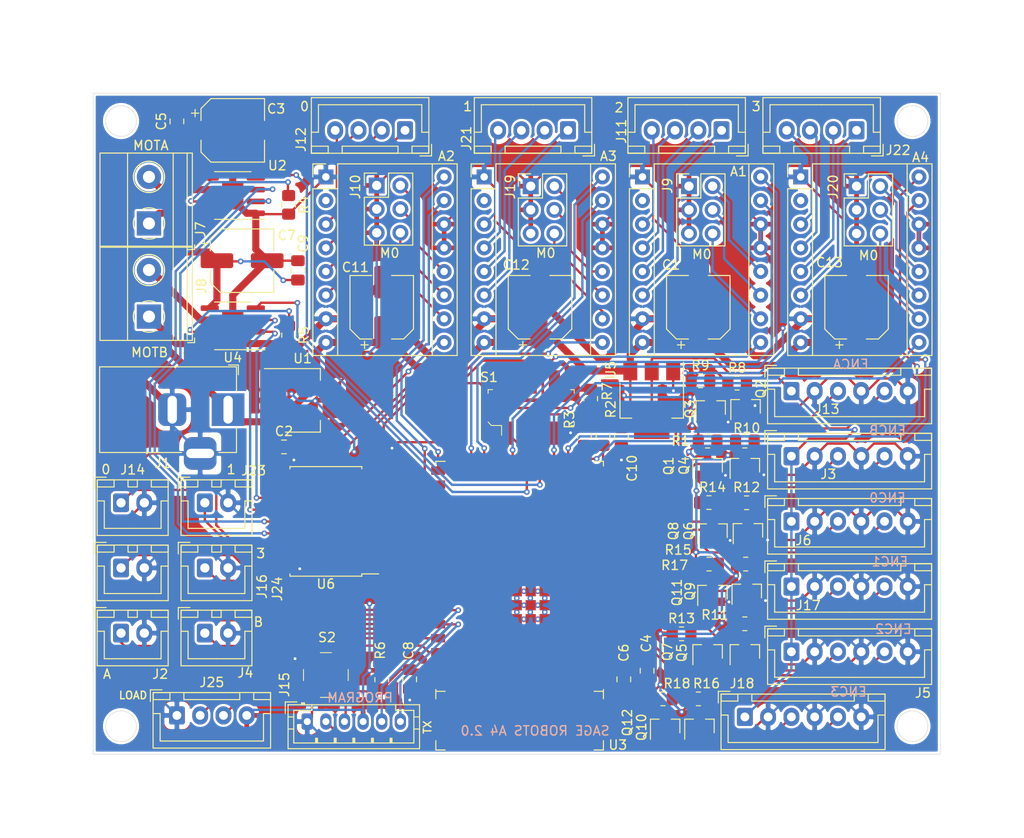
<source format=kicad_pcb>
(kicad_pcb (version 20171130) (host pcbnew "(5.1.9)-1")
  (layers (0 F.Cu signal) (31 B.Cu signal) (34 B.Paste user) (35 F.Paste user) (36 B.SilkS user) (37 F.SilkS user) (38 B.Mask user) (39 F.Mask user) (44 Edge.Cuts user))
  (net 0 "")
  (net 1 DIR2)
  (net 2 +12V)
  (net 3 STEP2)
  (net 4 GND)
  (net 5 +3V3)
  (net 6 "Net-(A1-Pad6)")
  (net 7 "Net-(A1-Pad5)")
  (net 8 "Net-(A1-Pad12)")
  (net 9 "Net-(A1-Pad4)")
  (net 10 "Net-(A1-Pad11)")
  (net 11 "Net-(A1-Pad3)")
  (net 12 "Net-(A1-Pad10)")
  (net 13 "Net-(A1-Pad2)")
  (net 14 EN2)
  (net 15 DIR0)
  (net 16 STEP0)
  (net 17 "Net-(A2-Pad6)")
  (net 18 "Net-(A2-Pad5)")
  (net 19 "Net-(A2-Pad12)")
  (net 20 "Net-(A2-Pad4)")
  (net 21 "Net-(A2-Pad11)")
  (net 22 "Net-(A2-Pad3)")
  (net 23 "Net-(A2-Pad10)")
  (net 24 "Net-(A2-Pad2)")
  (net 25 EN0)
  (net 26 DIR1)
  (net 27 STEP1)
  (net 28 "Net-(A3-Pad6)")
  (net 29 "Net-(A3-Pad5)")
  (net 30 "Net-(A3-Pad12)")
  (net 31 "Net-(A3-Pad4)")
  (net 32 "Net-(A3-Pad11)")
  (net 33 "Net-(A3-Pad3)")
  (net 34 "Net-(A3-Pad10)")
  (net 35 "Net-(A3-Pad2)")
  (net 36 EN1)
  (net 37 DIR3)
  (net 38 STEP3)
  (net 39 "Net-(A4-Pad6)")
  (net 40 "Net-(A4-Pad5)")
  (net 41 "Net-(A4-Pad12)")
  (net 42 "Net-(A4-Pad4)")
  (net 43 "Net-(A4-Pad11)")
  (net 44 "Net-(A4-Pad3)")
  (net 45 "Net-(A4-Pad10)")
  (net 46 "Net-(A4-Pad2)")
  (net 47 EN3)
  (net 48 EN)
  (net 49 HOMA)
  (net 50 ENCBB_5V)
  (net 51 ENCBA_5V)
  (net 52 +5V)
  (net 53 HOMB)
  (net 54 ENC2B_5V)
  (net 55 ENC2A_5V)
  (net 56 ENC0B_5V)
  (net 57 ENC0A_5V)
  (net 58 "Net-(J7-Pad2)")
  (net 59 "Net-(J7-Pad1)")
  (net 60 "Net-(J8-Pad2)")
  (net 61 "Net-(J8-Pad1)")
  (net 62 ENCAB_5V)
  (net 63 ENCAA_5V)
  (net 64 HOM0)
  (net 65 TX)
  (net 66 RX)
  (net 67 IO0)
  (net 68 HOM2)
  (net 69 ENC1B_5V)
  (net 70 ENC1A_5V)
  (net 71 ENC3B_5V)
  (net 72 ENC3A_5V)
  (net 73 HOM1)
  (net 74 HOM3)
  (net 75 ENCBB)
  (net 76 ENCAA)
  (net 77 ENCAB)
  (net 78 ENCBA)
  (net 79 ENC2A)
  (net 80 ENC0A)
  (net 81 ENC2B)
  (net 82 ENC0B)
  (net 83 ENC3A)
  (net 84 ENC1B)
  (net 85 ENC3B)
  (net 86 CHARGE)
  (net 87 RSA)
  (net 88 RSB)
  (net 89 "Net-(R7-Pad2)")
  (net 90 "Net-(S1-Pad6)")
  (net 91 "Net-(S1-Pad5)")
  (net 92 "Net-(S1-Pad4)")
  (net 93 DAC2)
  (net 94 "Net-(S1-Pad3)")
  (net 95 "Net-(S2-Pad3)")
  (net 96 "Net-(S2-Pad2)")
  (net 97 DAC1)
  (net 98 MOTA1)
  (net 99 MOTA2)
  (net 100 "Net-(U3-Pad43)")
  (net 101 MOTB1)
  (net 102 MOTB2)
  (net 103 CLK)
  (net 104 DAT)
  (net 105 SDA)
  (net 106 SCL)
  (net 107 ENC1A)
  (net 108 "Net-(U6-Pad17)")
  (net 109 "Net-(U6-Pad16)")
  (net 110 "Net-(U6-Pad7)")
  (net 111 "Net-(U6-Pad6)")
  (net 112 "Net-(U6-Pad2)")
  (net 113 "Net-(U3-Pad23)")
  (module Package_SO:SOIC-18W_7.5x11.6mm_P1.27mm (layer F.Cu) (at 190 96 180)
    (fp_text reference U6 (at 0 -6.72) (layer F.SilkS))
    (fp_text value MCP23009)
    (pad 18 smd roundrect (at 4.65 -5.08 180) (size 2.05 0.6) (layers F.Cu F.Paste F.Mask) (net 4 GND))
    (pad 17 smd roundrect (at 4.65 -3.81 180) (size 2.05 0.6) (layers F.Cu F.Paste F.Mask) (net 108 "Net-(U6-Pad17)"))
    (pad 16 smd roundrect (at 4.65 -2.54 180) (size 2.05 0.6) (layers F.Cu F.Paste F.Mask) (net 109 "Net-(U6-Pad16)"))
    (pad 15 smd roundrect (at 4.65 -1.27 180) (size 2.05 0.6) (layers F.Cu F.Paste F.Mask) (net 98 MOTA1))
    (pad 14 smd roundrect (at 4.65 0 180) (size 2.05 0.6) (layers F.Cu F.Paste F.Mask) (net 99 MOTA2))
    (pad 13 smd roundrect (at 4.65 1.27 180) (size 2.05 0.6) (layers F.Cu F.Paste F.Mask) (net 101 MOTB1))
    (pad 12 smd roundrect (at 4.65 2.54 180) (size 2.05 0.6) (layers F.Cu F.Paste F.Mask) (net 102 MOTB2))
    (pad 11 smd roundrect (at 4.65 3.81 180) (size 2.05 0.6) (layers F.Cu F.Paste F.Mask) (net 36 EN1))
    (pad 10 smd roundrect (at 4.65 5.08 180) (size 2.05 0.6) (layers F.Cu F.Paste F.Mask) (net 25 EN0))
    (pad 9 smd roundrect (at -4.65 5.08 180) (size 2.05 0.6) (layers F.Cu F.Paste F.Mask) (net 14 EN2))
    (pad 8 smd roundrect (at -4.65 3.81 180) (size 2.05 0.6) (layers F.Cu F.Paste F.Mask) (net 47 EN3))
    (pad 7 smd roundrect (at -4.65 2.54 180) (size 2.05 0.6) (layers F.Cu F.Paste F.Mask) (net 110 "Net-(U6-Pad7)"))
    (pad 6 smd roundrect (at -4.65 1.27 180) (size 2.05 0.6) (layers F.Cu F.Paste F.Mask) (net 111 "Net-(U6-Pad6)"))
    (pad 5 smd roundrect (at -4.65 0 180) (size 2.05 0.6) (layers F.Cu F.Paste F.Mask) (net 4 GND))
    (pad 4 smd roundrect (at -4.65 -1.27 180) (size 2.05 0.6) (layers F.Cu F.Paste F.Mask) (net 105 SDA))
    (pad 3 smd roundrect (at -4.65 -2.54 180) (size 2.05 0.6) (layers F.Cu F.Paste F.Mask) (net 106 SCL))
    (pad 2 smd roundrect (at -4.65 -3.81 180) (size 2.05 0.6) (layers F.Cu F.Paste F.Mask) (net 112 "Net-(U6-Pad2)"))
    (pad 1 smd roundrect (at -4.65 -5.08 180) (size 2.05 0.6) (layers F.Cu F.Paste F.Mask) (net 5 +3V3))
  )
  (module Connector_JST:JST_XH_B4B-XH-A_1x04_P2.50mm_Vertical (layer F.Cu) (at 174 116.84)
    (fp_text reference J25 (at 3.75 -3.55) (layer F.SilkS))
    (fp_text value Conn_01x04_Male)
    (pad 4 thru_hole oval (at 7.5 0) (size 1.7 1.95) (drill 0.95) (layers *.Cu *.Mask) (net 5 +3V3))
    (pad 3 thru_hole oval (at 5 0) (size 1.7 1.95) (drill 0.95) (layers *.Cu *.Mask) (net 103 CLK))
    (pad 2 thru_hole oval (at 2.5 0) (size 1.7 1.95) (drill 0.95) (layers *.Cu *.Mask) (net 104 DAT))
    (pad 1 thru_hole roundrect (at 0 0) (size 1.7 1.95) (drill 0.95) (layers *.Cu *.Mask) (roundrect_rratio 0.1470588235294118) (net 4 GND))
  )
  (module Capacitor_SMD:C_0805_2012Metric_Pad1.18x1.45mm_HandSolder (layer F.Cu) (at 221.742 86.9735 270)
    (fp_text reference C10 (at 3.3235 -1.143 90) (layer F.SilkS))
    (fp_text value 22u)
    (pad 2 smd roundrect (at 1.0375 0 270) (size 1.175 1.45) (layers F.Cu F.Paste F.Mask) (roundrect_rratio 0.2127659574468085) (net 4 GND))
    (pad 1 smd roundrect (at -1.0375 0 270) (size 1.175 1.45) (layers F.Cu F.Paste F.Mask) (roundrect_rratio 0.2127659574468085) (net 2 +12V))
  )
  (module Connector_BarrelJack:BarrelJack_Horizontal (layer F.Cu) (at 179.5 84)
    (fp_text reference J1 (at -7.034 5.75) (layer F.SilkS))
    (fp_text value Barrel_Jack_Switch)
    (pad 3 thru_hole roundrect (at -3 4.7) (size 3.5 3.5) (drill oval 3 1) (layers *.Cu *.Mask) (net 4 GND))
    (pad 2 thru_hole roundrect (at -6 0) (size 3 3.5) (drill oval 1 3) (layers *.Cu *.Mask) (net 4 GND))
    (pad 1 thru_hole rect (at 0 0) (size 3.5 3.5) (drill oval 1 3) (layers *.Cu *.Mask) (net 2 +12V))
  )
  (module Package_TO_SOT_SMD:SOT-223-3_TabPin2 (layer F.Cu) (at 225 83 270)
    (fp_text reference U5 (at -3.244 4.401 90) (layer F.SilkS))
    (fp_text value AZ1117-5.0)
    (pad 1 smd rect (at -3.15 -2.3 270) (size 2 1.5) (layers F.Cu F.Paste F.Mask) (net 4 GND))
    (pad 3 smd rect (at -3.15 2.3 270) (size 2 1.5) (layers F.Cu F.Paste F.Mask) (net 2 +12V))
    (pad 2 smd rect (at -3.15 0 270) (size 2 1.5) (layers F.Cu F.Paste F.Mask) (net 52 +5V))
    (pad 2 smd rect (at 3.15 0 270) (size 2 3.8) (layers F.Cu F.Paste F.Mask) (net 52 +5V))
  )
  (module Package_SO:SOIC-8-1EP_3.9x4.9mm_P1.27mm_EP2.29x3mm (layer F.Cu) (at 180 75 180)
    (fp_text reference U4 (at 0 -3.4) (layer F.SilkS))
    (fp_text value TB67H451FNG,EL)
    (pad 9 smd rect (at 0 0 180) (size 2.29 3) (layers F.Cu F.Mask) (net 4 GND))
    (pad 8 smd roundrect (at 2.475 -1.905 180) (size 1.95 0.6) (layers F.Cu F.Paste F.Mask) (net 61 "Net-(J8-Pad1)"))
    (pad 7 smd roundrect (at 2.475 -0.635 180) (size 1.95 0.6) (layers F.Cu F.Paste F.Mask) (net 88 RSB))
    (pad 6 smd roundrect (at 2.475 0.635 180) (size 1.95 0.6) (layers F.Cu F.Paste F.Mask) (net 60 "Net-(J8-Pad2)"))
    (pad 5 smd roundrect (at 2.475 1.905 180) (size 1.95 0.6) (layers F.Cu F.Paste F.Mask) (net 2 +12V))
    (pad 4 smd roundrect (at -2.475 1.905 180) (size 1.95 0.6) (layers F.Cu F.Paste F.Mask) (net 93 DAC2))
    (pad 3 smd roundrect (at -2.475 0.635 180) (size 1.95 0.6) (layers F.Cu F.Paste F.Mask) (net 101 MOTB1))
    (pad 2 smd roundrect (at -2.475 -0.635 180) (size 1.95 0.6) (layers F.Cu F.Paste F.Mask) (net 102 MOTB2))
    (pad 1 smd roundrect (at -2.475 -1.905 180) (size 1.95 0.6) (layers F.Cu F.Paste F.Mask) (net 4 GND))
  )
  (module A4:ESP32-S2-WROOM (layer F.Cu) (at 210.81 105.05 180)
    (fp_text reference U3 (at -10.551 -14.965) (layer F.SilkS))
    (fp_text value ESP32-S2-WROOM)
    (pad 43 thru_hole circle (at -0.45 1.55 180) (size 0.6 0.6) (drill 0.3) (layers *.Cu *.Mask) (net 100 "Net-(U3-Pad43)"))
    (pad 43 thru_hole circle (at 0.3 0.8 180) (size 0.6 0.6) (drill 0.3) (layers *.Cu *.Mask) (net 100 "Net-(U3-Pad43)"))
    (pad 43 thru_hole circle (at 0.3 -0.7 180) (size 0.6 0.6) (drill 0.3) (layers *.Cu *.Mask) (net 100 "Net-(U3-Pad43)"))
    (pad 43 thru_hole circle (at -2.7 -0.7 180) (size 0.6 0.6) (drill 0.3) (layers *.Cu *.Mask) (net 100 "Net-(U3-Pad43)"))
    (pad 43 thru_hole circle (at -2.7 0.8 180) (size 0.6 0.6) (drill 0.3) (layers *.Cu *.Mask) (net 100 "Net-(U3-Pad43)"))
    (pad 43 thru_hole circle (at -1.95 1.55 180) (size 0.6 0.6) (drill 0.3) (layers *.Cu *.Mask) (net 100 "Net-(U3-Pad43)"))
    (pad 43 thru_hole circle (at -1.15 0.8 180) (size 0.6 0.6) (drill 0.3) (layers *.Cu *.Mask) (net 100 "Net-(U3-Pad43)"))
    (pad 43 thru_hole circle (at -1.95 0.05 180) (size 0.6 0.6) (drill 0.3) (layers *.Cu *.Mask) (net 100 "Net-(U3-Pad43)"))
    (pad 43 thru_hole circle (at -1.15 -0.7 180) (size 0.6 0.6) (drill 0.3) (layers *.Cu *.Mask) (net 100 "Net-(U3-Pad43)"))
    (pad 43 thru_hole circle (at -0.45 0.05 180) (size 0.6 0.6) (drill 0.3) (layers *.Cu *.Mask) (net 100 "Net-(U3-Pad43)"))
    (pad 43 thru_hole circle (at -0.45 -1.45 180) (size 0.6 0.6) (drill 0.3) (layers *.Cu *.Mask) (net 100 "Net-(U3-Pad43)"))
    (pad 43 thru_hole circle (at -1.95 -1.45 180) (size 0.6 0.6) (drill 0.3) (layers *.Cu *.Mask) (net 100 "Net-(U3-Pad43)"))
    (pad 43 smd rect (at 0.31 1.55 180) (size 1.1 1.1) (layers F.Cu F.Paste F.Mask) (net 100 "Net-(U3-Pad43)"))
    (pad 43 smd rect (at -1.19 1.55 180) (size 1.1 1.1) (layers F.Cu F.Paste F.Mask) (net 100 "Net-(U3-Pad43)"))
    (pad 43 smd rect (at -2.69 1.55 180) (size 1.1 1.1) (layers F.Cu F.Paste F.Mask) (net 100 "Net-(U3-Pad43)"))
    (pad 43 smd rect (at -2.69 0.05 180) (size 1.1 1.1) (layers F.Cu F.Paste F.Mask) (net 100 "Net-(U3-Pad43)"))
    (pad 43 smd rect (at -2.69 -1.45 180) (size 1.1 1.1) (layers F.Cu F.Paste F.Mask) (net 100 "Net-(U3-Pad43)"))
    (pad 43 smd rect (at -1.19 -1.45 180) (size 1.1 1.1) (layers F.Cu F.Paste F.Mask) (net 100 "Net-(U3-Pad43)"))
    (pad 43 smd rect (at 0.31 -1.45 180) (size 1.1 1.1) (layers F.Cu F.Paste F.Mask) (net 100 "Net-(U3-Pad43)"))
    (pad 43 smd rect (at 0.31 0.05 180) (size 1.1 1.1) (layers F.Cu F.Paste F.Mask) (net 100 "Net-(U3-Pad43)"))
    (pad 43 smd rect (at -1.19 0.05 180) (size 1.1 1.1) (layers F.Cu F.Paste F.Mask) (net 100 "Net-(U3-Pad43)"))
    (pad 42 smd rect (at 8.75 -8) (size 1.5 0.9) (layers F.Cu F.Paste F.Mask) (net 4 GND))
    (pad 41 smd rect (at 8.75 -6.5) (size 1.5 0.9) (layers F.Cu F.Paste F.Mask) (net 48 EN))
    (pad 40 smd rect (at 8.75 -5) (size 1.5 0.9) (layers F.Cu F.Paste F.Mask) (net 103 CLK))
    (pad 39 smd rect (at 8.75 -3.5) (size 1.5 0.9) (layers F.Cu F.Paste F.Mask) (net 104 DAT))
    (pad 38 smd rect (at 8.75 -2) (size 1.5 0.9) (layers F.Cu F.Paste F.Mask) (net 65 TX))
    (pad 37 smd rect (at 8.75 -0.5) (size 1.5 0.9) (layers F.Cu F.Paste F.Mask) (net 66 RX))
    (pad 36 smd rect (at 8.75 1) (size 1.5 0.9) (layers F.Cu F.Paste F.Mask) (net 53 HOMB))
    (pad 35 smd rect (at 8.75 2.5) (size 1.5 0.9) (layers F.Cu F.Paste F.Mask) (net 49 HOMA))
    (pad 34 smd rect (at 8.75 4) (size 1.5 0.9) (layers F.Cu F.Paste F.Mask) (net 74 HOM3))
    (pad 33 smd rect (at 8.75 5.5) (size 1.5 0.9) (layers F.Cu F.Paste F.Mask) (net 68 HOM2))
    (pad 32 smd rect (at 8.75 7) (size 1.5 0.9) (layers F.Cu F.Paste F.Mask) (net 73 HOM1))
    (pad 31 smd rect (at 8.75 8.5) (size 1.5 0.9) (layers F.Cu F.Paste F.Mask) (net 64 HOM0))
    (pad 30 smd rect (at 8.75 10) (size 1.5 0.9) (layers F.Cu F.Paste F.Mask) (net 106 SCL))
    (pad 29 smd rect (at 8.75 11.5) (size 1.5 0.9) (layers F.Cu F.Paste F.Mask) (net 105 SDA))
    (pad 28 smd rect (at 8.75 13) (size 1.5 0.9) (layers F.Cu F.Paste F.Mask) (net 15 DIR0))
    (pad 27 smd rect (at 8.75 14.5) (size 1.5 0.9) (layers F.Cu F.Paste F.Mask) (net 16 STEP0))
    (pad 26 smd rect (at 6.75 15.25 270) (size 1.5 0.9) (layers F.Cu F.Paste F.Mask) (net 4 GND))
    (pad 25 smd rect (at 5.25 15.25 270) (size 1.5 0.9) (layers F.Cu F.Paste F.Mask) (net 26 DIR1))
    (pad 24 smd rect (at 3.75 15.25 270) (size 1.5 0.9) (layers F.Cu F.Paste F.Mask) (net 27 STEP1))
    (pad 23 smd rect (at 2.25 15.25 270) (size 1.5 0.9) (layers F.Cu F.Paste F.Mask) (net 113 "Net-(U3-Pad23)"))
    (pad 22 smd rect (at 0.75 15.25 270) (size 1.5 0.9) (layers F.Cu F.Paste F.Mask) (net 3 STEP2))
    (pad 21 smd rect (at -0.75 15.25 270) (size 1.5 0.9) (layers F.Cu F.Paste F.Mask) (net 93 DAC2))
    (pad 20 smd rect (at -2.25 15.25 270) (size 1.5 0.9) (layers F.Cu F.Paste F.Mask) (net 97 DAC1))
    (pad 19 smd rect (at -3.75 15.25 270) (size 1.5 0.9) (layers F.Cu F.Paste F.Mask) (net 1 DIR2))
    (pad 18 smd rect (at -5.25 15.25 270) (size 1.5 0.9) (layers F.Cu F.Paste F.Mask) (net 37 DIR3))
    (pad 17 smd rect (at -6.75 15.25 270) (size 1.5 0.9) (layers F.Cu F.Paste F.Mask) (net 38 STEP3))
    (pad 1 smd rect (at -8.75 -8 180) (size 1.5 0.9) (layers F.Cu F.Paste F.Mask) (net 4 GND))
    (pad 2 smd rect (at -8.75 -6.5 180) (size 1.5 0.9) (layers F.Cu F.Paste F.Mask) (net 5 +3V3))
    (pad 3 smd rect (at -8.75 -5 180) (size 1.5 0.9) (layers F.Cu F.Paste F.Mask) (net 67 IO0))
    (pad 4 smd rect (at -8.75 -3.5 180) (size 1.5 0.9) (layers F.Cu F.Paste F.Mask) (net 85 ENC3B))
    (pad 5 smd rect (at -8.75 -2 180) (size 1.5 0.9) (layers F.Cu F.Paste F.Mask) (net 83 ENC3A))
    (pad 6 smd rect (at -8.75 -0.5 180) (size 1.5 0.9) (layers F.Cu F.Paste F.Mask) (net 81 ENC2B))
    (pad 7 smd rect (at -8.75 1 180) (size 1.5 0.9) (layers F.Cu F.Paste F.Mask) (net 79 ENC2A))
    (pad 8 smd rect (at -8.75 2.5 180) (size 1.5 0.9) (layers F.Cu F.Paste F.Mask) (net 107 ENC1A))
    (pad 9 smd rect (at -8.75 4 180) (size 1.5 0.9) (layers F.Cu F.Paste F.Mask) (net 84 ENC1B))
    (pad 10 smd rect (at -8.75 5.5 180) (size 1.5 0.9) (layers F.Cu F.Paste F.Mask) (net 80 ENC0A))
    (pad 11 smd rect (at -8.75 7 180) (size 1.5 0.9) (layers F.Cu F.Paste F.Mask) (net 82 ENC0B))
    (pad 12 smd rect (at -8.75 8.5 180) (size 1.5 0.9) (layers F.Cu F.Paste F.Mask) (net 78 ENCBA))
    (pad 13 smd rect (at -8.75 10 180) (size 1.5 0.9) (layers F.Cu F.Paste F.Mask) (net 75 ENCBB))
    (pad 14 smd rect (at -8.75 11.5 180) (size 1.5 0.9) (layers F.Cu F.Paste F.Mask) (net 76 ENCAA))
    (pad 15 smd rect (at -8.75 13 180) (size 1.5 0.9) (layers F.Cu F.Paste F.Mask) (net 77 ENCAB))
    (pad 16 smd rect (at -8.75 14.5 180) (size 1.5 0.9) (layers F.Cu F.Paste F.Mask) (net 86 CHARGE))
  )
  (module Package_SO:SOIC-8-1EP_3.9x4.9mm_P1.27mm_EP2.29x3mm (layer F.Cu) (at 180 61 180)
    (fp_text reference U2 (at -4.785 3.215) (layer F.SilkS))
    (fp_text value TB67H451FNG,EL)
    (pad 9 smd rect (at 0 0 180) (size 2.29 3) (layers F.Cu F.Mask) (net 4 GND))
    (pad 8 smd roundrect (at 2.475 -1.905 180) (size 1.95 0.6) (layers F.Cu F.Paste F.Mask) (net 59 "Net-(J7-Pad1)"))
    (pad 7 smd roundrect (at 2.475 -0.635 180) (size 1.95 0.6) (layers F.Cu F.Paste F.Mask) (net 87 RSA))
    (pad 6 smd roundrect (at 2.475 0.635 180) (size 1.95 0.6) (layers F.Cu F.Paste F.Mask) (net 58 "Net-(J7-Pad2)"))
    (pad 5 smd roundrect (at 2.475 1.905 180) (size 1.95 0.6) (layers F.Cu F.Paste F.Mask) (net 2 +12V))
    (pad 4 smd roundrect (at -2.475 1.905 180) (size 1.95 0.6) (layers F.Cu F.Paste F.Mask) (net 97 DAC1))
    (pad 3 smd roundrect (at -2.475 0.635 180) (size 1.95 0.6) (layers F.Cu F.Paste F.Mask) (net 98 MOTA1))
    (pad 2 smd roundrect (at -2.475 -0.635 180) (size 1.95 0.6) (layers F.Cu F.Paste F.Mask) (net 99 MOTA2))
    (pad 1 smd roundrect (at -2.475 -1.905 180) (size 1.95 0.6) (layers F.Cu F.Paste F.Mask) (net 4 GND))
  )
  (module Package_TO_SOT_SMD:SOT-223-3_TabPin2 (layer F.Cu) (at 187.5 83)
    (fp_text reference U1 (at 0 -4.5) (layer F.SilkS))
    (fp_text value AZ1117-3.3)
    (pad 1 smd rect (at -3.15 -2.3) (size 2 1.5) (layers F.Cu F.Paste F.Mask) (net 4 GND))
    (pad 3 smd rect (at -3.15 2.3) (size 2 1.5) (layers F.Cu F.Paste F.Mask) (net 2 +12V))
    (pad 2 smd rect (at -3.15 0) (size 2 1.5) (layers F.Cu F.Paste F.Mask) (net 5 +3V3))
    (pad 2 smd rect (at 3.15 0) (size 2 3.8) (layers F.Cu F.Paste F.Mask) (net 5 +3V3))
  )
  (module digikey-footprints:Switch_Tactile_SMD_4.5x4.5mm_TL3315NF160Q (layer F.Cu) (at 190 112.5 180)
    (fp_text reference S2 (at -0.119 4.042) (layer F.SilkS))
    (fp_text value TL3315NF160Q)
    (pad 4 smd rect (at 2.125 1.75 180) (size 0.5 0.7) (layers F.Cu F.Paste F.Mask) (net 4 GND))
    (pad 3 smd rect (at -2.125 1.75 180) (size 0.5 0.7) (layers F.Cu F.Paste F.Mask) (net 95 "Net-(S2-Pad3)"))
    (pad 2 smd rect (at 2.125 -1.75 180) (size 0.5 0.7) (layers F.Cu F.Paste F.Mask) (net 96 "Net-(S2-Pad2)"))
    (pad 1 smd rect (at -2.125 -1.75 180) (size 0.5 0.7) (layers F.Cu F.Paste F.Mask) (net 48 EN))
    (pad 2 smd rect (at 2.475 -1.75 180) (size 0.2 1.1) (layers F.Cu F.Paste F.Mask) (net 96 "Net-(S2-Pad2)"))
    (pad 3 smd rect (at -2.475 1.75 180) (size 0.2 1.1) (layers F.Cu F.Paste F.Mask) (net 95 "Net-(S2-Pad3)"))
    (pad 4 smd rect (at 2.475 1.75 180) (size 0.2 1.1) (layers F.Cu F.Paste F.Mask) (net 4 GND))
    (pad 1 smd rect (at -2.475 -1.75 180) (size 0.2 1.1) (layers F.Cu F.Paste F.Mask) (net 48 EN))
  )
  (module digikey-footprints:Switch_Slide_JS202011SCQN (layer F.Cu) (at 212.05 83.776)
    (fp_text reference S1 (at -4.532 -3.258) (layer F.SilkS))
    (fp_text value JS202011SCQN)
    (pad 6 smd rect (at 2.5 -2.75) (size 1.2 2.5) (layers F.Cu F.Paste F.Mask) (net 90 "Net-(S1-Pad6)"))
    (pad 5 smd rect (at 0 -2.75) (size 1.2 2.5) (layers F.Cu F.Paste F.Mask) (net 91 "Net-(S1-Pad5)"))
    (pad 4 smd rect (at -2.5 -2.75) (size 1.2 2.5) (layers F.Cu F.Paste F.Mask) (net 92 "Net-(S1-Pad4)"))
    (pad 1 smd rect (at -2.5 2.75) (size 1.2 2.5) (layers F.Cu F.Paste F.Mask) (net 93 DAC2))
    (pad 2 smd rect (at 0 2.75) (size 1.2 2.5) (layers F.Cu F.Paste F.Mask) (net 89 "Net-(R7-Pad2)"))
    (pad 3 smd rect (at 2.5 2.75) (size 1.2 2.5) (layers F.Cu F.Paste F.Mask) (net 94 "Net-(S1-Pad3)"))
  )
  (module Resistor_SMD:R_0805_2012Metric_Pad1.20x1.40mm_HandSolder (layer F.Cu) (at 226.203 115.062)
    (fp_text reference R18 (at 1.508 -1.651) (layer F.SilkS))
    (fp_text value 10K)
    (pad 2 smd roundrect (at 1 0) (size 1.2 1.4) (layers F.Cu F.Paste F.Mask) (roundrect_rratio 0.2083325) (net 85 ENC3B))
    (pad 1 smd roundrect (at -1 0) (size 1.2 1.4) (layers F.Cu F.Paste F.Mask) (roundrect_rratio 0.2083325) (net 5 +3V3))
  )
  (module Resistor_SMD:R_0805_2012Metric_Pad1.20x1.40mm_HandSolder (layer F.Cu) (at 231.156 100.584)
    (fp_text reference R17 (at -3.699 0.127) (layer F.SilkS))
    (fp_text value 10K)
    (pad 2 smd roundrect (at 1 0) (size 1.2 1.4) (layers F.Cu F.Paste F.Mask) (roundrect_rratio 0.2083325) (net 84 ENC1B))
    (pad 1 smd roundrect (at -1 0) (size 1.2 1.4) (layers F.Cu F.Paste F.Mask) (roundrect_rratio 0.2083325) (net 5 +3V3))
  )
  (module Resistor_SMD:R_0805_2012Metric_Pad1.20x1.40mm_HandSolder (layer F.Cu) (at 230.013 115.062)
    (fp_text reference R16 (at 0.873 -1.651) (layer F.SilkS))
    (fp_text value 10K)
    (pad 2 smd roundrect (at 1 0) (size 1.2 1.4) (layers F.Cu F.Paste F.Mask) (roundrect_rratio 0.2083325) (net 83 ENC3A))
    (pad 1 smd roundrect (at -1 0) (size 1.2 1.4) (layers F.Cu F.Paste F.Mask) (roundrect_rratio 0.2083325) (net 5 +3V3))
  )
  (module Resistor_SMD:R_0805_2012Metric_Pad1.20x1.40mm_HandSolder (layer F.Cu) (at 235.093 100.584)
    (fp_text reference R15 (at -7.255 -1.524) (layer F.SilkS))
    (fp_text value 10K)
    (pad 2 smd roundrect (at 1 0) (size 1.2 1.4) (layers F.Cu F.Paste F.Mask) (roundrect_rratio 0.2083325) (net 107 ENC1A))
    (pad 1 smd roundrect (at -1 0) (size 1.2 1.4) (layers F.Cu F.Paste F.Mask) (roundrect_rratio 0.2083325) (net 5 +3V3))
  )
  (module Resistor_SMD:R_0805_2012Metric_Pad1.20x1.40mm_HandSolder (layer F.Cu) (at 231.14 93.98)
    (fp_text reference R14 (at 0.381 -1.651) (layer F.SilkS))
    (fp_text value 10K)
    (pad 2 smd roundrect (at 1 0) (size 1.2 1.4) (layers F.Cu F.Paste F.Mask) (roundrect_rratio 0.2083325) (net 82 ENC0B))
    (pad 1 smd roundrect (at -1 0) (size 1.2 1.4) (layers F.Cu F.Paste F.Mask) (roundrect_rratio 0.2083325) (net 5 +3V3))
  )
  (module Resistor_SMD:R_0805_2012Metric_Pad1.20x1.40mm_HandSolder (layer F.Cu) (at 228.203 108.077)
    (fp_text reference R13 (at 0 -1.65) (layer F.SilkS))
    (fp_text value 10K)
    (pad 2 smd roundrect (at 1 0) (size 1.2 1.4) (layers F.Cu F.Paste F.Mask) (roundrect_rratio 0.2083325) (net 81 ENC2B))
    (pad 1 smd roundrect (at -1 0) (size 1.2 1.4) (layers F.Cu F.Paste F.Mask) (roundrect_rratio 0.2083325) (net 5 +3V3))
  )
  (module Resistor_SMD:R_0805_2012Metric_Pad1.20x1.40mm_HandSolder (layer F.Cu) (at 235.188 94)
    (fp_text reference R12 (at 0 -1.65) (layer F.SilkS))
    (fp_text value 10K)
    (pad 2 smd roundrect (at 1 0) (size 1.2 1.4) (layers F.Cu F.Paste F.Mask) (roundrect_rratio 0.2083325) (net 80 ENC0A))
    (pad 1 smd roundrect (at -1 0) (size 1.2 1.4) (layers F.Cu F.Paste F.Mask) (roundrect_rratio 0.2083325) (net 5 +3V3))
  )
  (module Resistor_SMD:R_0805_2012Metric_Pad1.20x1.40mm_HandSolder (layer F.Cu) (at 235 107)
    (fp_text reference R11 (at -3.225 -0.955) (layer F.SilkS))
    (fp_text value 10K)
    (pad 2 smd roundrect (at 1 0) (size 1.2 1.4) (layers F.Cu F.Paste F.Mask) (roundrect_rratio 0.2083325) (net 79 ENC2A))
    (pad 1 smd roundrect (at -1 0) (size 1.2 1.4) (layers F.Cu F.Paste F.Mask) (roundrect_rratio 0.2083325) (net 5 +3V3))
  )
  (module Resistor_SMD:R_0805_2012Metric_Pad1.20x1.40mm_HandSolder (layer F.Cu) (at 235 87.376)
    (fp_text reference R10 (at 0.204 -1.397) (layer F.SilkS))
    (fp_text value 10K)
    (pad 2 smd roundrect (at 1 0) (size 1.2 1.4) (layers F.Cu F.Paste F.Mask) (roundrect_rratio 0.2083325) (net 78 ENCBA))
    (pad 1 smd roundrect (at -1 0) (size 1.2 1.4) (layers F.Cu F.Paste F.Mask) (roundrect_rratio 0.2083325) (net 5 +3V3))
  )
  (module Resistor_SMD:R_0805_2012Metric_Pad1.20x1.40mm_HandSolder (layer F.Cu) (at 230.235 80.899)
    (fp_text reference R9 (at 0 -1.65) (layer F.SilkS))
    (fp_text value 10K)
    (pad 2 smd roundrect (at 1 0) (size 1.2 1.4) (layers F.Cu F.Paste F.Mask) (roundrect_rratio 0.2083325) (net 77 ENCAB))
    (pad 1 smd roundrect (at -1 0) (size 1.2 1.4) (layers F.Cu F.Paste F.Mask) (roundrect_rratio 0.2083325) (net 5 +3V3))
  )
  (module Resistor_SMD:R_0805_2012Metric_Pad1.20x1.40mm_HandSolder (layer F.Cu) (at 234.172 81.153)
    (fp_text reference R8 (at 0 -1.65) (layer F.SilkS))
    (fp_text value 10K)
    (pad 2 smd roundrect (at 1 0) (size 1.2 1.4) (layers F.Cu F.Paste F.Mask) (roundrect_rratio 0.2083325) (net 76 ENCAA))
    (pad 1 smd roundrect (at -1 0) (size 1.2 1.4) (layers F.Cu F.Paste F.Mask) (roundrect_rratio 0.2083325) (net 5 +3V3))
  )
  (module Resistor_SMD:R_0805_2012Metric_Pad1.20x1.40mm_HandSolder (layer F.Cu) (at 218.44 82.82 270)
    (fp_text reference R7 (at -0.778 -1.778 90) (layer F.SilkS))
    (fp_text value 47K)
    (pad 2 smd roundrect (at 1 0 270) (size 1.2 1.4) (layers F.Cu F.Paste F.Mask) (roundrect_rratio 0.2083325) (net 89 "Net-(R7-Pad2)"))
    (pad 1 smd roundrect (at -1 0 270) (size 1.2 1.4) (layers F.Cu F.Paste F.Mask) (roundrect_rratio 0.2083325) (net 5 +3V3))
  )
  (module Resistor_SMD:R_0805_2012Metric_Pad1.20x1.40mm_HandSolder (layer F.Cu) (at 196 113 270)
    (fp_text reference R6 (at -3.145 0.166 90) (layer F.SilkS))
    (fp_text value 10K)
    (pad 2 smd roundrect (at 1 0 270) (size 1.2 1.4) (layers F.Cu F.Paste F.Mask) (roundrect_rratio 0.2083325) (net 48 EN))
    (pad 1 smd roundrect (at -1 0 270) (size 1.2 1.4) (layers F.Cu F.Paste F.Mask) (roundrect_rratio 0.2083325) (net 5 +3V3))
  )
  (module Resistor_SMD:R_0805_2012Metric_Pad1.20x1.40mm_HandSolder (layer F.Cu) (at 186 76 270)
    (fp_text reference R5 (at 0 -1.65 90) (layer F.SilkS))
    (fp_text value 0.1)
    (pad 2 smd roundrect (at 1 0 270) (size 1.2 1.4) (layers F.Cu F.Paste F.Mask) (roundrect_rratio 0.2083325) (net 4 GND))
    (pad 1 smd roundrect (at -1 0 270) (size 1.2 1.4) (layers F.Cu F.Paste F.Mask) (roundrect_rratio 0.2083325) (net 88 RSB))
  )
  (module Resistor_SMD:R_0805_2012Metric_Pad1.20x1.40mm_HandSolder (layer F.Cu) (at 186 62 270)
    (fp_text reference R4 (at 0 -1.65 90) (layer F.SilkS))
    (fp_text value 0.1)
    (pad 2 smd roundrect (at 1 0 270) (size 1.2 1.4) (layers F.Cu F.Paste F.Mask) (roundrect_rratio 0.2083325) (net 4 GND))
    (pad 1 smd roundrect (at -1 0 270) (size 1.2 1.4) (layers F.Cu F.Paste F.Mask) (roundrect_rratio 0.2083325) (net 87 RSA))
  )
  (module Resistor_SMD:R_0805_2012Metric_Pad1.20x1.40mm_HandSolder (layer F.Cu) (at 217.769 86.84 90)
    (fp_text reference R3 (at 1.75 -1.615 90) (layer F.SilkS))
    (fp_text value 10K)
    (pad 2 smd roundrect (at 1 0 90) (size 1.2 1.4) (layers F.Cu F.Paste F.Mask) (roundrect_rratio 0.2083325) (net 4 GND))
    (pad 1 smd roundrect (at -1 0 90) (size 1.2 1.4) (layers F.Cu F.Paste F.Mask) (roundrect_rratio 0.2083325) (net 86 CHARGE))
  )
  (module Resistor_SMD:R_0805_2012Metric_Pad1.20x1.40mm_HandSolder (layer F.Cu) (at 219.769 86.84 270)
    (fp_text reference R2 (at -2.893 -0.83 90) (layer F.SilkS))
    (fp_text value 47k)
    (pad 2 smd roundrect (at 1 0 270) (size 1.2 1.4) (layers F.Cu F.Paste F.Mask) (roundrect_rratio 0.2083325) (net 86 CHARGE))
    (pad 1 smd roundrect (at -1 0 270) (size 1.2 1.4) (layers F.Cu F.Paste F.Mask) (roundrect_rratio 0.2083325) (net 2 +12V))
  )
  (module Resistor_SMD:R_0805_2012Metric_Pad1.20x1.40mm_HandSolder (layer F.Cu) (at 231 87.376)
    (fp_text reference R1 (at -2.908 0) (layer F.SilkS))
    (fp_text value 10K)
    (pad 2 smd roundrect (at 1 0) (size 1.2 1.4) (layers F.Cu F.Paste F.Mask) (roundrect_rratio 0.2083325) (net 75 ENCBB))
    (pad 1 smd roundrect (at -1 0) (size 1.2 1.4) (layers F.Cu F.Paste F.Mask) (roundrect_rratio 0.2083325) (net 5 +3V3))
  )
  (module Package_TO_SOT_SMD:SOT-23 (layer F.Cu) (at 226.441 118 90)
    (fp_text reference Q12 (at 0.398 -4.064 90) (layer F.SilkS))
    (fp_text value 2N7002)
    (pad 3 smd rect (at 1 0 90) (size 0.9 0.8) (layers F.Cu F.Paste F.Mask) (net 85 ENC3B))
    (pad 2 smd rect (at -1 0.95 90) (size 0.9 0.8) (layers F.Cu F.Paste F.Mask) (net 4 GND))
    (pad 1 smd rect (at -1 -0.95 90) (size 0.9 0.8) (layers F.Cu F.Paste F.Mask) (net 71 ENC3B_5V))
  )
  (module Package_TO_SOT_SMD:SOT-23 (layer F.Cu) (at 231.521 103.632 90)
    (fp_text reference Q11 (at 0 -3.81 90) (layer F.SilkS))
    (fp_text value 2N7002)
    (pad 3 smd rect (at 1 0 90) (size 0.9 0.8) (layers F.Cu F.Paste F.Mask) (net 84 ENC1B))
    (pad 2 smd rect (at -1 0.95 90) (size 0.9 0.8) (layers F.Cu F.Paste F.Mask) (net 4 GND))
    (pad 1 smd rect (at -1 -0.95 90) (size 0.9 0.8) (layers F.Cu F.Paste F.Mask) (net 69 ENC1B_5V))
  )
  (module Package_TO_SOT_SMD:SOT-23 (layer F.Cu) (at 230.124 118 90)
    (fp_text reference Q10 (at -0.11 -6.223 270) (layer F.SilkS))
    (fp_text value 2N7002)
    (pad 3 smd rect (at 1 0 90) (size 0.9 0.8) (layers F.Cu F.Paste F.Mask) (net 83 ENC3A))
    (pad 2 smd rect (at -1 0.95 90) (size 0.9 0.8) (layers F.Cu F.Paste F.Mask) (net 4 GND))
    (pad 1 smd rect (at -1 -0.95 90) (size 0.9 0.8) (layers F.Cu F.Paste F.Mask) (net 72 ENC3A_5V))
  )
  (module Package_TO_SOT_SMD:SOT-23 (layer F.Cu) (at 235.204 103.505 90)
    (fp_text reference Q9 (at 0 -6.096 90) (layer F.SilkS))
    (fp_text value 2N7002)
    (pad 3 smd rect (at 1 0 90) (size 0.9 0.8) (layers F.Cu F.Paste F.Mask) (net 107 ENC1A))
    (pad 2 smd rect (at -1 0.95 90) (size 0.9 0.8) (layers F.Cu F.Paste F.Mask) (net 4 GND))
    (pad 1 smd rect (at -1 -0.95 90) (size 0.9 0.8) (layers F.Cu F.Paste F.Mask) (net 70 ENC1A_5V))
  )
  (module Package_TO_SOT_SMD:SOT-23 (layer F.Cu) (at 231.521 97.028 90)
    (fp_text reference Q8 (at 0 -4.191 90) (layer F.SilkS))
    (fp_text value 2N7002)
    (pad 3 smd rect (at 1 0 90) (size 0.9 0.8) (layers F.Cu F.Paste F.Mask) (net 82 ENC0B))
    (pad 2 smd rect (at -1 0.95 90) (size 0.9 0.8) (layers F.Cu F.Paste F.Mask) (net 4 GND))
    (pad 1 smd rect (at -1 -0.95 90) (size 0.9 0.8) (layers F.Cu F.Paste F.Mask) (net 56 ENC0B_5V))
  )
  (module Package_TO_SOT_SMD:SOT-23 (layer F.Cu) (at 231 110 90)
    (fp_text reference Q7 (at 0 -4.305 90) (layer F.SilkS))
    (fp_text value 2N7002)
    (pad 3 smd rect (at 1 0 90) (size 0.9 0.8) (layers F.Cu F.Paste F.Mask) (net 81 ENC2B))
    (pad 2 smd rect (at -1 0.95 90) (size 0.9 0.8) (layers F.Cu F.Paste F.Mask) (net 4 GND))
    (pad 1 smd rect (at -1 -0.95 90) (size 0.9 0.8) (layers F.Cu F.Paste F.Mask) (net 54 ENC2B_5V))
  )
  (module Package_TO_SOT_SMD:SOT-23 (layer F.Cu) (at 235.331 97 90)
    (fp_text reference Q6 (at -0.028 -6.35 90) (layer F.SilkS))
    (fp_text value 2N7002)
    (pad 3 smd rect (at 1 0 90) (size 0.9 0.8) (layers F.Cu F.Paste F.Mask) (net 80 ENC0A))
    (pad 2 smd rect (at -1 0.95 90) (size 0.9 0.8) (layers F.Cu F.Paste F.Mask) (net 4 GND))
    (pad 1 smd rect (at -1 -0.95 90) (size 0.9 0.8) (layers F.Cu F.Paste F.Mask) (net 57 ENC0A_5V))
  )
  (module Package_TO_SOT_SMD:SOT-23 (layer F.Cu) (at 235 110 90)
    (fp_text reference Q5 (at -0.109 -6.781 90) (layer F.SilkS))
    (fp_text value 2N7002)
    (pad 3 smd rect (at 1 0 90) (size 0.9 0.8) (layers F.Cu F.Paste F.Mask) (net 79 ENC2A))
    (pad 2 smd rect (at -1 0.95 90) (size 0.9 0.8) (layers F.Cu F.Paste F.Mask) (net 4 GND))
    (pad 1 smd rect (at -1 -0.95 90) (size 0.9 0.8) (layers F.Cu F.Paste F.Mask) (net 55 ENC2A_5V))
  )
  (module Package_TO_SOT_SMD:SOT-23 (layer F.Cu) (at 235 90 90)
    (fp_text reference Q4 (at 0 -6.527 90) (layer F.SilkS))
    (fp_text value 2N7002)
    (pad 3 smd rect (at 1 0 90) (size 0.9 0.8) (layers F.Cu F.Paste F.Mask) (net 78 ENCBA))
    (pad 2 smd rect (at -1 0.95 90) (size 0.9 0.8) (layers F.Cu F.Paste F.Mask) (net 4 GND))
    (pad 1 smd rect (at -1 -0.95 90) (size 0.9 0.8) (layers F.Cu F.Paste F.Mask) (net 51 ENCBA_5V))
  )
  (module Package_TO_SOT_SMD:SOT-23 (layer F.Cu) (at 231.328 83.804 90)
    (fp_text reference Q3 (at -0.143 -2.22 90) (layer F.SilkS))
    (fp_text value 2N7002)
    (pad 3 smd rect (at 1 0 90) (size 0.9 0.8) (layers F.Cu F.Paste F.Mask) (net 77 ENCAB))
    (pad 2 smd rect (at -1 0.95 90) (size 0.9 0.8) (layers F.Cu F.Paste F.Mask) (net 4 GND))
    (pad 1 smd rect (at -1 -0.95 90) (size 0.9 0.8) (layers F.Cu F.Paste F.Mask) (net 62 ENCAB_5V))
  )
  (module Package_TO_SOT_SMD:SOT-23 (layer F.Cu) (at 235.077 83.677 90)
    (fp_text reference Q2 (at 1.889 1.651 90) (layer F.SilkS))
    (fp_text value 2N7002)
    (pad 3 smd rect (at 1 0 90) (size 0.9 0.8) (layers F.Cu F.Paste F.Mask) (net 76 ENCAA))
    (pad 2 smd rect (at -1 0.95 90) (size 0.9 0.8) (layers F.Cu F.Paste F.Mask) (net 4 GND))
    (pad 1 smd rect (at -1 -0.95 90) (size 0.9 0.8) (layers F.Cu F.Paste F.Mask) (net 63 ENCAA_5V))
  )
  (module Package_TO_SOT_SMD:SOT-23 (layer F.Cu) (at 231 90 90)
    (fp_text reference Q1 (at -0.043 -4.178 90) (layer F.SilkS))
    (fp_text value 2N7002)
    (pad 3 smd rect (at 1 0 90) (size 0.9 0.8) (layers F.Cu F.Paste F.Mask) (net 75 ENCBB))
    (pad 2 smd rect (at -1 0.95 90) (size 0.9 0.8) (layers F.Cu F.Paste F.Mask) (net 4 GND))
    (pad 1 smd rect (at -1 -0.95 90) (size 0.9 0.8) (layers F.Cu F.Paste F.Mask) (net 50 ENCBB_5V))
  )
  (module Connector_JST:JST_XH_B2B-XH-A_1x02_P2.50mm_Vertical (layer F.Cu) (at 177 101)
    (fp_text reference J24 (at 7.785 2.251 270) (layer F.SilkS))
    (fp_text value Conn_01x02_Male)
    (pad 2 thru_hole oval (at 2.5 0) (size 1.7 2) (drill 1) (layers *.Cu *.Mask) (net 4 GND))
    (pad 1 thru_hole roundrect (at 0 0) (size 1.7 2) (drill 1) (layers *.Cu *.Mask) (roundrect_rratio 0.1470588235294118) (net 74 HOM3))
  )
  (module Connector_JST:JST_XH_B2B-XH-A_1x02_P2.50mm_Vertical (layer F.Cu) (at 177 94)
    (fp_text reference J23 (at 5.245 -3.449) (layer F.SilkS))
    (fp_text value Conn_01x02_Male)
    (pad 2 thru_hole oval (at 2.5 0) (size 1.7 2) (drill 1) (layers *.Cu *.Mask) (net 4 GND))
    (pad 1 thru_hole roundrect (at 0 0) (size 1.7 2) (drill 1) (layers *.Cu *.Mask) (roundrect_rratio 0.1470588235294118) (net 73 HOM1))
  )
  (module Connector_JST:JST_XH_B4B-XH-A_1x04_P2.50mm_Vertical (layer F.Cu) (at 247 54 180)
    (fp_text reference J22 (at -4.46 -2.134) (layer F.SilkS))
    (fp_text value Conn_01x04_Male)
    (pad 4 thru_hole oval (at 7.5 0 180) (size 1.7 1.95) (drill 0.95) (layers *.Cu *.Mask) (net 44 "Net-(A4-Pad3)"))
    (pad 3 thru_hole oval (at 5 0 180) (size 1.7 1.95) (drill 0.95) (layers *.Cu *.Mask) (net 42 "Net-(A4-Pad4)"))
    (pad 2 thru_hole oval (at 2.5 0 180) (size 1.7 1.95) (drill 0.95) (layers *.Cu *.Mask) (net 40 "Net-(A4-Pad5)"))
    (pad 1 thru_hole roundrect (at 0 0 180) (size 1.7 1.95) (drill 0.95) (layers *.Cu *.Mask) (roundrect_rratio 0.1470588235294118) (net 39 "Net-(A4-Pad6)"))
  )
  (module Connector_JST:JST_XH_B4B-XH-A_1x04_P2.50mm_Vertical (layer F.Cu) (at 216 54 180)
    (fp_text reference J21 (at 10.895 -0.864 90) (layer F.SilkS))
    (fp_text value Conn_01x04_Male)
    (pad 4 thru_hole oval (at 7.5 0 180) (size 1.7 1.95) (drill 0.95) (layers *.Cu *.Mask) (net 33 "Net-(A3-Pad3)"))
    (pad 3 thru_hole oval (at 5 0 180) (size 1.7 1.95) (drill 0.95) (layers *.Cu *.Mask) (net 31 "Net-(A3-Pad4)"))
    (pad 2 thru_hole oval (at 2.5 0 180) (size 1.7 1.95) (drill 0.95) (layers *.Cu *.Mask) (net 29 "Net-(A3-Pad5)"))
    (pad 1 thru_hole roundrect (at 0 0 180) (size 1.7 1.95) (drill 0.95) (layers *.Cu *.Mask) (roundrect_rratio 0.1470588235294118) (net 28 "Net-(A3-Pad6)"))
  )
  (module Connector_PinHeader_2.54mm:PinHeader_2x03_P2.54mm_Vertical (layer F.Cu) (at 247 60)
    (fp_text reference J20 (at -2.525 0.071 90) (layer F.SilkS))
    (fp_text value Conn_02x03_Odd_Even)
    (pad 6 thru_hole oval (at 2.54 5.08) (size 1.7 1.7) (drill 1) (layers *.Cu *.Mask) (net 45 "Net-(A4-Pad10)"))
    (pad 5 thru_hole oval (at 0 5.08) (size 1.7 1.7) (drill 1) (layers *.Cu *.Mask) (net 5 +3V3))
    (pad 4 thru_hole oval (at 2.54 2.54) (size 1.7 1.7) (drill 1) (layers *.Cu *.Mask) (net 43 "Net-(A4-Pad11)"))
    (pad 3 thru_hole oval (at 0 2.54) (size 1.7 1.7) (drill 1) (layers *.Cu *.Mask) (net 5 +3V3))
    (pad 2 thru_hole oval (at 2.54 0) (size 1.7 1.7) (drill 1) (layers *.Cu *.Mask) (net 41 "Net-(A4-Pad12)"))
    (pad 1 thru_hole rect (at 0 0) (size 1.7 1.7) (drill 1) (layers *.Cu *.Mask) (net 5 +3V3))
  )
  (module Connector_PinHeader_2.54mm:PinHeader_2x03_P2.54mm_Vertical (layer F.Cu) (at 212 60)
    (fp_text reference J19 (at -2.196 0.071 90) (layer F.SilkS))
    (fp_text value Conn_02x03_Odd_Even)
    (pad 6 thru_hole oval (at 2.54 5.08) (size 1.7 1.7) (drill 1) (layers *.Cu *.Mask) (net 34 "Net-(A3-Pad10)"))
    (pad 5 thru_hole oval (at 0 5.08) (size 1.7 1.7) (drill 1) (layers *.Cu *.Mask) (net 5 +3V3))
    (pad 4 thru_hole oval (at 2.54 2.54) (size 1.7 1.7) (drill 1) (layers *.Cu *.Mask) (net 32 "Net-(A3-Pad11)"))
    (pad 3 thru_hole oval (at 0 2.54) (size 1.7 1.7) (drill 1) (layers *.Cu *.Mask) (net 5 +3V3))
    (pad 2 thru_hole oval (at 2.54 0) (size 1.7 1.7) (drill 1) (layers *.Cu *.Mask) (net 30 "Net-(A3-Pad12)"))
    (pad 1 thru_hole rect (at 0 0) (size 1.7 1.7) (drill 1) (layers *.Cu *.Mask) (net 5 +3V3))
  )
  (module Connector_JST:JST_XH_B6B-XH-A_1x06_P2.50mm_Vertical (layer F.Cu) (at 235 117)
    (fp_text reference J18 (at -0.304 -3.589) (layer F.SilkS))
    (fp_text value Conn_01x06_Male)
    (pad 6 thru_hole oval (at 12.5 0) (size 1.7 1.95) (drill 0.95) (layers *.Cu *.Mask) (net 4 GND))
    (pad 5 thru_hole oval (at 10 0) (size 1.7 1.95) (drill 0.95) (layers *.Cu *.Mask) (net 71 ENC3B_5V))
    (pad 4 thru_hole oval (at 7.5 0) (size 1.7 1.95) (drill 0.95) (layers *.Cu *.Mask) (net 4 GND))
    (pad 3 thru_hole oval (at 5 0) (size 1.7 1.95) (drill 0.95) (layers *.Cu *.Mask) (net 72 ENC3A_5V))
    (pad 2 thru_hole oval (at 2.5 0) (size 1.7 1.95) (drill 0.95) (layers *.Cu *.Mask) (net 4 GND))
    (pad 1 thru_hole roundrect (at 0 0) (size 1.7 1.95) (drill 0.95) (layers *.Cu *.Mask) (roundrect_rratio 0.1470588235294118) (net 52 +5V))
  )
  (module Connector_JST:JST_XH_B6B-XH-A_1x06_P2.50mm_Vertical (layer F.Cu) (at 240 103)
    (fp_text reference J17 (at 1.808 2.029) (layer F.SilkS))
    (fp_text value Conn_01x06_Male)
    (pad 6 thru_hole oval (at 12.5 0) (size 1.7 1.95) (drill 0.95) (layers *.Cu *.Mask) (net 4 GND))
    (pad 5 thru_hole oval (at 10 0) (size 1.7 1.95) (drill 0.95) (layers *.Cu *.Mask) (net 69 ENC1B_5V))
    (pad 4 thru_hole oval (at 7.5 0) (size 1.7 1.95) (drill 0.95) (layers *.Cu *.Mask) (net 4 GND))
    (pad 3 thru_hole oval (at 5 0) (size 1.7 1.95) (drill 0.95) (layers *.Cu *.Mask) (net 70 ENC1A_5V))
    (pad 2 thru_hole oval (at 2.5 0) (size 1.7 1.95) (drill 0.95) (layers *.Cu *.Mask) (net 4 GND))
    (pad 1 thru_hole roundrect (at 0 0) (size 1.7 1.95) (drill 0.95) (layers *.Cu *.Mask) (roundrect_rratio 0.1470588235294118) (net 52 +5V))
  )
  (module Connector_JST:JST_XH_B2B-XH-A_1x02_P2.50mm_Vertical (layer F.Cu) (at 168 101)
    (fp_text reference J16 (at 15.134 1.997 90) (layer F.SilkS))
    (fp_text value Conn_01x02_Male)
    (pad 2 thru_hole oval (at 2.5 0) (size 1.7 2) (drill 1) (layers *.Cu *.Mask) (net 4 GND))
    (pad 1 thru_hole roundrect (at 0 0) (size 1.7 2) (drill 1) (layers *.Cu *.Mask) (roundrect_rratio 0.1470588235294118) (net 68 HOM2))
  )
  (module Connector_JST:JST_PH_B6B-PH-K_1x06_P2.00mm_Vertical (layer F.Cu) (at 188 117.5)
    (fp_text reference J15 (at -2.453 -3.962 90) (layer F.SilkS))
    (fp_text value Conn_01x06_Male)
    (pad 6 thru_hole oval (at 10 0) (size 1.2 1.75) (drill 0.75) (layers *.Cu *.Mask) (net 65 TX))
    (pad 5 thru_hole oval (at 8 0) (size 1.2 1.75) (drill 0.75) (layers *.Cu *.Mask) (net 66 RX))
    (pad 4 thru_hole oval (at 6 0) (size 1.2 1.75) (drill 0.75) (layers *.Cu *.Mask) (net 5 +3V3))
    (pad 3 thru_hole oval (at 4 0) (size 1.2 1.75) (drill 0.75) (layers *.Cu *.Mask) (net 48 EN))
    (pad 2 thru_hole oval (at 2 0) (size 1.2 1.75) (drill 0.75) (layers *.Cu *.Mask) (net 67 IO0))
    (pad 1 thru_hole roundrect (at 0 0) (size 1.2 1.75) (drill 0.75) (layers *.Cu *.Mask) (roundrect_rratio 0.2083325) (net 4 GND))
  )
  (module Connector_JST:JST_XH_B2B-XH-A_1x02_P2.50mm_Vertical (layer F.Cu) (at 168 94)
    (fp_text reference J14 (at 1.25 -3.55) (layer F.SilkS))
    (fp_text value Conn_01x02_Male)
    (pad 2 thru_hole oval (at 2.5 0) (size 1.7 2) (drill 1) (layers *.Cu *.Mask) (net 4 GND))
    (pad 1 thru_hole roundrect (at 0 0) (size 1.7 2) (drill 1) (layers *.Cu *.Mask) (roundrect_rratio 0.1470588235294118) (net 64 HOM0))
  )
  (module Connector_JST:JST_XH_B6B-XH-A_1x06_P2.50mm_Vertical (layer F.Cu) (at 240 82)
    (fp_text reference J13 (at 3.84 1.947) (layer F.SilkS))
    (fp_text value Conn_01x06_Male)
    (pad 6 thru_hole oval (at 12.5 0) (size 1.7 1.95) (drill 0.95) (layers *.Cu *.Mask) (net 4 GND))
    (pad 5 thru_hole oval (at 10 0) (size 1.7 1.95) (drill 0.95) (layers *.Cu *.Mask) (net 62 ENCAB_5V))
    (pad 4 thru_hole oval (at 7.5 0) (size 1.7 1.95) (drill 0.95) (layers *.Cu *.Mask) (net 4 GND))
    (pad 3 thru_hole oval (at 5 0) (size 1.7 1.95) (drill 0.95) (layers *.Cu *.Mask) (net 63 ENCAA_5V))
    (pad 2 thru_hole oval (at 2.5 0) (size 1.7 1.95) (drill 0.95) (layers *.Cu *.Mask) (net 4 GND))
    (pad 1 thru_hole roundrect (at 0 0) (size 1.7 1.95) (drill 0.95) (layers *.Cu *.Mask) (roundrect_rratio 0.1470588235294118) (net 52 +5V))
  )
  (module Connector_JST:JST_XH_B4B-XH-A_1x04_P2.50mm_Vertical (layer F.Cu) (at 198.5 54 180)
    (fp_text reference J12 (at 11.175 -0.991 90) (layer F.SilkS))
    (fp_text value Conn_01x04_Male)
    (pad 4 thru_hole oval (at 7.5 0 180) (size 1.7 1.95) (drill 0.95) (layers *.Cu *.Mask) (net 22 "Net-(A2-Pad3)"))
    (pad 3 thru_hole oval (at 5 0 180) (size 1.7 1.95) (drill 0.95) (layers *.Cu *.Mask) (net 20 "Net-(A2-Pad4)"))
    (pad 2 thru_hole oval (at 2.5 0 180) (size 1.7 1.95) (drill 0.95) (layers *.Cu *.Mask) (net 18 "Net-(A2-Pad5)"))
    (pad 1 thru_hole roundrect (at 0 0 180) (size 1.7 1.95) (drill 0.95) (layers *.Cu *.Mask) (roundrect_rratio 0.1470588235294118) (net 17 "Net-(A2-Pad6)"))
  )
  (module Connector_JST:JST_XH_B4B-XH-A_1x04_P2.50mm_Vertical (layer F.Cu) (at 232.5 54 180)
    (fp_text reference J11 (at 10.758 -0.102 90) (layer F.SilkS))
    (fp_text value Conn_01x04_Male)
    (pad 4 thru_hole oval (at 7.5 0 180) (size 1.7 1.95) (drill 0.95) (layers *.Cu *.Mask) (net 11 "Net-(A1-Pad3)"))
    (pad 3 thru_hole oval (at 5 0 180) (size 1.7 1.95) (drill 0.95) (layers *.Cu *.Mask) (net 9 "Net-(A1-Pad4)"))
    (pad 2 thru_hole oval (at 2.5 0 180) (size 1.7 1.95) (drill 0.95) (layers *.Cu *.Mask) (net 7 "Net-(A1-Pad5)"))
    (pad 1 thru_hole roundrect (at 0 0 180) (size 1.7 1.95) (drill 0.95) (layers *.Cu *.Mask) (roundrect_rratio 0.1470588235294118) (net 6 "Net-(A1-Pad6)"))
  )
  (module Connector_PinHeader_2.54mm:PinHeader_2x03_P2.54mm_Vertical (layer F.Cu) (at 195.46 59.92)
    (fp_text reference J10 (at -2.293 0.151 90) (layer F.SilkS))
    (fp_text value Conn_02x03_Odd_Even)
    (pad 6 thru_hole oval (at 2.54 5.08) (size 1.7 1.7) (drill 1) (layers *.Cu *.Mask) (net 23 "Net-(A2-Pad10)"))
    (pad 5 thru_hole oval (at 0 5.08) (size 1.7 1.7) (drill 1) (layers *.Cu *.Mask) (net 5 +3V3))
    (pad 4 thru_hole oval (at 2.54 2.54) (size 1.7 1.7) (drill 1) (layers *.Cu *.Mask) (net 21 "Net-(A2-Pad11)"))
    (pad 3 thru_hole oval (at 0 2.54) (size 1.7 1.7) (drill 1) (layers *.Cu *.Mask) (net 5 +3V3))
    (pad 2 thru_hole oval (at 2.54 0) (size 1.7 1.7) (drill 1) (layers *.Cu *.Mask) (net 19 "Net-(A2-Pad12)"))
    (pad 1 thru_hole rect (at 0 0) (size 1.7 1.7) (drill 1) (layers *.Cu *.Mask) (net 5 +3V3))
  )
  (module Connector_PinHeader_2.54mm:PinHeader_2x03_P2.54mm_Vertical (layer F.Cu) (at 229 60)
    (fp_text reference J9 (at -2.305 -0.056 90) (layer F.SilkS))
    (fp_text value Conn_02x03_Odd_Even)
    (pad 6 thru_hole oval (at 2.54 5.08) (size 1.7 1.7) (drill 1) (layers *.Cu *.Mask) (net 12 "Net-(A1-Pad10)"))
    (pad 5 thru_hole oval (at 0 5.08) (size 1.7 1.7) (drill 1) (layers *.Cu *.Mask) (net 5 +3V3))
    (pad 4 thru_hole oval (at 2.54 2.54) (size 1.7 1.7) (drill 1) (layers *.Cu *.Mask) (net 10 "Net-(A1-Pad11)"))
    (pad 3 thru_hole oval (at 0 2.54) (size 1.7 1.7) (drill 1) (layers *.Cu *.Mask) (net 5 +3V3))
    (pad 2 thru_hole oval (at 2.54 0) (size 1.7 1.7) (drill 1) (layers *.Cu *.Mask) (net 8 "Net-(A1-Pad12)"))
    (pad 1 thru_hole rect (at 0 0) (size 1.7 1.7) (drill 1) (layers *.Cu *.Mask) (net 5 +3V3))
  )
  (module TerminalBlock_Phoenix:TerminalBlock_Phoenix_MKDS-1,5-2_1x02_P5.00mm_Horizontal (layer F.Cu) (at 171 74 90)
    (fp_text reference J8 (at 3.261 5.657 90) (layer F.SilkS))
    (fp_text value Screw_Terminal_01x02)
    (pad 2 thru_hole circle (at 5 0 90) (size 2.6 2.6) (drill 1.3) (layers *.Cu *.Mask) (net 60 "Net-(J8-Pad2)"))
    (pad 1 thru_hole rect (at 0 0 90) (size 2.6 2.6) (drill 1.3) (layers *.Cu *.Mask) (net 61 "Net-(J8-Pad1)"))
  )
  (module TerminalBlock_Phoenix:TerminalBlock_Phoenix_MKDS-1,5-2_1x02_P5.00mm_Horizontal (layer F.Cu) (at 171 64 90)
    (fp_text reference J7 (at -0.643 5.53 90) (layer F.SilkS))
    (fp_text value Screw_Terminal_01x02)
    (pad 2 thru_hole circle (at 5 0 90) (size 2.6 2.6) (drill 1.3) (layers *.Cu *.Mask) (net 58 "Net-(J7-Pad2)"))
    (pad 1 thru_hole rect (at 0 0 90) (size 2.6 2.6) (drill 1.3) (layers *.Cu *.Mask) (net 59 "Net-(J7-Pad1)"))
  )
  (module Connector_JST:JST_XH_B6B-XH-A_1x06_P2.50mm_Vertical (layer F.Cu) (at 240 96)
    (fp_text reference J6 (at 1.3 2.044) (layer F.SilkS))
    (fp_text value Conn_01x06_Male)
    (pad 6 thru_hole oval (at 12.5 0) (size 1.7 1.95) (drill 0.95) (layers *.Cu *.Mask) (net 4 GND))
    (pad 5 thru_hole oval (at 10 0) (size 1.7 1.95) (drill 0.95) (layers *.Cu *.Mask) (net 56 ENC0B_5V))
    (pad 4 thru_hole oval (at 7.5 0) (size 1.7 1.95) (drill 0.95) (layers *.Cu *.Mask) (net 4 GND))
    (pad 3 thru_hole oval (at 5 0) (size 1.7 1.95) (drill 0.95) (layers *.Cu *.Mask) (net 57 ENC0A_5V))
    (pad 2 thru_hole oval (at 2.5 0) (size 1.7 1.95) (drill 0.95) (layers *.Cu *.Mask) (net 4 GND))
    (pad 1 thru_hole roundrect (at 0 0) (size 1.7 1.95) (drill 0.95) (layers *.Cu *.Mask) (roundrect_rratio 0.1470588235294118) (net 52 +5V))
  )
  (module Connector_JST:JST_XH_B6B-XH-A_1x06_P2.50mm_Vertical (layer F.Cu) (at 240 110)
    (fp_text reference J5 (at 14.127 4.427) (layer F.SilkS))
    (fp_text value Conn_01x06_Male)
    (pad 6 thru_hole oval (at 12.5 0) (size 1.7 1.95) (drill 0.95) (layers *.Cu *.Mask) (net 4 GND))
    (pad 5 thru_hole oval (at 10 0) (size 1.7 1.95) (drill 0.95) (layers *.Cu *.Mask) (net 54 ENC2B_5V))
    (pad 4 thru_hole oval (at 7.5 0) (size 1.7 1.95) (drill 0.95) (layers *.Cu *.Mask) (net 4 GND))
    (pad 3 thru_hole oval (at 5 0) (size 1.7 1.95) (drill 0.95) (layers *.Cu *.Mask) (net 55 ENC2A_5V))
    (pad 2 thru_hole oval (at 2.5 0) (size 1.7 1.95) (drill 0.95) (layers *.Cu *.Mask) (net 4 GND))
    (pad 1 thru_hole roundrect (at 0 0) (size 1.7 1.95) (drill 0.95) (layers *.Cu *.Mask) (roundrect_rratio 0.1470588235294118) (net 52 +5V))
  )
  (module Connector_JST:JST_XH_B2B-XH-A_1x02_P2.50mm_Vertical (layer F.Cu) (at 177 108)
    (fp_text reference J4 (at 4.356 4.268) (layer F.SilkS))
    (fp_text value Conn_01x02_Male)
    (pad 2 thru_hole oval (at 2.5 0) (size 1.7 2) (drill 1) (layers *.Cu *.Mask) (net 4 GND))
    (pad 1 thru_hole roundrect (at 0 0) (size 1.7 2) (drill 1) (layers *.Cu *.Mask) (roundrect_rratio 0.1470588235294118) (net 53 HOMB))
  )
  (module Connector_JST:JST_XH_B6B-XH-A_1x06_P2.50mm_Vertical (layer F.Cu) (at 240 89)
    (fp_text reference J3 (at 3.967 1.932) (layer F.SilkS))
    (fp_text value Conn_01x06_Male)
    (pad 6 thru_hole oval (at 12.5 0) (size 1.7 1.95) (drill 0.95) (layers *.Cu *.Mask) (net 4 GND))
    (pad 5 thru_hole oval (at 10 0) (size 1.7 1.95) (drill 0.95) (layers *.Cu *.Mask) (net 50 ENCBB_5V))
    (pad 4 thru_hole oval (at 7.5 0) (size 1.7 1.95) (drill 0.95) (layers *.Cu *.Mask) (net 4 GND))
    (pad 3 thru_hole oval (at 5 0) (size 1.7 1.95) (drill 0.95) (layers *.Cu *.Mask) (net 51 ENCBA_5V))
    (pad 2 thru_hole oval (at 2.5 0) (size 1.7 1.95) (drill 0.95) (layers *.Cu *.Mask) (net 4 GND))
    (pad 1 thru_hole roundrect (at 0 0) (size 1.7 1.95) (drill 0.95) (layers *.Cu *.Mask) (roundrect_rratio 0.1470588235294118) (net 52 +5V))
  )
  (module Connector_JST:JST_XH_B2B-XH-A_1x02_P2.50mm_Vertical (layer F.Cu) (at 168 108)
    (fp_text reference J2 (at 4.212 4.395) (layer F.SilkS))
    (fp_text value Conn_01x02_Male)
    (pad 2 thru_hole oval (at 2.5 0) (size 1.7 2) (drill 1) (layers *.Cu *.Mask) (net 4 GND))
    (pad 1 thru_hole roundrect (at 0 0) (size 1.7 2) (drill 1) (layers *.Cu *.Mask) (roundrect_rratio 0.1470588235294118) (net 49 HOMA))
  )
  (module Capacitor_SMD:CP_Elec_6.3x7.7 (layer F.Cu) (at 247 73 90)
    (fp_text reference C13 (at 4.801 -2.906 180) (layer F.SilkS))
    (fp_text value 100u)
    (pad 2 smd roundrect (at 2.7 0 90) (size 3.5 1.6) (layers F.Cu F.Paste F.Mask) (roundrect_rratio 0.15625) (net 4 GND))
    (pad 1 smd roundrect (at -2.7 0 90) (size 3.5 1.6) (layers F.Cu F.Paste F.Mask) (roundrect_rratio 0.15625) (net 2 +12V))
  )
  (module Capacitor_SMD:CP_Elec_6.3x7.7 (layer F.Cu) (at 213 73 90)
    (fp_text reference C12 (at 4.547 -2.561 180) (layer F.SilkS))
    (fp_text value 100u)
    (pad 2 smd roundrect (at 2.7 0 90) (size 3.5 1.6) (layers F.Cu F.Paste F.Mask) (roundrect_rratio 0.15625) (net 4 GND))
    (pad 1 smd roundrect (at -2.7 0 90) (size 3.5 1.6) (layers F.Cu F.Paste F.Mask) (roundrect_rratio 0.15625) (net 2 +12V))
  )
  (module Capacitor_SMD:CP_Elec_6.3x7.7 (layer F.Cu) (at 196 73 90)
    (fp_text reference C11 (at 4.293 -2.833 180) (layer F.SilkS))
    (fp_text value 100u)
    (pad 2 smd roundrect (at 2.7 0 90) (size 3.5 1.6) (layers F.Cu F.Paste F.Mask) (roundrect_rratio 0.15625) (net 4 GND))
    (pad 1 smd roundrect (at -2.7 0 90) (size 3.5 1.6) (layers F.Cu F.Paste F.Mask) (roundrect_rratio 0.15625) (net 2 +12V))
  )
  (module Capacitor_SMD:C_0805_2012Metric_Pad1.18x1.45mm_HandSolder (layer F.Cu) (at 187 69.0375 90)
    (fp_text reference C9 (at 2.8705 0.579 90) (layer F.SilkS))
    (fp_text value 0.1u)
    (pad 2 smd roundrect (at 1.0375 0 90) (size 1.175 1.45) (layers F.Cu F.Paste F.Mask) (roundrect_rratio 0.2127659574468085) (net 4 GND))
    (pad 1 smd roundrect (at -1.0375 0 90) (size 1.175 1.45) (layers F.Cu F.Paste F.Mask) (roundrect_rratio 0.2127659574468085) (net 2 +12V))
  )
  (module Capacitor_SMD:C_0805_2012Metric_Pad1.18x1.45mm_HandSolder (layer F.Cu) (at 199 112.9625 270)
    (fp_text reference C8 (at -3.1075 0.118 90) (layer F.SilkS))
    (fp_text value 1u)
    (pad 2 smd roundrect (at 1.0375 0 270) (size 1.175 1.45) (layers F.Cu F.Paste F.Mask) (roundrect_rratio 0.2127659574468085) (net 4 GND))
    (pad 1 smd roundrect (at -1.0375 0 270) (size 1.175 1.45) (layers F.Cu F.Paste F.Mask) (roundrect_rratio 0.2127659574468085) (net 48 EN))
  )
  (module Capacitor_SMD:CP_Elec_6.3x7.7 (layer F.Cu) (at 181 68)
    (fp_text reference C7 (at 4.801 -2.722) (layer F.SilkS))
    (fp_text value 100u)
    (pad 2 smd roundrect (at 2.7 0) (size 3.5 1.6) (layers F.Cu F.Paste F.Mask) (roundrect_rratio 0.15625) (net 4 GND))
    (pad 1 smd roundrect (at -2.7 0) (size 3.5 1.6) (layers F.Cu F.Paste F.Mask) (roundrect_rratio 0.15625) (net 2 +12V))
  )
  (module Capacitor_SMD:C_0805_2012Metric_Pad1.18x1.45mm_HandSolder (layer F.Cu) (at 222 112.9625 270)
    (fp_text reference C6 (at -2.8535 0.004 90) (layer F.SilkS))
    (fp_text value 0.1u)
    (pad 2 smd roundrect (at 1.0375 0 270) (size 1.175 1.45) (layers F.Cu F.Paste F.Mask) (roundrect_rratio 0.2127659574468085) (net 4 GND))
    (pad 1 smd roundrect (at -1.0375 0 270) (size 1.175 1.45) (layers F.Cu F.Paste F.Mask) (roundrect_rratio 0.2127659574468085) (net 5 +3V3))
  )
  (module Capacitor_SMD:C_0805_2012Metric_Pad1.18x1.45mm_HandSolder (layer F.Cu) (at 174 53.0375 90)
    (fp_text reference C5 (at 0 -1.68 90) (layer F.SilkS))
    (fp_text value 0.1u)
    (pad 2 smd roundrect (at 1.0375 0 90) (size 1.175 1.45) (layers F.Cu F.Paste F.Mask) (roundrect_rratio 0.2127659574468085) (net 4 GND))
    (pad 1 smd roundrect (at -1.0375 0 90) (size 1.175 1.45) (layers F.Cu F.Paste F.Mask) (roundrect_rratio 0.2127659574468085) (net 2 +12V))
  )
  (module Capacitor_SMD:C_0805_2012Metric_Pad1.18x1.45mm_HandSolder (layer F.Cu) (at 224.5 112.0375 270)
    (fp_text reference C4 (at -2.9445 0.091 90) (layer F.SilkS))
    (fp_text value 22u)
    (pad 2 smd roundrect (at 1.0375 0 270) (size 1.175 1.45) (layers F.Cu F.Paste F.Mask) (roundrect_rratio 0.2127659574468085) (net 4 GND))
    (pad 1 smd roundrect (at -1.0375 0 270) (size 1.175 1.45) (layers F.Cu F.Paste F.Mask) (roundrect_rratio 0.2127659574468085) (net 5 +3V3))
  )
  (module Capacitor_SMD:CP_Elec_6.3x7.7 (layer F.Cu) (at 180 54)
    (fp_text reference C3 (at 4.658 -2.311) (layer F.SilkS))
    (fp_text value 100u)
    (pad 2 smd roundrect (at 2.7 0) (size 3.5 1.6) (layers F.Cu F.Paste F.Mask) (roundrect_rratio 0.15625) (net 4 GND))
    (pad 1 smd roundrect (at -2.7 0) (size 3.5 1.6) (layers F.Cu F.Paste F.Mask) (roundrect_rratio 0.15625) (net 2 +12V))
  )
  (module Capacitor_SMD:C_0805_2012Metric_Pad1.18x1.45mm_HandSolder (layer F.Cu) (at 185.5 88)
    (fp_text reference C2 (at 0 -1.68) (layer F.SilkS))
    (fp_text value 22u)
    (pad 2 smd roundrect (at 1.0375 0) (size 1.175 1.45) (layers F.Cu F.Paste F.Mask) (roundrect_rratio 0.2127659574468085) (net 4 GND))
    (pad 1 smd roundrect (at -1.0375 0) (size 1.175 1.45) (layers F.Cu F.Paste F.Mask) (roundrect_rratio 0.2127659574468085) (net 2 +12V))
  )
  (module Capacitor_SMD:CP_Elec_6.3x7.7 (layer F.Cu) (at 230 73 90)
    (fp_text reference C1 (at 4.547 -2.924 180) (layer F.SilkS))
    (fp_text value 100u)
    (pad 2 smd roundrect (at 2.7 0 90) (size 3.5 1.6) (layers F.Cu F.Paste F.Mask) (roundrect_rratio 0.15625) (net 4 GND))
    (pad 1 smd roundrect (at -2.7 0 90) (size 3.5 1.6) (layers F.Cu F.Paste F.Mask) (roundrect_rratio 0.15625) (net 2 +12V))
  )
  (module Module:Pololu_Breakout-16_15.2x20.3mm (layer F.Cu) (at 241 59)
    (fp_text reference A4 (at 12.873 -2.104) (layer F.SilkS))
    (fp_text value Pololu_Breakout_DRV8825)
    (pad 16 thru_hole oval (at 12.7 0) (size 1.6 1.6) (drill 0.8) (layers *.Cu *.Mask) (net 37 DIR3))
    (pad 8 thru_hole oval (at 0 17.78) (size 1.6 1.6) (drill 0.8) (layers *.Cu *.Mask) (net 2 +12V))
    (pad 15 thru_hole oval (at 12.7 2.54) (size 1.6 1.6) (drill 0.8) (layers *.Cu *.Mask) (net 38 STEP3))
    (pad 7 thru_hole oval (at 0 15.24) (size 1.6 1.6) (drill 0.8) (layers *.Cu *.Mask) (net 4 GND))
    (pad 14 thru_hole oval (at 12.7 5.08) (size 1.6 1.6) (drill 0.8) (layers *.Cu *.Mask) (net 5 +3V3))
    (pad 6 thru_hole oval (at 0 12.7) (size 1.6 1.6) (drill 0.8) (layers *.Cu *.Mask) (net 39 "Net-(A4-Pad6)"))
    (pad 13 thru_hole oval (at 12.7 7.62) (size 1.6 1.6) (drill 0.8) (layers *.Cu *.Mask) (net 5 +3V3))
    (pad 5 thru_hole oval (at 0 10.16) (size 1.6 1.6) (drill 0.8) (layers *.Cu *.Mask) (net 40 "Net-(A4-Pad5)"))
    (pad 12 thru_hole oval (at 12.7 10.16) (size 1.6 1.6) (drill 0.8) (layers *.Cu *.Mask) (net 41 "Net-(A4-Pad12)"))
    (pad 4 thru_hole oval (at 0 7.62) (size 1.6 1.6) (drill 0.8) (layers *.Cu *.Mask) (net 42 "Net-(A4-Pad4)"))
    (pad 11 thru_hole oval (at 12.7 12.7) (size 1.6 1.6) (drill 0.8) (layers *.Cu *.Mask) (net 43 "Net-(A4-Pad11)"))
    (pad 3 thru_hole oval (at 0 5.08) (size 1.6 1.6) (drill 0.8) (layers *.Cu *.Mask) (net 44 "Net-(A4-Pad3)"))
    (pad 10 thru_hole oval (at 12.7 15.24) (size 1.6 1.6) (drill 0.8) (layers *.Cu *.Mask) (net 45 "Net-(A4-Pad10)"))
    (pad 2 thru_hole oval (at 0 2.54) (size 1.6 1.6) (drill 0.8) (layers *.Cu *.Mask) (net 46 "Net-(A4-Pad2)"))
    (pad 9 thru_hole oval (at 12.7 17.78) (size 1.6 1.6) (drill 0.8) (layers *.Cu *.Mask) (net 47 EN3))
    (pad 1 thru_hole rect (at 0 0) (size 1.6 1.6) (drill 0.8) (layers *.Cu *.Mask) (net 4 GND))
  )
  (module Module:Pololu_Breakout-16_15.2x20.3mm (layer F.Cu) (at 207 59)
    (fp_text reference A3 (at 13.345 -2.231) (layer F.SilkS))
    (fp_text value Pololu_Breakout_DRV8825)
    (pad 16 thru_hole oval (at 12.7 0) (size 1.6 1.6) (drill 0.8) (layers *.Cu *.Mask) (net 26 DIR1))
    (pad 8 thru_hole oval (at 0 17.78) (size 1.6 1.6) (drill 0.8) (layers *.Cu *.Mask) (net 2 +12V))
    (pad 15 thru_hole oval (at 12.7 2.54) (size 1.6 1.6) (drill 0.8) (layers *.Cu *.Mask) (net 27 STEP1))
    (pad 7 thru_hole oval (at 0 15.24) (size 1.6 1.6) (drill 0.8) (layers *.Cu *.Mask) (net 4 GND))
    (pad 14 thru_hole oval (at 12.7 5.08) (size 1.6 1.6) (drill 0.8) (layers *.Cu *.Mask) (net 5 +3V3))
    (pad 6 thru_hole oval (at 0 12.7) (size 1.6 1.6) (drill 0.8) (layers *.Cu *.Mask) (net 28 "Net-(A3-Pad6)"))
    (pad 13 thru_hole oval (at 12.7 7.62) (size 1.6 1.6) (drill 0.8) (layers *.Cu *.Mask) (net 5 +3V3))
    (pad 5 thru_hole oval (at 0 10.16) (size 1.6 1.6) (drill 0.8) (layers *.Cu *.Mask) (net 29 "Net-(A3-Pad5)"))
    (pad 12 thru_hole oval (at 12.7 10.16) (size 1.6 1.6) (drill 0.8) (layers *.Cu *.Mask) (net 30 "Net-(A3-Pad12)"))
    (pad 4 thru_hole oval (at 0 7.62) (size 1.6 1.6) (drill 0.8) (layers *.Cu *.Mask) (net 31 "Net-(A3-Pad4)"))
    (pad 11 thru_hole oval (at 12.7 12.7) (size 1.6 1.6) (drill 0.8) (layers *.Cu *.Mask) (net 32 "Net-(A3-Pad11)"))
    (pad 3 thru_hole oval (at 0 5.08) (size 1.6 1.6) (drill 0.8) (layers *.Cu *.Mask) (net 33 "Net-(A3-Pad3)"))
    (pad 10 thru_hole oval (at 12.7 15.24) (size 1.6 1.6) (drill 0.8) (layers *.Cu *.Mask) (net 34 "Net-(A3-Pad10)"))
    (pad 2 thru_hole oval (at 0 2.54) (size 1.6 1.6) (drill 0.8) (layers *.Cu *.Mask) (net 35 "Net-(A3-Pad2)"))
    (pad 9 thru_hole oval (at 12.7 17.78) (size 1.6 1.6) (drill 0.8) (layers *.Cu *.Mask) (net 36 EN1))
    (pad 1 thru_hole rect (at 0 0) (size 1.6 1.6) (drill 0.8) (layers *.Cu *.Mask) (net 4 GND))
  )
  (module Module:Pololu_Breakout-16_15.2x20.3mm (layer F.Cu) (at 190 59)
    (fp_text reference A2 (at 12.946 -2.231) (layer F.SilkS))
    (fp_text value Pololu_Breakout_DRV8825)
    (pad 16 thru_hole oval (at 12.7 0) (size 1.6 1.6) (drill 0.8) (layers *.Cu *.Mask) (net 15 DIR0))
    (pad 8 thru_hole oval (at 0 17.78) (size 1.6 1.6) (drill 0.8) (layers *.Cu *.Mask) (net 2 +12V))
    (pad 15 thru_hole oval (at 12.7 2.54) (size 1.6 1.6) (drill 0.8) (layers *.Cu *.Mask) (net 16 STEP0))
    (pad 7 thru_hole oval (at 0 15.24) (size 1.6 1.6) (drill 0.8) (layers *.Cu *.Mask) (net 4 GND))
    (pad 14 thru_hole oval (at 12.7 5.08) (size 1.6 1.6) (drill 0.8) (layers *.Cu *.Mask) (net 5 +3V3))
    (pad 6 thru_hole oval (at 0 12.7) (size 1.6 1.6) (drill 0.8) (layers *.Cu *.Mask) (net 17 "Net-(A2-Pad6)"))
    (pad 13 thru_hole oval (at 12.7 7.62) (size 1.6 1.6) (drill 0.8) (layers *.Cu *.Mask) (net 5 +3V3))
    (pad 5 thru_hole oval (at 0 10.16) (size 1.6 1.6) (drill 0.8) (layers *.Cu *.Mask) (net 18 "Net-(A2-Pad5)"))
    (pad 12 thru_hole oval (at 12.7 10.16) (size 1.6 1.6) (drill 0.8) (layers *.Cu *.Mask) (net 19 "Net-(A2-Pad12)"))
    (pad 4 thru_hole oval (at 0 7.62) (size 1.6 1.6) (drill 0.8) (layers *.Cu *.Mask) (net 20 "Net-(A2-Pad4)"))
    (pad 11 thru_hole oval (at 12.7 12.7) (size 1.6 1.6) (drill 0.8) (layers *.Cu *.Mask) (net 21 "Net-(A2-Pad11)"))
    (pad 3 thru_hole oval (at 0 5.08) (size 1.6 1.6) (drill 0.8) (layers *.Cu *.Mask) (net 22 "Net-(A2-Pad3)"))
    (pad 10 thru_hole oval (at 12.7 15.24) (size 1.6 1.6) (drill 0.8) (layers *.Cu *.Mask) (net 23 "Net-(A2-Pad10)"))
    (pad 2 thru_hole oval (at 0 2.54) (size 1.6 1.6) (drill 0.8) (layers *.Cu *.Mask) (net 24 "Net-(A2-Pad2)"))
    (pad 9 thru_hole oval (at 12.7 17.78) (size 1.6 1.6) (drill 0.8) (layers *.Cu *.Mask) (net 25 EN0))
    (pad 1 thru_hole rect (at 0 0) (size 1.6 1.6) (drill 0.8) (layers *.Cu *.Mask) (net 4 GND))
  )
  (module Module:Pololu_Breakout-16_15.2x20.3mm (layer F.Cu) (at 224 59)
    (fp_text reference A1 (at 10.315 -0.58) (layer F.SilkS))
    (fp_text value Pololu_Breakout_DRV8825)
    (pad 16 thru_hole oval (at 12.7 0) (size 1.6 1.6) (drill 0.8) (layers *.Cu *.Mask) (net 1 DIR2))
    (pad 8 thru_hole oval (at 0 17.78) (size 1.6 1.6) (drill 0.8) (layers *.Cu *.Mask) (net 2 +12V))
    (pad 15 thru_hole oval (at 12.7 2.54) (size 1.6 1.6) (drill 0.8) (layers *.Cu *.Mask) (net 3 STEP2))
    (pad 7 thru_hole oval (at 0 15.24) (size 1.6 1.6) (drill 0.8) (layers *.Cu *.Mask) (net 4 GND))
    (pad 14 thru_hole oval (at 12.7 5.08) (size 1.6 1.6) (drill 0.8) (layers *.Cu *.Mask) (net 5 +3V3))
    (pad 6 thru_hole oval (at 0 12.7) (size 1.6 1.6) (drill 0.8) (layers *.Cu *.Mask) (net 6 "Net-(A1-Pad6)"))
    (pad 13 thru_hole oval (at 12.7 7.62) (size 1.6 1.6) (drill 0.8) (layers *.Cu *.Mask) (net 5 +3V3))
    (pad 5 thru_hole oval (at 0 10.16) (size 1.6 1.6) (drill 0.8) (layers *.Cu *.Mask) (net 7 "Net-(A1-Pad5)"))
    (pad 12 thru_hole oval (at 12.7 10.16) (size 1.6 1.6) (drill 0.8) (layers *.Cu *.Mask) (net 8 "Net-(A1-Pad12)"))
    (pad 4 thru_hole oval (at 0 7.62) (size 1.6 1.6) (drill 0.8) (layers *.Cu *.Mask) (net 9 "Net-(A1-Pad4)"))
    (pad 11 thru_hole oval (at 12.7 12.7) (size 1.6 1.6) (drill 0.8) (layers *.Cu *.Mask) (net 10 "Net-(A1-Pad11)"))
    (pad 3 thru_hole oval (at 0 5.08) (size 1.6 1.6) (drill 0.8) (layers *.Cu *.Mask) (net 11 "Net-(A1-Pad3)"))
    (pad 10 thru_hole oval (at 12.7 15.24) (size 1.6 1.6) (drill 0.8) (layers *.Cu *.Mask) (net 12 "Net-(A1-Pad10)"))
    (pad 2 thru_hole oval (at 0 2.54) (size 1.6 1.6) (drill 0.8) (layers *.Cu *.Mask) (net 13 "Net-(A1-Pad2)"))
    (pad 9 thru_hole oval (at 12.7 17.78) (size 1.6 1.6) (drill 0.8) (layers *.Cu *.Mask) (net 14 EN2))
    (pad 1 thru_hole rect (at 0 0) (size 1.6 1.6) (drill 0.8) (layers *.Cu *.Mask) (net 4 GND))
  )
  (gr_text TX (at 200.914 118.11 90) (layer F.SilkS) (effects (font (size 0.8128 0.8128) (thickness 0.1524))))
  (gr_text M0 (at 196.85 67.183) (layer F.SilkS) (effects (font (size 1 1))))
  (gr_text M0 (at 213.614 67.183) (layer F.SilkS) (effects (font (size 1 1))))
  (gr_text M0 (at 230.378 67.31) (layer F.SilkS) (effects (font (size 1 1))))
  (gr_text M0 (at 248.285 67.437) (layer F.SilkS) (effects (font (size 1 1))))
  (gr_text PROGRAM (at 193.675 114.935) (layer B.SilkS) (effects (font (size 1 1)) (justify mirror)))
  (gr_text ENC3 (at 246.126 114.3) (layer B.SilkS) (effects (font (size 1 1)) (justify mirror)))
  (gr_text ENC2 (at 250.952 107.569) (layer B.SilkS) (effects (font (size 1 1)) (justify mirror)))
  (gr_text ENC1 (at 250.571 100.33) (layer B.SilkS) (effects (font (size 1 1)) (justify mirror)))
  (gr_text ENC0 (at 250.317 93.472) (layer B.SilkS) (effects (font (size 1 1)) (justify mirror)))
  (gr_text ENCB (at 250.317 86.233) (layer B.SilkS) (effects (font (size 1 1)) (justify mirror)))
  (gr_text ENCA (at 246.38 79.121) (layer B.SilkS) (effects (font (size 1 1)) (justify mirror)))
  (gr_text "SAGE ROBOTS A4 2.0" (at 212.471 118.491) (layer B.SilkS) (effects (font (size 1 1)) (justify mirror)))
  (gr_text LOAD (at 169.291 114.681) (layer F.SilkS) (effects (font (size 0.8128 0.8128) (thickness 0.1524))))
  (gr_text A (at 166.497 112.395) (layer F.SilkS) (effects (font (size 1 1))))
  (gr_text B (at 182.753 106.807) (layer F.SilkS) (effects (font (size 1 1))))
  (gr_text 3 (at 183.007 99.441) (layer F.SilkS) (effects (font (size 1 1))))
  (gr_text 1 (at 179.832 90.424) (layer F.SilkS) (effects (font (size 1 1))))
  (gr_text 0 (at 166.37 90.424) (layer F.SilkS) (effects (font (size 1 1))))
  (gr_text MOTB (at 171.069 77.851) (layer F.SilkS) (effects (font (size 1 1))))
  (gr_text MOTA (at 171.196 55.626) (layer F.SilkS) (effects (font (size 1 1))))
  (gr_text 3 (at 236.22 51.435) (layer F.SilkS) (effects (font (size 1 1))))
  (gr_text 2 (at 221.488 51.562) (layer F.SilkS) (effects (font (size 1 1))))
  (gr_text 1 (at 205.232 51.435) (layer F.SilkS) (effects (font (size 1 1) (thickness 0.1524))))
  (gr_text 0 (at 187.706 51.435) (layer F.SilkS) (effects (font (size 0.9906 0.9906) (thickness 0.1524))))
  (gr_circle (center 253 53) (end 254.65 53) (layer Edge.Cuts) (width 0.05))
  (gr_circle (center 253 118) (end 254.65 118) (layer Edge.Cuts) (width 0.05))
  (gr_circle (center 168 118) (end 169.65 118) (layer Edge.Cuts) (width 0.05))
  (gr_circle (center 168 53) (end 169.65 53) (layer Edge.Cuts) (width 0.05))
  (gr_line (start 256 121) (end 165 121) (layer Edge.Cuts) (width 0.05))
  (gr_line (start 256 50) (end 256 121) (layer Edge.Cuts) (width 0.05))
  (gr_line (start 165 50) (end 256 50) (layer Edge.Cuts) (width 0.05))
  (gr_line (start 165 121) (end 165 50) (layer Edge.Cuts) (width 0.05))
  (segment (start 236.7 59) (end 238.389011 60.689011) (width 0.254) (layer B.Cu) (net 1))
  (segment (start 238.38901 77.557306) (end 236.571316 79.375) (width 0.254) (layer B.Cu) (net 1))
  (segment (start 238.389011 60.689011) (end 238.38901 77.557306) (width 0.254) (layer B.Cu) (net 1))
  (via (at 214.503 88.334802) (size 0.6096) (drill 0.3048) (layers F.Cu B.Cu) (net 1))
  (segment (start 214.503 84.583014) (end 214.503 88.334802) (width 0.254) (layer B.Cu) (net 1))
  (segment (start 219.711014 79.375) (end 214.503 84.583014) (width 0.254) (layer B.Cu) (net 1))
  (segment (start 236.571316 79.375) (end 219.711014 79.375) (width 0.254) (layer B.Cu) (net 1))
  (segment (start 214.503 89.743) (end 214.56 89.8) (width 0.254) (layer F.Cu) (net 1))
  (segment (start 214.503 88.334802) (end 214.503 89.743) (width 0.254) (layer F.Cu) (net 1))
  (segment (start 179.5 84) (end 173.224 77.724) (width 0.762) (layer F.Cu) (net 2))
  (segment (start 177.364999 67.064999) (end 178.3 68) (width 0.762) (layer F.Cu) (net 2))
  (segment (start 170.071199 67.064999) (end 177.364999 67.064999) (width 0.762) (layer F.Cu) (net 2))
  (segment (start 169.064999 68.071199) (end 170.071199 67.064999) (width 0.762) (layer F.Cu) (net 2))
  (segment (start 169.064999 75.808001) (end 169.064999 68.071199) (width 0.762) (layer F.Cu) (net 2))
  (segment (start 170.980998 77.724) (end 169.064999 75.808001) (width 0.762) (layer F.Cu) (net 2))
  (segment (start 173.224 77.724) (end 170.980998 77.724) (width 0.762) (layer F.Cu) (net 2))
  (segment (start 178.3 72.32) (end 177.525 73.095) (width 0.762) (layer F.Cu) (net 2))
  (segment (start 178.3 68) (end 178.3 72.32) (width 0.762) (layer F.Cu) (net 2))
  (segment (start 177.525 54.225) (end 177.3 54) (width 0.762) (layer F.Cu) (net 2))
  (segment (start 177.525 59.095) (end 177.525 54.225) (width 0.762) (layer F.Cu) (net 2))
  (segment (start 174.075 54) (end 174 54.075) (width 0.762) (layer F.Cu) (net 2))
  (segment (start 177.3 54) (end 174.075 54) (width 0.762) (layer F.Cu) (net 2))
  (segment (start 169.064999 58.071199) (end 169.064999 68.071199) (width 0.762) (layer F.Cu) (net 2))
  (segment (start 173.061198 54.075) (end 169.064999 58.071199) (width 0.762) (layer F.Cu) (net 2))
  (segment (start 174 54.075) (end 173.061198 54.075) (width 0.762) (layer F.Cu) (net 2))
  (segment (start 180.8 85.3) (end 184.35 85.3) (width 0.762) (layer F.Cu) (net 2))
  (segment (start 179.5 84) (end 180.8 85.3) (width 0.762) (layer F.Cu) (net 2))
  (segment (start 189.014999 77.765001) (end 190 76.78) (width 0.762) (layer F.Cu) (net 2))
  (segment (start 189.014999 81.228003) (end 189.014999 77.765001) (width 0.762) (layer F.Cu) (net 2))
  (segment (start 184.943002 85.3) (end 189.014999 81.228003) (width 0.762) (layer F.Cu) (net 2))
  (segment (start 184.35 85.3) (end 184.943002 85.3) (width 0.762) (layer F.Cu) (net 2))
  (segment (start 190 76.78) (end 195.762 76.78) (width 0.762) (layer F.Cu) (net 2))
  (segment (start 196 76.542) (end 196 75.7) (width 0.762) (layer F.Cu) (net 2))
  (segment (start 195.762 76.78) (end 196 76.542) (width 0.762) (layer F.Cu) (net 2))
  (segment (start 211.92 76.78) (end 213 75.7) (width 0.762) (layer F.Cu) (net 2))
  (segment (start 207 76.78) (end 211.92 76.78) (width 0.762) (layer F.Cu) (net 2))
  (segment (start 222.7 78.08) (end 224 76.78) (width 0.762) (layer F.Cu) (net 2))
  (segment (start 222.7 79.85) (end 222.7 78.08) (width 0.762) (layer F.Cu) (net 2))
  (segment (start 228.92 76.78) (end 230 75.7) (width 0.762) (layer F.Cu) (net 2))
  (segment (start 224 76.78) (end 228.92 76.78) (width 0.762) (layer F.Cu) (net 2))
  (segment (start 245.92 76.78) (end 247 75.7) (width 0.762) (layer F.Cu) (net 2))
  (segment (start 241 76.78) (end 245.92 76.78) (width 0.762) (layer F.Cu) (net 2))
  (segment (start 204.405 79.375) (end 207 76.78) (width 0.762) (layer F.Cu) (net 2))
  (segment (start 199.675 79.375) (end 204.405 79.375) (width 0.762) (layer F.Cu) (net 2))
  (segment (start 196 75.7) (end 199.675 79.375) (width 0.762) (layer F.Cu) (net 2))
  (segment (start 217.95 79.85) (end 222.7 79.85) (width 0.762) (layer F.Cu) (net 2))
  (segment (start 213.8 75.7) (end 217.95 79.85) (width 0.762) (layer F.Cu) (net 2))
  (segment (start 213 75.7) (end 213.8 75.7) (width 0.762) (layer F.Cu) (net 2))
  (segment (start 184.4625 85.4125) (end 184.35 85.3) (width 0.254) (layer F.Cu) (net 2))
  (segment (start 184.4625 88) (end 184.4625 85.4125) (width 0.254) (layer F.Cu) (net 2))
  (via (at 185.42 70.104) (size 0.6096) (drill 0.3048) (layers F.Cu B.Cu) (net 2))
  (segment (start 185.449 70.075) (end 185.42 70.104) (width 0.254) (layer F.Cu) (net 2))
  (segment (start 187 70.075) (end 185.449 70.075) (width 0.254) (layer F.Cu) (net 2))
  (via (at 180.848 68.072) (size 0.6096) (drill 0.3048) (layers F.Cu B.Cu) (net 2))
  (segment (start 183.388 68.072) (end 180.848 68.072) (width 0.254) (layer B.Cu) (net 2))
  (segment (start 185.42 70.104) (end 183.388 68.072) (width 0.254) (layer B.Cu) (net 2))
  (segment (start 178.372 68.072) (end 178.3 68) (width 0.254) (layer F.Cu) (net 2))
  (segment (start 180.848 68.072) (end 178.372 68.072) (width 0.254) (layer F.Cu) (net 2))
  (segment (start 222.7 84.978) (end 221.742 85.936) (width 0.254) (layer F.Cu) (net 2))
  (segment (start 222.7 79.85) (end 222.7 84.978) (width 0.254) (layer F.Cu) (net 2))
  (segment (start 219.865 85.936) (end 219.769 85.84) (width 0.254) (layer F.Cu) (net 2))
  (segment (start 221.742 85.936) (end 219.865 85.936) (width 0.254) (layer F.Cu) (net 2))
  (segment (start 239.564999 78.215001) (end 241 76.78) (width 0.762) (layer F.Cu) (net 2))
  (segment (start 239.564999 79.163999) (end 239.564999 78.215001) (width 0.762) (layer F.Cu) (net 2))
  (segment (start 239.480998 79.248) (end 239.564999 79.163999) (width 0.762) (layer F.Cu) (net 2))
  (segment (start 233.548 79.248) (end 239.480998 79.248) (width 0.762) (layer F.Cu) (net 2))
  (segment (start 230 75.7) (end 233.548 79.248) (width 0.762) (layer F.Cu) (net 2))
  (segment (start 237.881001 62.721001) (end 237.881001 77.346881) (width 0.254) (layer B.Cu) (net 3))
  (segment (start 237.881001 77.346881) (end 236.360882 78.867) (width 0.254) (layer B.Cu) (net 3))
  (segment (start 236.7 61.54) (end 237.881001 62.721001) (width 0.254) (layer B.Cu) (net 3))
  (segment (start 236.360882 78.867) (end 216.281 78.867) (width 0.254) (layer B.Cu) (net 3))
  (segment (start 216.281 78.867) (end 216.154 78.867) (width 0.254) (layer B.Cu) (net 3))
  (via (at 210.058 88.334802) (size 0.6096) (drill 0.3048) (layers F.Cu B.Cu) (net 3))
  (segment (start 210.058 84.963) (end 210.058 88.334802) (width 0.254) (layer B.Cu) (net 3))
  (segment (start 216.154 78.867) (end 210.058 84.963) (width 0.254) (layer B.Cu) (net 3))
  (segment (start 210.058 89.798) (end 210.06 89.8) (width 0.254) (layer F.Cu) (net 3))
  (segment (start 210.058 88.334802) (end 210.058 89.798) (width 0.254) (layer F.Cu) (net 3))
  (segment (start 173.275 52) (end 174 52) (width 0.762) (layer F.Cu) (net 4))
  (segment (start 168.048989 57.226011) (end 173.275 52) (width 0.762) (layer F.Cu) (net 4))
  (segment (start 168.048989 78.548989) (end 168.048989 57.226011) (width 0.762) (layer F.Cu) (net 4))
  (segment (start 173.5 84) (end 168.048989 78.548989) (width 0.762) (layer F.Cu) (net 4))
  (segment (start 180.7 52) (end 182.7 54) (width 0.762) (layer F.Cu) (net 4))
  (segment (start 174 52) (end 180.7 52) (width 0.762) (layer F.Cu) (net 4))
  (segment (start 180 56.7) (end 180 61) (width 0.762) (layer F.Cu) (net 4))
  (segment (start 182.7 54) (end 180 56.7) (width 0.762) (layer F.Cu) (net 4))
  (segment (start 181.5 62.905) (end 182.475 62.905) (width 0.762) (layer F.Cu) (net 4))
  (segment (start 180 61.405) (end 181.5 62.905) (width 0.762) (layer F.Cu) (net 4))
  (segment (start 180 61) (end 180 61.405) (width 0.762) (layer F.Cu) (net 4))
  (segment (start 182.475 66.775) (end 183.7 68) (width 0.762) (layer F.Cu) (net 4))
  (segment (start 182.475 62.905) (end 182.475 66.775) (width 0.762) (layer F.Cu) (net 4))
  (segment (start 180 71.7) (end 180 75) (width 0.762) (layer F.Cu) (net 4))
  (segment (start 183.7 68) (end 180 71.7) (width 0.762) (layer F.Cu) (net 4))
  (segment (start 181.659826 76.905) (end 182.475 76.905) (width 0.762) (layer F.Cu) (net 4))
  (segment (start 180 75.245174) (end 181.659826 76.905) (width 0.762) (layer F.Cu) (net 4))
  (segment (start 180 75) (end 180 75.245174) (width 0.762) (layer F.Cu) (net 4))
  (segment (start 185.905 76.905) (end 186 77) (width 0.762) (layer F.Cu) (net 4))
  (segment (start 182.475 76.905) (end 185.905 76.905) (width 0.762) (layer F.Cu) (net 4))
  (segment (start 187.24 77) (end 190 74.24) (width 0.762) (layer F.Cu) (net 4))
  (segment (start 186 77) (end 187.24 77) (width 0.762) (layer F.Cu) (net 4))
  (segment (start 192.06 74.24) (end 196 70.3) (width 0.762) (layer F.Cu) (net 4))
  (segment (start 190 74.24) (end 192.06 74.24) (width 0.762) (layer F.Cu) (net 4))
  (segment (start 207 74.603802) (end 207 74.24) (width 0.762) (layer F.Cu) (net 4))
  (segment (start 203.244802 78.359) (end 207 74.603802) (width 0.762) (layer F.Cu) (net 4))
  (segment (start 201.295 78.359) (end 203.244802 78.359) (width 0.762) (layer F.Cu) (net 4))
  (segment (start 197.43501 74.49901) (end 201.295 78.359) (width 0.762) (layer F.Cu) (net 4))
  (segment (start 197.43501 71.73501) (end 197.43501 74.49901) (width 0.762) (layer F.Cu) (net 4))
  (segment (start 196 70.3) (end 197.43501 71.73501) (width 0.762) (layer F.Cu) (net 4))
  (segment (start 209.06 74.24) (end 213 70.3) (width 0.762) (layer F.Cu) (net 4))
  (segment (start 207 74.24) (end 209.06 74.24) (width 0.762) (layer F.Cu) (net 4))
  (segment (start 224 74.656198) (end 224 74.24) (width 0.762) (layer F.Cu) (net 4))
  (segment (start 220.170198 78.486) (end 224 74.656198) (width 0.762) (layer F.Cu) (net 4))
  (segment (start 219.282198 78.486) (end 220.170198 78.486) (width 0.762) (layer F.Cu) (net 4))
  (segment (start 213 72.203802) (end 219.282198 78.486) (width 0.762) (layer F.Cu) (net 4))
  (segment (start 213 70.3) (end 213 72.203802) (width 0.762) (layer F.Cu) (net 4))
  (segment (start 226.06 74.24) (end 230 70.3) (width 0.762) (layer F.Cu) (net 4))
  (segment (start 224 74.24) (end 226.06 74.24) (width 0.762) (layer F.Cu) (net 4))
  (segment (start 241 74.656198) (end 241 74.24) (width 0.762) (layer F.Cu) (net 4))
  (segment (start 236.011199 78.215001) (end 237.441197 78.215001) (width 0.762) (layer F.Cu) (net 4))
  (segment (start 237.441197 78.215001) (end 241 74.656198) (width 0.762) (layer F.Cu) (net 4))
  (segment (start 230 72.203802) (end 236.011199 78.215001) (width 0.762) (layer F.Cu) (net 4))
  (segment (start 230 70.3) (end 230 72.203802) (width 0.762) (layer F.Cu) (net 4))
  (segment (start 243.06 74.24) (end 247 70.3) (width 0.762) (layer F.Cu) (net 4))
  (segment (start 241 74.24) (end 243.06 74.24) (width 0.762) (layer F.Cu) (net 4))
  (segment (start 199.95 113.05) (end 199 114) (width 0.254) (layer F.Cu) (net 4))
  (segment (start 202.06 113.05) (end 199.95 113.05) (width 0.254) (layer F.Cu) (net 4))
  (segment (start 187.525 110.75) (end 187.875 110.75) (width 0.254) (layer F.Cu) (net 4))
  (segment (start 221.05 113.05) (end 222 114) (width 0.254) (layer F.Cu) (net 4))
  (segment (start 219.56 113.05) (end 221.05 113.05) (width 0.254) (layer F.Cu) (net 4))
  (segment (start 199 115.18) (end 199.009 115.189) (width 0.254) (layer F.Cu) (net 4))
  (via (at 199.009 115.189) (size 0.6096) (drill 0.3048) (layers F.Cu B.Cu) (net 4))
  (segment (start 199 114) (end 199 115.18) (width 0.254) (layer F.Cu) (net 4))
  (segment (start 189.25601 118.75601) (end 188 117.5) (width 0.254) (layer B.Cu) (net 4))
  (segment (start 198.406347 118.75601) (end 189.25601 118.75601) (width 0.254) (layer B.Cu) (net 4))
  (segment (start 199.009 118.153357) (end 198.406347 118.75601) (width 0.254) (layer B.Cu) (net 4))
  (segment (start 199.009 115.189) (end 199.009 118.153357) (width 0.254) (layer B.Cu) (net 4))
  (segment (start 188.506001 116.993999) (end 188 117.5) (width 0.254) (layer F.Cu) (net 4))
  (segment (start 188.506001 111.381001) (end 188.506001 116.993999) (width 0.254) (layer F.Cu) (net 4))
  (segment (start 187.875 110.75) (end 188.506001 111.381001) (width 0.254) (layer F.Cu) (net 4))
  (via (at 187.198 101.092) (size 0.6096) (drill 0.3048) (layers F.Cu B.Cu) (net 4))
  (segment (start 187.186 101.08) (end 187.198 101.092) (width 0.254) (layer F.Cu) (net 4))
  (segment (start 185.35 101.08) (end 187.186 101.08) (width 0.254) (layer F.Cu) (net 4))
  (segment (start 179.592 101.092) (end 179.5 101) (width 0.254) (layer B.Cu) (net 4))
  (segment (start 187.198 101.092) (end 179.592 101.092) (width 0.254) (layer B.Cu) (net 4))
  (segment (start 184.35 78.65) (end 186 77) (width 0.254) (layer F.Cu) (net 4))
  (segment (start 184.35 80.7) (end 184.35 78.65) (width 0.254) (layer F.Cu) (net 4))
  (via (at 186.563 89.408) (size 0.6096) (drill 0.3048) (layers F.Cu B.Cu) (net 4))
  (segment (start 186.5375 89.3825) (end 186.563 89.408) (width 0.254) (layer F.Cu) (net 4))
  (segment (start 186.5375 88) (end 186.5375 89.3825) (width 0.254) (layer F.Cu) (net 4))
  (segment (start 180.927801 95.427801) (end 179.5 94) (width 0.254) (layer B.Cu) (net 4))
  (segment (start 182.193185 95.427801) (end 180.927801 95.427801) (width 0.254) (layer B.Cu) (net 4))
  (segment (start 186.563 91.057986) (end 182.193185 95.427801) (width 0.254) (layer B.Cu) (net 4))
  (segment (start 186.563 89.408) (end 186.563 91.057986) (width 0.254) (layer B.Cu) (net 4))
  (segment (start 183.7 68) (end 187 68) (width 0.254) (layer F.Cu) (net 4))
  (segment (start 182.57 63) (end 182.475 62.905) (width 0.254) (layer F.Cu) (net 4))
  (segment (start 186 63) (end 182.57 63) (width 0.254) (layer F.Cu) (net 4))
  (via (at 216.281 86.487) (size 0.6096) (drill 0.3048) (layers F.Cu B.Cu) (net 4))
  (segment (start 216.928 85.84) (end 216.281 86.487) (width 0.254) (layer F.Cu) (net 4))
  (segment (start 217.769 85.84) (end 216.928 85.84) (width 0.254) (layer F.Cu) (net 4))
  (via (at 221.742 89.408) (size 0.6096) (drill 0.3048) (layers F.Cu B.Cu) (net 4))
  (segment (start 221.183199 89.966801) (end 221.742 89.408) (width 0.254) (layer B.Cu) (net 4))
  (segment (start 216.840815 89.966801) (end 221.183199 89.966801) (width 0.254) (layer B.Cu) (net 4))
  (segment (start 215.341199 88.467185) (end 216.840815 89.966801) (width 0.254) (layer B.Cu) (net 4))
  (segment (start 215.341199 87.426801) (end 215.341199 88.467185) (width 0.254) (layer B.Cu) (net 4))
  (segment (start 216.281 86.487) (end 215.341199 87.426801) (width 0.254) (layer B.Cu) (net 4))
  (segment (start 221.742 89.408) (end 221.742 88.011) (width 0.254) (layer F.Cu) (net 4))
  (via (at 233.206458 85.330211) (size 0.6096) (drill 0.3048) (layers F.Cu B.Cu) (net 4))
  (segment (start 232.804211 85.330211) (end 232.278 84.804) (width 0.254) (layer F.Cu) (net 4))
  (segment (start 233.206458 85.330211) (end 232.804211 85.330211) (width 0.254) (layer F.Cu) (net 4))
  (via (at 236.093 83.566) (size 0.6096) (drill 0.3048) (layers F.Cu B.Cu) (net 4))
  (segment (start 236.027 83.632) (end 236.093 83.566) (width 0.254) (layer F.Cu) (net 4))
  (segment (start 236.027 84.677) (end 236.027 83.632) (width 0.254) (layer F.Cu) (net 4))
  (segment (start 234.328789 85.330211) (end 233.206458 85.330211) (width 0.254) (layer B.Cu) (net 4))
  (segment (start 236.093 83.566) (end 234.328789 85.330211) (width 0.254) (layer B.Cu) (net 4))
  (segment (start 240.5 91) (end 242.5 89) (width 0.254) (layer F.Cu) (net 4))
  (via (at 232.918 91.059) (size 0.6096) (drill 0.3048) (layers F.Cu B.Cu) (net 4))
  (segment (start 232.859 91) (end 232.918 91.059) (width 0.254) (layer F.Cu) (net 4))
  (segment (start 231.95 91) (end 232.859 91) (width 0.254) (layer F.Cu) (net 4))
  (via (at 237.041 91) (size 0.6096) (drill 0.3048) (layers F.Cu B.Cu) (net 4))
  (segment (start 232.918 91.059) (end 236.982 91.059) (width 0.254) (layer B.Cu) (net 4))
  (segment (start 236.982 91.059) (end 237.041 91) (width 0.254) (layer B.Cu) (net 4))
  (segment (start 237.041 91) (end 240.5 91) (width 0.254) (layer F.Cu) (net 4))
  (segment (start 235.95 91) (end 237.041 91) (width 0.254) (layer F.Cu) (net 4))
  (segment (start 240.5 98) (end 242.5 96) (width 0.254) (layer F.Cu) (net 4))
  (via (at 233.422198 98.044) (size 0.6096) (drill 0.3048) (layers F.Cu B.Cu) (net 4))
  (segment (start 233.406198 98.028) (end 233.422198 98.044) (width 0.254) (layer F.Cu) (net 4))
  (segment (start 232.471 98.028) (end 233.406198 98.028) (width 0.254) (layer F.Cu) (net 4))
  (via (at 237.446 98) (size 0.6096) (drill 0.3048) (layers F.Cu B.Cu) (net 4))
  (segment (start 237.402 98.044) (end 237.446 98) (width 0.254) (layer B.Cu) (net 4))
  (segment (start 237.446 98) (end 240.5 98) (width 0.254) (layer F.Cu) (net 4))
  (segment (start 233.422198 98.044) (end 237.402 98.044) (width 0.254) (layer B.Cu) (net 4))
  (segment (start 236.281 98) (end 237.446 98) (width 0.254) (layer F.Cu) (net 4))
  (segment (start 240.995 104.505) (end 242.5 103) (width 0.254) (layer F.Cu) (net 4))
  (via (at 233.295198 104.648) (size 0.6096) (drill 0.3048) (layers F.Cu B.Cu) (net 4))
  (segment (start 233.279198 104.632) (end 233.295198 104.648) (width 0.254) (layer F.Cu) (net 4))
  (segment (start 232.471 104.632) (end 233.279198 104.632) (width 0.254) (layer F.Cu) (net 4))
  (via (at 237.22 104.505) (size 0.6096) (drill 0.3048) (layers F.Cu B.Cu) (net 4))
  (segment (start 237.077 104.648) (end 237.22 104.505) (width 0.254) (layer B.Cu) (net 4))
  (segment (start 233.295198 104.648) (end 237.077 104.648) (width 0.254) (layer B.Cu) (net 4))
  (segment (start 237.22 104.505) (end 240.995 104.505) (width 0.254) (layer F.Cu) (net 4))
  (segment (start 236.154 104.505) (end 237.22 104.505) (width 0.254) (layer F.Cu) (net 4))
  (segment (start 241.14399 111.35601) (end 242.5 110) (width 0.254) (layer F.Cu) (net 4))
  (segment (start 236.30601 111.35601) (end 241.14399 111.35601) (width 0.254) (layer F.Cu) (net 4))
  (segment (start 235.95 111) (end 236.30601 111.35601) (width 0.254) (layer F.Cu) (net 4))
  (segment (start 244.97799 112.52201) (end 247.5 110) (width 0.254) (layer F.Cu) (net 4))
  (segment (start 233.47201 112.52201) (end 244.97799 112.52201) (width 0.254) (layer F.Cu) (net 4))
  (segment (start 231.95 111) (end 233.47201 112.52201) (width 0.254) (layer F.Cu) (net 4))
  (segment (start 223.575 114) (end 224.5 113.075) (width 0.254) (layer F.Cu) (net 4))
  (segment (start 222 114) (end 223.575 114) (width 0.254) (layer F.Cu) (net 4))
  (segment (start 226.168999 118.168999) (end 222 114) (width 0.254) (layer F.Cu) (net 4))
  (segment (start 226.559999 118.168999) (end 226.168999 118.168999) (width 0.254) (layer F.Cu) (net 4))
  (segment (start 227.391 119) (end 226.559999 118.168999) (width 0.254) (layer F.Cu) (net 4))
  (segment (start 237.217386 117) (end 237.5 117) (width 0.254) (layer F.Cu) (net 4))
  (segment (start 235.217386 119) (end 237.217386 117) (width 0.254) (layer F.Cu) (net 4))
  (segment (start 231.074 119) (end 235.217386 119) (width 0.254) (layer F.Cu) (net 4))
  (segment (start 230.242999 118.168999) (end 231.074 119) (width 0.254) (layer F.Cu) (net 4))
  (segment (start 228.222001 118.168999) (end 230.242999 118.168999) (width 0.254) (layer F.Cu) (net 4))
  (segment (start 227.391 119) (end 228.222001 118.168999) (width 0.254) (layer F.Cu) (net 4))
  (segment (start 232.781001 110.168999) (end 231.95 111) (width 0.254) (layer F.Cu) (net 4))
  (segment (start 235.118999 110.168999) (end 232.781001 110.168999) (width 0.254) (layer F.Cu) (net 4))
  (segment (start 235.95 111) (end 235.118999 110.168999) (width 0.254) (layer F.Cu) (net 4))
  (via (at 186.69 110.744) (size 0.6096) (drill 0.3048) (layers F.Cu B.Cu) (net 4))
  (segment (start 186.696 110.75) (end 186.69 110.744) (width 0.254) (layer F.Cu) (net 4))
  (segment (start 187.875 110.75) (end 186.696 110.75) (width 0.254) (layer F.Cu) (net 4))
  (segment (start 183.946 108) (end 179.5 108) (width 0.254) (layer B.Cu) (net 4))
  (segment (start 186.69 110.744) (end 183.946 108) (width 0.254) (layer B.Cu) (net 4))
  (via (at 197.104 88.138) (size 0.6096) (drill 0.3048) (layers F.Cu B.Cu) (net 4))
  (segment (start 197.749794 87.492206) (end 197.104 88.138) (width 0.254) (layer F.Cu) (net 4))
  (segment (start 202.756206 87.492206) (end 197.749794 87.492206) (width 0.254) (layer F.Cu) (net 4))
  (segment (start 204.06 88.796) (end 202.756206 87.492206) (width 0.254) (layer F.Cu) (net 4))
  (segment (start 204.06 89.8) (end 204.06 88.796) (width 0.254) (layer F.Cu) (net 4))
  (segment (start 195.834 89.408) (end 186.563 89.408) (width 0.254) (layer B.Cu) (net 4))
  (segment (start 197.104 88.138) (end 195.834 89.408) (width 0.254) (layer B.Cu) (net 4))
  (segment (start 197.104 94.571) (end 197.104 88.138) (width 0.254) (layer F.Cu) (net 4))
  (segment (start 195.675 96) (end 197.104 94.571) (width 0.254) (layer F.Cu) (net 4))
  (segment (start 194.65 96) (end 195.675 96) (width 0.254) (layer F.Cu) (net 4))
  (segment (start 186 63) (end 190 59) (width 0.254) (layer F.Cu) (net 4))
  (segment (start 208.181001 60.181001) (end 207 59) (width 0.254) (layer F.Cu) (net 4))
  (segment (start 208.181001 63.731001) (end 208.181001 60.181001) (width 0.254) (layer F.Cu) (net 4))
  (segment (start 213 68.55) (end 208.181001 63.731001) (width 0.254) (layer F.Cu) (net 4))
  (segment (start 213 70.3) (end 213 68.55) (width 0.254) (layer F.Cu) (net 4))
  (segment (start 225.181001 63.513119) (end 225.181001 60.181001) (width 0.254) (layer F.Cu) (net 4))
  (segment (start 225.181001 60.181001) (end 224 59) (width 0.254) (layer F.Cu) (net 4))
  (segment (start 230 68.332118) (end 225.181001 63.513119) (width 0.254) (layer F.Cu) (net 4))
  (segment (start 230 70.3) (end 230 68.332118) (width 0.254) (layer F.Cu) (net 4))
  (segment (start 245.768999 63.768999) (end 241 59) (width 0.254) (layer F.Cu) (net 4))
  (segment (start 245.768999 69.068999) (end 245.768999 63.768999) (width 0.254) (layer F.Cu) (net 4))
  (segment (start 247 70.3) (end 245.768999 69.068999) (width 0.254) (layer F.Cu) (net 4))
  (segment (start 170.5 94) (end 170.5 101) (width 0.254) (layer B.Cu) (net 4))
  (segment (start 170.5 101) (end 170.5 108) (width 0.254) (layer B.Cu) (net 4))
  (segment (start 179.5 108) (end 179.5 101) (width 0.254) (layer B.Cu) (net 4))
  (segment (start 171.88101 99.61899) (end 170.5 101) (width 0.254) (layer B.Cu) (net 4))
  (segment (start 178.11899 99.61899) (end 171.88101 99.61899) (width 0.254) (layer B.Cu) (net 4))
  (segment (start 179.5 101) (end 178.11899 99.61899) (width 0.254) (layer B.Cu) (net 4))
  (segment (start 173.5 85.7) (end 176.5 88.7) (width 0.254) (layer B.Cu) (net 4))
  (segment (start 173.5 84) (end 173.5 85.7) (width 0.254) (layer B.Cu) (net 4))
  (segment (start 176.5 91) (end 179.5 94) (width 0.254) (layer B.Cu) (net 4))
  (segment (start 176.5 88.7) (end 176.5 91) (width 0.254) (layer B.Cu) (net 4))
  (segment (start 167.138624 95.38101) (end 169.11899 95.38101) (width 0.254) (layer F.Cu) (net 4))
  (segment (start 166.76899 95.011376) (end 167.138624 95.38101) (width 0.254) (layer F.Cu) (net 4))
  (segment (start 166.76899 92.988624) (end 166.76899 95.011376) (width 0.254) (layer F.Cu) (net 4))
  (segment (start 171.057614 88.7) (end 166.76899 92.988624) (width 0.254) (layer F.Cu) (net 4))
  (segment (start 169.11899 95.38101) (end 170.5 94) (width 0.254) (layer F.Cu) (net 4))
  (segment (start 176.5 88.7) (end 171.057614 88.7) (width 0.254) (layer F.Cu) (net 4))
  (segment (start 170.5 113.34) (end 174 116.84) (width 0.254) (layer B.Cu) (net 4))
  (segment (start 170.5 108) (end 170.5 113.34) (width 0.254) (layer B.Cu) (net 4))
  (segment (start 227.152201 81.788011) (end 227.33 81.96581) (width 0.254) (layer B.Cu) (net 4))
  (segment (start 227.3 81.93581) (end 227.33 81.96581) (width 0.254) (layer F.Cu) (net 4))
  (segment (start 220.979989 81.788011) (end 227.152201 81.788011) (width 0.254) (layer B.Cu) (net 4))
  (segment (start 227.3 79.85) (end 227.3 81.93581) (width 0.254) (layer F.Cu) (net 4))
  (segment (start 216.281 86.487) (end 220.979989 81.788011) (width 0.254) (layer B.Cu) (net 4))
  (via (at 227.33 81.96581) (size 0.6096) (drill 0.3048) (layers F.Cu B.Cu) (net 4))
  (segment (start 229.842057 81.96581) (end 227.33 81.96581) (width 0.254) (layer B.Cu) (net 4))
  (segment (start 233.206458 85.330211) (end 229.842057 81.96581) (width 0.254) (layer B.Cu) (net 4))
  (segment (start 239.823 84.677) (end 242.5 82) (width 0.254) (layer F.Cu) (net 4))
  (segment (start 236.027 84.677) (end 239.823 84.677) (width 0.254) (layer F.Cu) (net 4))
  (segment (start 246.14399 80.64399) (end 247.5 82) (width 0.254) (layer F.Cu) (net 4))
  (segment (start 243.85601 80.64399) (end 246.14399 80.64399) (width 0.254) (layer F.Cu) (net 4))
  (segment (start 242.5 82) (end 243.85601 80.64399) (width 0.254) (layer F.Cu) (net 4))
  (segment (start 249.490099 80.64399) (end 251.14399 80.64399) (width 0.254) (layer F.Cu) (net 4))
  (segment (start 251.14399 80.64399) (end 252.5 82) (width 0.254) (layer F.Cu) (net 4))
  (segment (start 248.134089 82) (end 249.490099 80.64399) (width 0.254) (layer F.Cu) (net 4))
  (segment (start 247.5 82) (end 248.134089 82) (width 0.254) (layer F.Cu) (net 4))
  (segment (start 246.14399 87.64399) (end 247.5 89) (width 0.254) (layer F.Cu) (net 4))
  (segment (start 243.85601 87.64399) (end 246.14399 87.64399) (width 0.254) (layer F.Cu) (net 4))
  (segment (start 242.5 89) (end 243.85601 87.64399) (width 0.254) (layer F.Cu) (net 4))
  (segment (start 251.14399 87.64399) (end 252.5 89) (width 0.254) (layer F.Cu) (net 4))
  (segment (start 248.85601 87.64399) (end 251.14399 87.64399) (width 0.254) (layer F.Cu) (net 4))
  (segment (start 247.5 89) (end 248.85601 87.64399) (width 0.254) (layer F.Cu) (net 4))
  (segment (start 246.14399 94.64399) (end 247.5 96) (width 0.254) (layer F.Cu) (net 4))
  (segment (start 243.85601 94.64399) (end 246.14399 94.64399) (width 0.254) (layer F.Cu) (net 4))
  (segment (start 242.5 96) (end 243.85601 94.64399) (width 0.254) (layer F.Cu) (net 4))
  (segment (start 251.14399 94.64399) (end 252.5 96) (width 0.254) (layer F.Cu) (net 4))
  (segment (start 248.85601 94.64399) (end 251.14399 94.64399) (width 0.254) (layer F.Cu) (net 4))
  (segment (start 247.5 96) (end 248.85601 94.64399) (width 0.254) (layer F.Cu) (net 4))
  (segment (start 246.14399 101.64399) (end 247.5 103) (width 0.254) (layer B.Cu) (net 4))
  (segment (start 243.85601 101.64399) (end 246.14399 101.64399) (width 0.254) (layer B.Cu) (net 4))
  (segment (start 242.5 103) (end 243.85601 101.64399) (width 0.254) (layer B.Cu) (net 4))
  (segment (start 251.14399 101.64399) (end 252.5 103) (width 0.254) (layer B.Cu) (net 4))
  (segment (start 248.85601 101.64399) (end 251.14399 101.64399) (width 0.254) (layer B.Cu) (net 4))
  (segment (start 247.5 103) (end 248.85601 101.64399) (width 0.254) (layer B.Cu) (net 4))
  (segment (start 243.85601 108.64399) (end 246.14399 108.64399) (width 0.254) (layer B.Cu) (net 4))
  (segment (start 246.14399 108.64399) (end 247.5 110) (width 0.254) (layer B.Cu) (net 4))
  (segment (start 242.5 110) (end 243.85601 108.64399) (width 0.254) (layer B.Cu) (net 4))
  (segment (start 251.14399 108.64399) (end 252.5 110) (width 0.254) (layer B.Cu) (net 4))
  (segment (start 248.85601 108.64399) (end 251.14399 108.64399) (width 0.254) (layer B.Cu) (net 4))
  (segment (start 247.5 110) (end 248.85601 108.64399) (width 0.254) (layer B.Cu) (net 4))
  (segment (start 241.14399 115.64399) (end 242.5 117) (width 0.254) (layer B.Cu) (net 4))
  (segment (start 238.85601 115.64399) (end 241.14399 115.64399) (width 0.254) (layer B.Cu) (net 4))
  (segment (start 237.5 117) (end 238.85601 115.64399) (width 0.254) (layer B.Cu) (net 4))
  (segment (start 246.14399 115.64399) (end 247.5 117) (width 0.254) (layer B.Cu) (net 4))
  (segment (start 243.85601 115.64399) (end 246.14399 115.64399) (width 0.254) (layer B.Cu) (net 4))
  (segment (start 242.5 117) (end 243.85601 115.64399) (width 0.254) (layer B.Cu) (net 4))
  (segment (start 221.625 111.55) (end 222 111.925) (width 0.254) (layer F.Cu) (net 5))
  (segment (start 219.56 111.55) (end 221.625 111.55) (width 0.254) (layer F.Cu) (net 5))
  (via (at 194.691 112.014) (size 0.6096) (drill 0.3048) (layers F.Cu B.Cu) (net 5))
  (segment (start 194.705 112) (end 194.691 112.014) (width 0.254) (layer F.Cu) (net 5))
  (segment (start 196 112) (end 194.705 112) (width 0.254) (layer F.Cu) (net 5))
  (segment (start 194.691 112.014) (end 194 112.705) (width 0.254) (layer B.Cu) (net 5))
  (via (at 186.309 82.296) (size 0.6096) (drill 0.3048) (layers F.Cu B.Cu) (net 5))
  (segment (start 185.605 83) (end 186.309 82.296) (width 0.254) (layer F.Cu) (net 5))
  (segment (start 184.35 83) (end 185.605 83) (width 0.254) (layer F.Cu) (net 5))
  (via (at 188.849 83.058) (size 0.6096) (drill 0.3048) (layers F.Cu B.Cu) (net 5))
  (segment (start 187.071 83.058) (end 188.849 83.058) (width 0.254) (layer B.Cu) (net 5))
  (segment (start 186.309 82.296) (end 187.071 83.058) (width 0.254) (layer B.Cu) (net 5))
  (segment (start 190.592 83.058) (end 190.65 83) (width 0.254) (layer F.Cu) (net 5))
  (segment (start 188.849 83.058) (end 190.592 83.058) (width 0.254) (layer F.Cu) (net 5))
  (via (at 194.437 78.105) (size 0.6096) (drill 0.3048) (layers F.Cu B.Cu) (net 5))
  (segment (start 190.65 81.892) (end 194.437 78.105) (width 0.254) (layer F.Cu) (net 5))
  (segment (start 190.65 83) (end 190.65 81.892) (width 0.254) (layer F.Cu) (net 5))
  (segment (start 195.46 77.082) (end 195.46 65) (width 0.254) (layer B.Cu) (net 5))
  (segment (start 194.437 78.105) (end 195.46 77.082) (width 0.254) (layer B.Cu) (net 5))
  (segment (start 233.172 81.143614) (end 233.172 81.153) (width 0.254) (layer F.Cu) (net 5))
  (segment (start 231.846376 79.81799) (end 233.172 81.143614) (width 0.254) (layer F.Cu) (net 5))
  (segment (start 230.31601 79.81799) (end 231.846376 79.81799) (width 0.254) (layer F.Cu) (net 5))
  (segment (start 229.235 80.899) (end 230.31601 79.81799) (width 0.254) (layer F.Cu) (net 5))
  (via (at 229.362 85.725) (size 0.6096) (drill 0.3048) (layers F.Cu B.Cu) (net 5))
  (segment (start 230 86.363) (end 229.362 85.725) (width 0.254) (layer F.Cu) (net 5))
  (segment (start 230 87.376) (end 230 86.363) (width 0.254) (layer F.Cu) (net 5))
  (via (at 232.537 106.934) (size 0.6096) (drill 0.3048) (layers F.Cu B.Cu) (net 5))
  (segment (start 232.603 107) (end 232.537 106.934) (width 0.254) (layer F.Cu) (net 5))
  (segment (start 234 107) (end 232.603 107) (width 0.254) (layer F.Cu) (net 5))
  (via (at 225.933 108.077) (size 0.6096) (drill 0.3048) (layers F.Cu B.Cu) (net 5))
  (segment (start 231.394 108.077) (end 225.933 108.077) (width 0.254) (layer B.Cu) (net 5))
  (segment (start 232.537 106.934) (end 231.394 108.077) (width 0.254) (layer B.Cu) (net 5))
  (segment (start 225.933 108.077) (end 227.203 108.077) (width 0.254) (layer F.Cu) (net 5))
  (segment (start 223.575 111.925) (end 224.5 111) (width 0.254) (layer F.Cu) (net 5))
  (segment (start 222 111.925) (end 223.575 111.925) (width 0.254) (layer F.Cu) (net 5))
  (via (at 228.219 116.459) (size 0.6096) (drill 0.3048) (layers F.Cu B.Cu) (net 5))
  (segment (start 229.013 115.665) (end 228.219 116.459) (width 0.254) (layer F.Cu) (net 5))
  (segment (start 229.013 115.062) (end 229.013 115.665) (width 0.254) (layer F.Cu) (net 5))
  (segment (start 228.219 116.459) (end 225.933 114.173) (width 0.254) (layer B.Cu) (net 5))
  (via (at 225.933 113.538) (size 0.6096) (drill 0.3048) (layers F.Cu B.Cu) (net 5))
  (segment (start 225.933 114.173) (end 225.933 113.538) (width 0.254) (layer B.Cu) (net 5))
  (segment (start 225.933 113.538) (end 225.933 108.077) (width 0.254) (layer B.Cu) (net 5))
  (segment (start 225.203 114.268) (end 225.933 113.538) (width 0.254) (layer F.Cu) (net 5))
  (segment (start 225.203 115.062) (end 225.203 114.268) (width 0.254) (layer F.Cu) (net 5))
  (segment (start 225.933 112.803114) (end 225.933 113.538) (width 0.254) (layer F.Cu) (net 5))
  (segment (start 224.5 111.370114) (end 225.933 112.803114) (width 0.254) (layer F.Cu) (net 5))
  (segment (start 224.5 111) (end 224.5 111.370114) (width 0.254) (layer F.Cu) (net 5))
  (via (at 193.04 88.519) (size 0.6096) (drill 0.3048) (layers F.Cu B.Cu) (net 5))
  (segment (start 193.04 100.495) (end 193.04 88.519) (width 0.254) (layer F.Cu) (net 5))
  (segment (start 193.625 101.08) (end 193.04 100.495) (width 0.254) (layer F.Cu) (net 5))
  (segment (start 194.65 101.08) (end 193.625 101.08) (width 0.254) (layer F.Cu) (net 5))
  (segment (start 193.04 87.249) (end 188.849 83.058) (width 0.254) (layer B.Cu) (net 5))
  (segment (start 193.04 88.519) (end 193.04 87.249) (width 0.254) (layer B.Cu) (net 5))
  (via (at 194.691 104.81614) (size 0.6096) (drill 0.3048) (layers F.Cu B.Cu) (net 5))
  (segment (start 194.65 104.77514) (end 194.691 104.81614) (width 0.254) (layer F.Cu) (net 5))
  (segment (start 194.65 101.08) (end 194.65 104.77514) (width 0.254) (layer F.Cu) (net 5))
  (segment (start 194.691 104.81614) (end 194.691 112.014) (width 0.254) (layer B.Cu) (net 5))
  (via (at 228.981 88.519) (size 0.6096) (drill 0.3048) (layers F.Cu B.Cu) (net 5))
  (segment (start 230 87.5) (end 228.981 88.519) (width 0.254) (layer F.Cu) (net 5))
  (segment (start 230 87.376) (end 230 87.5) (width 0.254) (layer F.Cu) (net 5))
  (via (at 229.7938 92.71) (size 0.6096) (drill 0.3048) (layers F.Cu B.Cu) (net 5))
  (segment (start 229.7938 89.3318) (end 229.7938 92.71) (width 0.254) (layer B.Cu) (net 5))
  (segment (start 228.981 88.519) (end 229.7938 89.3318) (width 0.254) (layer B.Cu) (net 5))
  (segment (start 229.7938 93.6338) (end 230.14 93.98) (width 0.254) (layer F.Cu) (net 5))
  (segment (start 229.7938 92.71) (end 229.7938 93.6338) (width 0.254) (layer F.Cu) (net 5))
  (segment (start 231.528624 92.89899) (end 233.08699 92.89899) (width 0.254) (layer F.Cu) (net 5))
  (segment (start 230.447614 93.98) (end 231.528624 92.89899) (width 0.254) (layer F.Cu) (net 5))
  (segment (start 233.08699 92.89899) (end 234.188 94) (width 0.254) (layer F.Cu) (net 5))
  (segment (start 230.14 93.98) (end 230.447614 93.98) (width 0.254) (layer F.Cu) (net 5))
  (via (at 229.743 99.314) (size 0.6096) (drill 0.3048) (layers F.Cu B.Cu) (net 5))
  (segment (start 229.7938 99.2632) (end 229.743 99.314) (width 0.254) (layer B.Cu) (net 5))
  (segment (start 229.7938 92.71) (end 229.7938 99.2632) (width 0.254) (layer B.Cu) (net 5))
  (segment (start 229.743 100.171) (end 230.156 100.584) (width 0.254) (layer F.Cu) (net 5))
  (segment (start 229.743 99.314) (end 229.743 100.171) (width 0.254) (layer F.Cu) (net 5))
  (via (at 234.061 101.854) (size 0.6096) (drill 0.3048) (layers F.Cu B.Cu) (net 5))
  (segment (start 231.521 99.314) (end 234.061 101.854) (width 0.254) (layer B.Cu) (net 5))
  (segment (start 229.743 99.314) (end 231.521 99.314) (width 0.254) (layer B.Cu) (net 5))
  (segment (start 234.061 100.616) (end 234.093 100.584) (width 0.254) (layer F.Cu) (net 5))
  (segment (start 234.061 101.854) (end 234.061 100.616) (width 0.254) (layer F.Cu) (net 5))
  (segment (start 232.537 103.378) (end 232.537 106.934) (width 0.254) (layer B.Cu) (net 5))
  (segment (start 234.061 101.854) (end 232.537 103.378) (width 0.254) (layer B.Cu) (net 5))
  (segment (start 195.46 65) (end 195.46 62.46) (width 0.254) (layer F.Cu) (net 5))
  (segment (start 195.46 62.46) (end 195.46 59.92) (width 0.254) (layer F.Cu) (net 5))
  (segment (start 203.881001 62.898999) (end 202.7 64.08) (width 0.254) (layer F.Cu) (net 5))
  (segment (start 203.881001 58.433119) (end 203.881001 62.898999) (width 0.254) (layer F.Cu) (net 5))
  (segment (start 203.266881 57.818999) (end 203.881001 58.433119) (width 0.254) (layer F.Cu) (net 5))
  (segment (start 197.561001 57.818999) (end 203.266881 57.818999) (width 0.254) (layer F.Cu) (net 5))
  (segment (start 195.46 59.92) (end 197.561001 57.818999) (width 0.254) (layer F.Cu) (net 5))
  (segment (start 209.818999 57.818999) (end 212 60) (width 0.254) (layer F.Cu) (net 5))
  (segment (start 203.266881 57.818999) (end 209.818999 57.818999) (width 0.254) (layer F.Cu) (net 5))
  (segment (start 212 60) (end 212 62.54) (width 0.254) (layer F.Cu) (net 5))
  (segment (start 212 62.54) (end 212 65.08) (width 0.254) (layer F.Cu) (net 5))
  (segment (start 244.818999 57.818999) (end 247 60) (width 0.254) (layer F.Cu) (net 5))
  (segment (start 212 60) (end 214.181001 57.818999) (width 0.254) (layer F.Cu) (net 5))
  (segment (start 229 57.998998) (end 228.820001 57.818999) (width 0.254) (layer F.Cu) (net 5))
  (segment (start 229 60) (end 229 57.998998) (width 0.254) (layer F.Cu) (net 5))
  (segment (start 229 65.08) (end 229 62.54) (width 0.254) (layer F.Cu) (net 5))
  (segment (start 229 62.54) (end 229 60) (width 0.254) (layer F.Cu) (net 5))
  (segment (start 247 65.08) (end 247 62.54) (width 0.254) (layer F.Cu) (net 5))
  (segment (start 247 62.54) (end 247 60) (width 0.254) (layer F.Cu) (net 5))
  (segment (start 252.518999 62.898999) (end 253.7 64.08) (width 0.254) (layer B.Cu) (net 5))
  (segment (start 252.518999 61.129999) (end 252.518999 62.898999) (width 0.254) (layer B.Cu) (net 5))
  (segment (start 248.231001 58.768999) (end 250.157999 58.768999) (width 0.254) (layer B.Cu) (net 5))
  (segment (start 250.157999 58.768999) (end 252.518999 61.129999) (width 0.254) (layer B.Cu) (net 5))
  (segment (start 247 60) (end 248.231001 58.768999) (width 0.254) (layer B.Cu) (net 5))
  (segment (start 253.7 64.08) (end 253.7 66.62) (width 0.254) (layer B.Cu) (net 5))
  (segment (start 236.7 64.08) (end 236.7 66.62) (width 0.254) (layer B.Cu) (net 5))
  (segment (start 235.518999 62.898999) (end 235.518999 57.913997) (width 0.254) (layer F.Cu) (net 5))
  (segment (start 235.518999 57.913997) (end 235.424001 57.818999) (width 0.254) (layer F.Cu) (net 5))
  (segment (start 236.7 64.08) (end 235.518999 62.898999) (width 0.254) (layer F.Cu) (net 5))
  (segment (start 235.424001 57.818999) (end 244.818999 57.818999) (width 0.254) (layer F.Cu) (net 5))
  (segment (start 228.820001 57.818999) (end 235.424001 57.818999) (width 0.254) (layer F.Cu) (net 5))
  (segment (start 219.7 66.62) (end 219.7 64.08) (width 0.254) (layer F.Cu) (net 5))
  (segment (start 220.881001 57.824997) (end 220.886999 57.818999) (width 0.254) (layer F.Cu) (net 5))
  (segment (start 220.881001 62.898999) (end 220.881001 57.824997) (width 0.254) (layer F.Cu) (net 5))
  (segment (start 219.7 64.08) (end 220.881001 62.898999) (width 0.254) (layer F.Cu) (net 5))
  (segment (start 220.886999 57.818999) (end 228.820001 57.818999) (width 0.254) (layer F.Cu) (net 5))
  (segment (start 214.181001 57.818999) (end 220.886999 57.818999) (width 0.254) (layer F.Cu) (net 5))
  (segment (start 202.7 64.08) (end 202.7 66.62) (width 0.254) (layer F.Cu) (net 5))
  (segment (start 182.09601 116.24399) (end 193.96799 116.24399) (width 0.254) (layer B.Cu) (net 5))
  (segment (start 181.5 116.84) (end 182.09601 116.24399) (width 0.254) (layer B.Cu) (net 5))
  (segment (start 193.96799 116.24399) (end 194 116.276) (width 0.254) (layer B.Cu) (net 5))
  (segment (start 194 116.276) (end 194 117.5) (width 0.254) (layer B.Cu) (net 5))
  (segment (start 194 112.705) (end 194 116.276) (width 0.254) (layer B.Cu) (net 5))
  (segment (start 239.07856 68.99856) (end 239.07856 75.24856) (width 0.254) (layer F.Cu) (net 5))
  (via (at 239.07856 75.24856) (size 0.6096) (drill 0.3048) (layers F.Cu B.Cu) (net 5))
  (segment (start 236.7 66.62) (end 239.07856 68.99856) (width 0.254) (layer F.Cu) (net 5))
  (segment (start 218.44 81.82) (end 221.360379 81.82) (width 0.254) (layer F.Cu) (net 5))
  (segment (start 222.0142 82.473821) (end 222.191999 82.65162) (width 0.254) (layer B.Cu) (net 5))
  (segment (start 229.362 85.725) (end 229.362 82.90562) (width 0.254) (layer B.Cu) (net 5))
  (via (at 222.0142 82.473821) (size 0.6096) (drill 0.3048) (layers F.Cu B.Cu) (net 5))
  (via (at 229.108 82.65162) (size 0.6096) (drill 0.3048) (layers F.Cu B.Cu) (net 5))
  (segment (start 229.235 80.899) (end 229.235 82.52462) (width 0.254) (layer F.Cu) (net 5))
  (segment (start 222.191999 82.65162) (end 229.108 82.65162) (width 0.254) (layer B.Cu) (net 5))
  (segment (start 221.360379 81.82) (end 222.0142 82.473821) (width 0.254) (layer F.Cu) (net 5))
  (segment (start 229.362 82.90562) (end 229.108 82.65162) (width 0.254) (layer B.Cu) (net 5))
  (segment (start 229.235 82.52462) (end 229.108 82.65162) (width 0.254) (layer F.Cu) (net 5))
  (via (at 228.608802 80.0608) (size 0.6096) (drill 0.3048) (layers F.Cu B.Cu) (net 5))
  (segment (start 236.60395 80.0608) (end 228.608802 80.0608) (width 0.254) (layer B.Cu) (net 5))
  (segment (start 239.07856 77.58619) (end 236.60395 80.0608) (width 0.254) (layer B.Cu) (net 5))
  (segment (start 239.07856 75.24856) (end 239.07856 77.58619) (width 0.254) (layer B.Cu) (net 5))
  (segment (start 228.608802 80.272802) (end 229.235 80.899) (width 0.254) (layer F.Cu) (net 5))
  (segment (start 228.608802 80.0608) (end 228.608802 80.272802) (width 0.254) (layer F.Cu) (net 5))
  (via (at 233.172 88.9) (size 0.6096) (drill 0.3048) (layers F.Cu B.Cu) (net 5))
  (segment (start 234 88.072) (end 233.172 88.9) (width 0.254) (layer F.Cu) (net 5))
  (segment (start 234 87.376) (end 234 88.072) (width 0.254) (layer F.Cu) (net 5))
  (segment (start 232.7402 89.3318) (end 229.7938 89.3318) (width 0.254) (layer B.Cu) (net 5))
  (segment (start 233.172 88.9) (end 232.7402 89.3318) (width 0.254) (layer B.Cu) (net 5))
  (segment (start 227.768999 58.731001) (end 232.5 54) (width 0.254) (layer B.Cu) (net 6))
  (segment (start 227.768999 67.931001) (end 227.768999 58.731001) (width 0.254) (layer B.Cu) (net 6))
  (segment (start 224 71.7) (end 227.768999 67.931001) (width 0.254) (layer B.Cu) (net 6))
  (segment (start 226.197021 57.802979) (end 230 54) (width 0.254) (layer B.Cu) (net 7))
  (segment (start 226.197021 66.962979) (end 226.197021 57.802979) (width 0.254) (layer B.Cu) (net 7))
  (segment (start 224 69.16) (end 226.197021 66.962979) (width 0.254) (layer B.Cu) (net 7))
  (segment (start 231.54 60) (end 233.279011 61.739011) (width 0.254) (layer B.Cu) (net 8))
  (segment (start 233.279011 65.739011) (end 236.7 69.16) (width 0.254) (layer B.Cu) (net 8))
  (segment (start 233.279011 61.739011) (end 233.279011 65.739011) (width 0.254) (layer B.Cu) (net 8))
  (segment (start 225.689011 55.810989) (end 227.5 54) (width 0.254) (layer B.Cu) (net 9))
  (segment (start 225.689011 64.930989) (end 225.689011 55.810989) (width 0.254) (layer B.Cu) (net 9))
  (segment (start 224 66.62) (end 225.689011 64.930989) (width 0.254) (layer B.Cu) (net 9))
  (segment (start 232.771001 67.771001) (end 236.7 71.7) (width 0.254) (layer B.Cu) (net 10))
  (segment (start 232.771001 63.771001) (end 232.771001 67.771001) (width 0.254) (layer B.Cu) (net 10))
  (segment (start 231.54 62.54) (end 232.771001 63.771001) (width 0.254) (layer B.Cu) (net 10))
  (segment (start 225.181001 54.181001) (end 225 54) (width 0.254) (layer B.Cu) (net 11))
  (segment (start 225.181001 62.898999) (end 225.181001 54.181001) (width 0.254) (layer B.Cu) (net 11))
  (segment (start 224 64.08) (end 225.181001 62.898999) (width 0.254) (layer B.Cu) (net 11))
  (segment (start 231.54 69.08) (end 236.7 74.24) (width 0.254) (layer B.Cu) (net 12))
  (segment (start 231.54 65.08) (end 231.54 69.08) (width 0.254) (layer B.Cu) (net 12))
  (segment (start 236.7 76.78) (end 235.17181 78.30819) (width 0.254) (layer B.Cu) (net 14))
  (segment (start 235.17181 78.30819) (end 214.685456 78.30819) (width 0.254) (layer B.Cu) (net 14))
  (segment (start 214.253657 78.739989) (end 214.685456 78.30819) (width 0.254) (layer F.Cu) (net 14))
  (segment (start 194.65 90.92) (end 194.65 86.357444) (width 0.254) (layer F.Cu) (net 14))
  (segment (start 204.931059 80.645019) (end 206.836089 78.739989) (width 0.254) (layer F.Cu) (net 14))
  (segment (start 206.836089 78.739989) (end 214.253657 78.739989) (width 0.254) (layer F.Cu) (net 14))
  (segment (start 200.362424 80.64502) (end 204.931059 80.645019) (width 0.254) (layer F.Cu) (net 14))
  (segment (start 194.65 86.357444) (end 200.362424 80.64502) (width 0.254) (layer F.Cu) (net 14))
  (via (at 214.685456 78.30819) (size 0.6096) (drill 0.3048) (layers F.Cu B.Cu) (net 14))
  (segment (start 202.7 59) (end 200.502676 61.197324) (width 0.254) (layer B.Cu) (net 15))
  (segment (start 200.502676 76.528904) (end 197.61199 79.41959) (width 0.254) (layer B.Cu) (net 15))
  (segment (start 200.502676 61.197324) (end 200.502676 76.528904) (width 0.254) (layer B.Cu) (net 15))
  (via (at 200.619993 88.178007) (size 0.6096) (drill 0.3048) (layers F.Cu B.Cu) (net 15))
  (segment (start 197.61199 85.170004) (end 200.619993 88.178007) (width 0.254) (layer B.Cu) (net 15))
  (segment (start 197.61199 79.41959) (end 197.61199 85.170004) (width 0.254) (layer B.Cu) (net 15))
  (segment (start 201.056 92.05) (end 202.06 92.05) (width 0.254) (layer F.Cu) (net 15))
  (segment (start 200.619993 91.613993) (end 201.056 92.05) (width 0.254) (layer F.Cu) (net 15))
  (segment (start 200.619993 88.178007) (end 200.619993 91.613993) (width 0.254) (layer F.Cu) (net 15))
  (segment (start 202.7 61.54) (end 201.062783 63.177217) (width 0.254) (layer B.Cu) (net 16))
  (segment (start 201.062783 63.177217) (end 201.062783 76.983783) (width 0.254) (layer B.Cu) (net 16))
  (segment (start 200.766231 76.983783) (end 198.12 79.630014) (width 0.254) (layer B.Cu) (net 16))
  (segment (start 201.062783 76.983783) (end 200.766231 76.983783) (width 0.254) (layer B.Cu) (net 16))
  (segment (start 198.12 79.630014) (end 198.12 84.201) (width 0.254) (layer B.Cu) (net 16))
  (via (at 202.057 88.519) (size 0.6096) (drill 0.3048) (layers F.Cu B.Cu) (net 16))
  (segment (start 198.12 84.582) (end 202.057 88.519) (width 0.254) (layer B.Cu) (net 16))
  (segment (start 198.12 84.201) (end 198.12 84.582) (width 0.254) (layer B.Cu) (net 16))
  (segment (start 202.057 90.547) (end 202.06 90.55) (width 0.254) (layer F.Cu) (net 16))
  (segment (start 202.057 88.519) (end 202.057 90.547) (width 0.254) (layer F.Cu) (net 16))
  (segment (start 190 71.7) (end 192.705031 68.994969) (width 0.254) (layer F.Cu) (net 17))
  (segment (start 192.705031 68.994969) (end 192.705031 58.500969) (width 0.254) (layer F.Cu) (net 17))
  (segment (start 193.999031 58.500969) (end 198.5 54) (width 0.254) (layer F.Cu) (net 17))
  (segment (start 192.705031 58.500969) (end 193.999031 58.500969) (width 0.254) (layer F.Cu) (net 17))
  (segment (start 192.197021 66.962979) (end 192.197021 57.802979) (width 0.254) (layer F.Cu) (net 18))
  (segment (start 192.197021 57.802979) (end 196 54) (width 0.254) (layer F.Cu) (net 18))
  (segment (start 190 69.16) (end 192.197021 66.962979) (width 0.254) (layer F.Cu) (net 18))
  (segment (start 199.739011 61.659011) (end 199.739011 66.199011) (width 0.254) (layer F.Cu) (net 19))
  (segment (start 199.739011 66.199011) (end 202.7 69.16) (width 0.254) (layer F.Cu) (net 19))
  (segment (start 198 59.92) (end 199.739011 61.659011) (width 0.254) (layer F.Cu) (net 19))
  (segment (start 191.689011 55.810989) (end 193.5 54) (width 0.254) (layer F.Cu) (net 20))
  (segment (start 191.689011 64.930989) (end 191.689011 55.810989) (width 0.254) (layer F.Cu) (net 20))
  (segment (start 190 66.62) (end 191.689011 64.930989) (width 0.254) (layer F.Cu) (net 20))
  (segment (start 199.231001 68.231001) (end 202.7 71.7) (width 0.254) (layer F.Cu) (net 21))
  (segment (start 199.231001 63.691001) (end 199.231001 68.231001) (width 0.254) (layer F.Cu) (net 21))
  (segment (start 198 62.46) (end 199.231001 63.691001) (width 0.254) (layer F.Cu) (net 21))
  (segment (start 191.181001 54.181001) (end 191 54) (width 0.254) (layer F.Cu) (net 22))
  (segment (start 191.181001 62.898999) (end 191.181001 54.181001) (width 0.254) (layer F.Cu) (net 22))
  (segment (start 190 64.08) (end 191.181001 62.898999) (width 0.254) (layer F.Cu) (net 22))
  (segment (start 198 69.54) (end 202.7 74.24) (width 0.254) (layer F.Cu) (net 23))
  (segment (start 198 65) (end 198 69.54) (width 0.254) (layer F.Cu) (net 23))
  (via (at 198.867961 79.897039) (size 0.6096) (drill 0.3048) (layers F.Cu B.Cu) (net 25))
  (segment (start 187.845 90.92) (end 198.867961 79.897039) (width 0.254) (layer F.Cu) (net 25))
  (segment (start 185.35 90.92) (end 187.845 90.92) (width 0.254) (layer F.Cu) (net 25))
  (segment (start 201.985 76.78) (end 202.7 76.78) (width 0.254) (layer B.Cu) (net 25))
  (segment (start 198.867961 79.897039) (end 201.985 76.78) (width 0.254) (layer B.Cu) (net 25))
  (via (at 205.613 88.138) (size 0.6096) (drill 0.3048) (layers F.Cu B.Cu) (net 26))
  (segment (start 205.613 89.747) (end 205.56 89.8) (width 0.254) (layer F.Cu) (net 26))
  (segment (start 205.613 88.138) (end 205.613 89.747) (width 0.254) (layer F.Cu) (net 26))
  (segment (start 216.705574 61.994426) (end 216.705574 72.00899) (width 0.254) (layer B.Cu) (net 26))
  (segment (start 210.736586 77.977978) (end 206.834549 77.977978) (width 0.254) (layer B.Cu) (net 26))
  (segment (start 206.834549 77.977978) (end 205.613 79.199527) (width 0.254) (layer B.Cu) (net 26))
  (segment (start 216.705574 72.00899) (end 210.736586 77.977978) (width 0.254) (layer B.Cu) (net 26))
  (segment (start 219.7 59) (end 216.705574 61.994426) (width 0.254) (layer B.Cu) (net 26))
  (segment (start 205.613 79.199527) (end 205.613 88.138) (width 0.254) (layer B.Cu) (net 26))
  (via (at 207.01 88.138) (size 0.6096) (drill 0.3048) (layers F.Cu B.Cu) (net 27))
  (segment (start 207.01 89.75) (end 207.06 89.8) (width 0.254) (layer F.Cu) (net 27))
  (segment (start 207.01 88.138) (end 207.01 89.75) (width 0.254) (layer F.Cu) (net 27))
  (segment (start 210.947011 78.485989) (end 207.044972 78.485989) (width 0.254) (layer B.Cu) (net 27))
  (segment (start 206.705201 87.833201) (end 207.01 88.138) (width 0.254) (layer B.Cu) (net 27))
  (segment (start 219.7 61.54) (end 217.551 63.689) (width 0.254) (layer B.Cu) (net 27))
  (segment (start 206.277673 87.405673) (end 206.705201 87.833201) (width 0.254) (layer B.Cu) (net 27))
  (segment (start 217.551 63.689) (end 217.551 71.882) (width 0.254) (layer B.Cu) (net 27))
  (segment (start 217.551 71.882) (end 210.947011 78.485989) (width 0.254) (layer B.Cu) (net 27))
  (segment (start 207.044972 78.485989) (end 206.277673 79.253289) (width 0.254) (layer B.Cu) (net 27))
  (segment (start 206.277673 79.253289) (end 206.277673 87.405673) (width 0.254) (layer B.Cu) (net 27))
  (segment (start 215.614198 54) (end 216 54) (width 0.254) (layer B.Cu) (net 28))
  (segment (start 209.705031 59.909167) (end 215.614198 54) (width 0.254) (layer B.Cu) (net 28))
  (segment (start 209.705031 68.994969) (end 209.705031 59.909167) (width 0.254) (layer B.Cu) (net 28))
  (segment (start 207 71.7) (end 209.705031 68.994969) (width 0.254) (layer B.Cu) (net 28))
  (segment (start 209.197021 58.302979) (end 213.5 54) (width 0.254) (layer B.Cu) (net 29))
  (segment (start 209.197021 66.962979) (end 209.197021 58.302979) (width 0.254) (layer B.Cu) (net 29))
  (segment (start 207 69.16) (end 209.197021 66.962979) (width 0.254) (layer B.Cu) (net 29))
  (segment (start 216.279011 61.739011) (end 216.279011 66.927011) (width 0.254) (layer F.Cu) (net 30))
  (segment (start 214.54 60) (end 216.279011 61.739011) (width 0.254) (layer F.Cu) (net 30))
  (segment (start 218.512 69.16) (end 219.7 69.16) (width 0.254) (layer F.Cu) (net 30))
  (segment (start 216.279011 66.927011) (end 218.512 69.16) (width 0.254) (layer F.Cu) (net 30))
  (segment (start 208.689011 56.310989) (end 211 54) (width 0.254) (layer B.Cu) (net 31))
  (segment (start 208.689011 64.930989) (end 208.689011 56.310989) (width 0.254) (layer B.Cu) (net 31))
  (segment (start 207 66.62) (end 208.689011 64.930989) (width 0.254) (layer B.Cu) (net 31))
  (segment (start 215.771001 67.771001) (end 219.7 71.7) (width 0.254) (layer F.Cu) (net 32))
  (segment (start 215.771001 63.771001) (end 215.771001 67.771001) (width 0.254) (layer F.Cu) (net 32))
  (segment (start 214.54 62.54) (end 215.771001 63.771001) (width 0.254) (layer F.Cu) (net 32))
  (segment (start 208.181001 54.318999) (end 208.5 54) (width 0.254) (layer B.Cu) (net 33))
  (segment (start 208.181001 62.898999) (end 208.181001 54.318999) (width 0.254) (layer B.Cu) (net 33))
  (segment (start 207 64.08) (end 208.181001 62.898999) (width 0.254) (layer B.Cu) (net 33))
  (segment (start 219.7 73.447882) (end 219.7 74.24) (width 0.254) (layer F.Cu) (net 34))
  (segment (start 214.54 68.287882) (end 219.7 73.447882) (width 0.254) (layer F.Cu) (net 34))
  (segment (start 214.54 65.08) (end 214.54 68.287882) (width 0.254) (layer F.Cu) (net 34))
  (segment (start 185.35 92.19) (end 188.09901 92.19) (width 0.254) (layer F.Cu) (net 36))
  (segment (start 188.09901 92.19) (end 200.152 80.13701) (width 0.254) (layer F.Cu) (net 36))
  (segment (start 200.152 80.13701) (end 204.720634 80.13701) (width 0.254) (layer F.Cu) (net 36))
  (segment (start 219.7 76.78) (end 215.090551 76.78) (width 0.254) (layer B.Cu) (net 36))
  (segment (start 215.090551 76.78) (end 213.883956 77.986595) (width 0.254) (layer B.Cu) (net 36))
  (segment (start 204.720634 80.13701) (end 206.871049 77.986595) (width 0.254) (layer F.Cu) (net 36))
  (via (at 213.883956 77.986595) (size 0.6096) (drill 0.3048) (layers F.Cu B.Cu) (net 36))
  (segment (start 206.871049 77.986595) (end 213.883956 77.986595) (width 0.254) (layer F.Cu) (net 36))
  (via (at 216.027 88.138) (size 0.6096) (drill 0.3048) (layers F.Cu B.Cu) (net 37))
  (segment (start 216.027 89.767) (end 216.06 89.8) (width 0.254) (layer F.Cu) (net 37))
  (segment (start 216.027 88.138) (end 216.027 89.767) (width 0.254) (layer F.Cu) (net 37))
  (segment (start 251.663201 77.546191) (end 253.49201 79.375) (width 0.254) (layer F.Cu) (net 37))
  (segment (start 251.663201 61.036799) (end 251.663201 77.546191) (width 0.254) (layer F.Cu) (net 37))
  (segment (start 253.7 59) (end 251.663201 61.036799) (width 0.254) (layer F.Cu) (net 37))
  (via (at 253.49201 79.375) (size 0.6096) (drill 0.3048) (layers F.Cu B.Cu) (net 37))
  (segment (start 217.297 86.868) (end 251.841 86.868) (width 0.254) (layer B.Cu) (net 37))
  (segment (start 253.49201 80.64399) (end 253.49201 79.375) (width 0.254) (layer B.Cu) (net 37))
  (segment (start 216.027 88.138) (end 217.297 86.868) (width 0.254) (layer B.Cu) (net 37))
  (segment (start 253.73101 84.97799) (end 251.841 86.868) (width 0.254) (layer B.Cu) (net 37))
  (segment (start 253.73101 80.88299) (end 253.73101 84.97799) (width 0.254) (layer B.Cu) (net 37))
  (segment (start 253.49201 80.64399) (end 253.73101 80.88299) (width 0.254) (layer B.Cu) (net 37))
  (segment (start 252.425201 62.814799) (end 252.425201 77.215253) (width 0.254) (layer F.Cu) (net 38))
  (segment (start 253.7 61.54) (end 252.425201 62.814799) (width 0.254) (layer F.Cu) (net 38))
  (segment (start 253.822948 78.613) (end 254.381 78.613) (width 0.254) (layer F.Cu) (net 38))
  (segment (start 252.425201 77.215253) (end 253.822948 78.613) (width 0.254) (layer F.Cu) (net 38))
  (segment (start 219.0832 89.281) (end 218.079 89.281) (width 0.254) (layer F.Cu) (net 38))
  (segment (start 218.079 89.281) (end 217.56 89.8) (width 0.254) (layer F.Cu) (net 38))
  (via (at 254.381 78.613) (size 0.6096) (drill 0.3048) (layers F.Cu B.Cu) (net 38))
  (via (at 219.0832 89.281) (size 0.6096) (drill 0.3048) (layers F.Cu B.Cu) (net 38))
  (segment (start 254.381 85.046436) (end 254.381 78.613) (width 0.254) (layer B.Cu) (net 38))
  (segment (start 252.051425 87.376011) (end 254.381 85.046436) (width 0.254) (layer B.Cu) (net 38))
  (segment (start 219.0832 89.281) (end 220.988189 87.376011) (width 0.254) (layer B.Cu) (net 38))
  (segment (start 220.988189 87.376011) (end 252.051425 87.376011) (width 0.254) (layer B.Cu) (net 38))
  (segment (start 245.00801 55.99199) (end 247 54) (width 0.254) (layer B.Cu) (net 39))
  (segment (start 245.00801 67.69199) (end 245.00801 55.99199) (width 0.254) (layer B.Cu) (net 39))
  (segment (start 241 71.7) (end 245.00801 67.69199) (width 0.254) (layer B.Cu) (net 39))
  (segment (start 244.5 65.66) (end 244.5 54) (width 0.254) (layer B.Cu) (net 40))
  (segment (start 241 69.16) (end 244.5 65.66) (width 0.254) (layer B.Cu) (net 40))
  (segment (start 251.279011 66.739011) (end 253.7 69.16) (width 0.254) (layer B.Cu) (net 41))
  (segment (start 251.279011 61.739011) (end 251.279011 66.739011) (width 0.254) (layer B.Cu) (net 41))
  (segment (start 249.54 60) (end 251.279011 61.739011) (width 0.254) (layer B.Cu) (net 41))
  (segment (start 242.689011 54.689011) (end 242 54) (width 0.254) (layer B.Cu) (net 42))
  (segment (start 242.689011 64.930989) (end 242.689011 54.689011) (width 0.254) (layer B.Cu) (net 42))
  (segment (start 241 66.62) (end 242.689011 64.930989) (width 0.254) (layer B.Cu) (net 42))
  (segment (start 250.771001 68.771001) (end 253.7 71.7) (width 0.254) (layer B.Cu) (net 43))
  (segment (start 250.771001 63.771001) (end 250.771001 68.771001) (width 0.254) (layer B.Cu) (net 43))
  (segment (start 249.54 62.54) (end 250.771001 63.771001) (width 0.254) (layer B.Cu) (net 43))
  (segment (start 242.181001 56.681001) (end 239.5 54) (width 0.254) (layer B.Cu) (net 44))
  (segment (start 242.181001 62.898999) (end 242.181001 56.681001) (width 0.254) (layer B.Cu) (net 44))
  (segment (start 241 64.08) (end 242.181001 62.898999) (width 0.254) (layer B.Cu) (net 44))
  (segment (start 249.54 70.08) (end 253.7 74.24) (width 0.254) (layer B.Cu) (net 45))
  (segment (start 249.54 65.08) (end 249.54 70.08) (width 0.254) (layer B.Cu) (net 45))
  (segment (start 196.302122 85.510878) (end 200.659972 81.153028) (width 0.254) (layer F.Cu) (net 47))
  (segment (start 195.973 92.19) (end 196.215 91.948) (width 0.254) (layer F.Cu) (net 47))
  (segment (start 194.65 92.19) (end 195.973 92.19) (width 0.254) (layer F.Cu) (net 47))
  (via (at 216.281 83.82) (size 0.6096) (drill 0.3048) (layers F.Cu B.Cu) (net 47))
  (segment (start 206.502028 81.153028) (end 209.169 83.82) (width 0.254) (layer F.Cu) (net 47))
  (segment (start 196.215 85.510878) (end 196.302122 85.510878) (width 0.254) (layer F.Cu) (net 47))
  (segment (start 196.215 91.948) (end 196.215 85.510878) (width 0.254) (layer F.Cu) (net 47))
  (segment (start 209.169 83.82) (end 216.281 83.82) (width 0.254) (layer F.Cu) (net 47))
  (segment (start 200.659972 81.153028) (end 206.502028 81.153028) (width 0.254) (layer F.Cu) (net 47))
  (segment (start 216.585799 83.515201) (end 216.281 83.82) (width 0.254) (layer B.Cu) (net 47))
  (segment (start 218.948 81.153) (end 216.585799 83.515201) (width 0.254) (layer B.Cu) (net 47))
  (segment (start 253.7 76.78) (end 249.83601 80.64399) (width 0.254) (layer B.Cu) (net 47))
  (segment (start 241.989089 80.645) (end 240.862386 80.645) (width 0.254) (layer B.Cu) (net 47))
  (segment (start 249.83601 80.64399) (end 246.38101 80.64399) (width 0.254) (layer B.Cu) (net 47))
  (segment (start 238.76899 81.013624) (end 238.76899 81.153) (width 0.254) (layer B.Cu) (net 47))
  (segment (start 246.38 80.645) (end 245.510911 80.645) (width 0.254) (layer B.Cu) (net 47))
  (segment (start 245.510911 80.645) (end 245.509901 80.64399) (width 0.254) (layer B.Cu) (net 47))
  (segment (start 246.38101 80.64399) (end 246.38 80.645) (width 0.254) (layer B.Cu) (net 47))
  (segment (start 238.76899 81.153) (end 218.948 81.153) (width 0.254) (layer B.Cu) (net 47))
  (segment (start 245.509901 80.64399) (end 241.990099 80.64399) (width 0.254) (layer B.Cu) (net 47))
  (segment (start 241.990099 80.64399) (end 241.989089 80.645) (width 0.254) (layer B.Cu) (net 47))
  (segment (start 240.862386 80.645) (end 240.861376 80.64399) (width 0.254) (layer B.Cu) (net 47))
  (segment (start 239.138624 80.64399) (end 238.76899 81.013624) (width 0.254) (layer B.Cu) (net 47))
  (segment (start 240.861376 80.64399) (end 239.138624 80.64399) (width 0.254) (layer B.Cu) (net 47))
  (segment (start 201.685 111.925) (end 202.06 111.55) (width 0.254) (layer F.Cu) (net 48))
  (segment (start 199 111.925) (end 201.685 111.925) (width 0.254) (layer F.Cu) (net 48))
  (segment (start 198.075 111.925) (end 196 114) (width 0.254) (layer F.Cu) (net 48))
  (segment (start 199 111.925) (end 198.075 111.925) (width 0.254) (layer F.Cu) (net 48))
  (segment (start 195.75 114.25) (end 196 114) (width 0.254) (layer F.Cu) (net 48))
  (segment (start 192.125 114.25) (end 195.75 114.25) (width 0.254) (layer F.Cu) (net 48))
  (segment (start 192.125 117.375) (end 192 117.5) (width 0.254) (layer F.Cu) (net 48))
  (segment (start 192.125 114.25) (end 192.125 117.375) (width 0.254) (layer F.Cu) (net 48))
  (segment (start 183.58099 106.61899) (end 184.49598 107.53398) (width 0.254) (layer F.Cu) (net 49))
  (segment (start 176.138624 106.61899) (end 183.58099 106.61899) (width 0.254) (layer F.Cu) (net 49))
  (segment (start 173.376604 109.38101) (end 176.138624 106.61899) (width 0.254) (layer F.Cu) (net 49))
  (segment (start 168 109) (end 168.38101 109.38101) (width 0.254) (layer F.Cu) (net 49))
  (segment (start 168.38101 109.38101) (end 173.376604 109.38101) (width 0.254) (layer F.Cu) (net 49))
  (segment (start 168 108) (end 168 109) (width 0.254) (layer F.Cu) (net 49))
  (segment (start 184.49598 107.53398) (end 196.547586 107.53398) (width 0.254) (layer F.Cu) (net 49))
  (segment (start 201.531566 102.55) (end 202.06 102.55) (width 0.254) (layer F.Cu) (net 49))
  (segment (start 196.547586 107.53398) (end 201.531566 102.55) (width 0.254) (layer F.Cu) (net 49))
  (segment (start 230.685011 92.339011) (end 246.660989 92.339011) (width 0.254) (layer F.Cu) (net 50))
  (segment (start 230.05 91.704) (end 230.685011 92.339011) (width 0.254) (layer F.Cu) (net 50))
  (segment (start 246.660989 92.339011) (end 250 89) (width 0.254) (layer F.Cu) (net 50))
  (segment (start 230.05 91) (end 230.05 91.704) (width 0.254) (layer F.Cu) (net 50))
  (segment (start 242.168999 91.831001) (end 245 89) (width 0.254) (layer F.Cu) (net 51))
  (segment (start 234.881001 91.831001) (end 242.168999 91.831001) (width 0.254) (layer F.Cu) (net 51))
  (segment (start 234.05 91) (end 234.881001 91.831001) (width 0.254) (layer F.Cu) (net 51))
  (segment (start 225 79.85) (end 225 86.15) (width 0.254) (layer F.Cu) (net 52))
  (segment (start 238.07199 80.07199) (end 240 82) (width 0.254) (layer F.Cu) (net 52))
  (segment (start 233.294346 80.07199) (end 238.07199 80.07199) (width 0.254) (layer F.Cu) (net 52))
  (segment (start 231.691355 78.468999) (end 233.294346 80.07199) (width 0.254) (layer F.Cu) (net 52))
  (segment (start 225.127001 78.468999) (end 231.691355 78.468999) (width 0.254) (layer F.Cu) (net 52))
  (segment (start 225 78.596) (end 225.127001 78.468999) (width 0.254) (layer F.Cu) (net 52))
  (segment (start 225 79.85) (end 225 78.596) (width 0.254) (layer F.Cu) (net 52))
  (via (at 246.812434 86.157434) (size 0.6096) (drill 0.3048) (layers F.Cu B.Cu) (net 52))
  (segment (start 245.833888 87.13598) (end 246.812434 86.157434) (width 0.254) (layer F.Cu) (net 52))
  (segment (start 241.86402 87.13598) (end 245.833888 87.13598) (width 0.254) (layer F.Cu) (net 52))
  (segment (start 240 89) (end 241.86402 87.13598) (width 0.254) (layer F.Cu) (net 52))
  (segment (start 244.157434 86.157434) (end 240 82) (width 0.254) (layer B.Cu) (net 52))
  (segment (start 246.812434 86.157434) (end 244.157434 86.157434) (width 0.254) (layer B.Cu) (net 52))
  (segment (start 240 89) (end 240 96) (width 0.254) (layer B.Cu) (net 52))
  (segment (start 240 96) (end 240 103) (width 0.254) (layer B.Cu) (net 52))
  (segment (start 240 103) (end 240 110) (width 0.254) (layer B.Cu) (net 52))
  (segment (start 240 112) (end 235 117) (width 0.254) (layer B.Cu) (net 52))
  (segment (start 240 110) (end 240 112) (width 0.254) (layer B.Cu) (net 52))
  (segment (start 183.240556 109.38101) (end 184.579576 108.04199) (width 0.254) (layer F.Cu) (net 53))
  (segment (start 178.38101 109.38101) (end 183.240556 109.38101) (width 0.254) (layer F.Cu) (net 53))
  (segment (start 177 108) (end 178.38101 109.38101) (width 0.254) (layer F.Cu) (net 53))
  (segment (start 184.579576 108.04199) (end 196.75801 108.04199) (width 0.254) (layer F.Cu) (net 53))
  (segment (start 200.75 104.05) (end 202.06 104.05) (width 0.254) (layer F.Cu) (net 53))
  (segment (start 196.75801 108.04199) (end 200.75 104.05) (width 0.254) (layer F.Cu) (net 53))
  (segment (start 246.843 113.157) (end 250 110) (width 0.254) (layer F.Cu) (net 54))
  (segment (start 232.207 113.157) (end 246.843 113.157) (width 0.254) (layer F.Cu) (net 54))
  (segment (start 230.05 111) (end 232.207 113.157) (width 0.254) (layer F.Cu) (net 54))
  (segment (start 242.986 112.014) (end 245 110) (width 0.254) (layer F.Cu) (net 55))
  (segment (start 235.064 112.014) (end 242.986 112.014) (width 0.254) (layer F.Cu) (net 55))
  (segment (start 234.05 111) (end 235.064 112.014) (width 0.254) (layer F.Cu) (net 55))
  (segment (start 246.660989 99.339011) (end 250 96) (width 0.254) (layer F.Cu) (net 56))
  (segment (start 231.178011 99.339011) (end 246.660989 99.339011) (width 0.254) (layer F.Cu) (net 56))
  (segment (start 230.571 98.732) (end 231.178011 99.339011) (width 0.254) (layer F.Cu) (net 56))
  (segment (start 230.571 98.028) (end 230.571 98.732) (width 0.254) (layer F.Cu) (net 56))
  (segment (start 242.168999 98.831001) (end 245 96) (width 0.254) (layer F.Cu) (net 57))
  (segment (start 235.212001 98.831001) (end 242.168999 98.831001) (width 0.254) (layer F.Cu) (net 57))
  (segment (start 234.381 98) (end 235.212001 98.831001) (width 0.254) (layer F.Cu) (net 57))
  (segment (start 172.365 60.365) (end 171 59) (width 0.762) (layer F.Cu) (net 58))
  (segment (start 177.525 60.365) (end 172.365 60.365) (width 0.762) (layer F.Cu) (net 58))
  (segment (start 172.095 62.905) (end 171 64) (width 0.762) (layer F.Cu) (net 59))
  (segment (start 177.525 62.905) (end 172.095 62.905) (width 0.762) (layer F.Cu) (net 59))
  (segment (start 171.185 69) (end 171 69) (width 0.762) (layer F.Cu) (net 60))
  (segment (start 176.55 74.365) (end 171.185 69) (width 0.762) (layer F.Cu) (net 60))
  (segment (start 177.525 74.365) (end 176.55 74.365) (width 0.762) (layer F.Cu) (net 60))
  (segment (start 173.905 76.905) (end 171 74) (width 0.762) (layer F.Cu) (net 61))
  (segment (start 177.525 76.905) (end 173.905 76.905) (width 0.762) (layer F.Cu) (net 61))
  (segment (start 245.983989 86.016011) (end 250 82) (width 0.254) (layer F.Cu) (net 62))
  (segment (start 230.886011 86.016011) (end 245.983989 86.016011) (width 0.254) (layer F.Cu) (net 62))
  (segment (start 230.378 85.508) (end 230.886011 86.016011) (width 0.254) (layer F.Cu) (net 62))
  (segment (start 230.378 84.804) (end 230.378 85.508) (width 0.254) (layer F.Cu) (net 62))
  (segment (start 241.491999 85.508001) (end 245 82) (width 0.254) (layer F.Cu) (net 63))
  (segment (start 234.958001 85.508001) (end 241.491999 85.508001) (width 0.254) (layer F.Cu) (net 63))
  (segment (start 234.127 84.677) (end 234.958001 85.508001) (width 0.254) (layer F.Cu) (net 63))
  (segment (start 178.23101 92.988624) (end 178.23101 96.403231) (width 0.254) (layer F.Cu) (net 64))
  (segment (start 177.861376 92.61899) (end 178.23101 92.988624) (width 0.254) (layer F.Cu) (net 64))
  (segment (start 169.38101 92.61899) (end 177.861376 92.61899) (width 0.254) (layer F.Cu) (net 64))
  (segment (start 168 94) (end 169.38101 92.61899) (width 0.254) (layer F.Cu) (net 64))
  (segment (start 178.23101 96.403231) (end 187.329719 105.50194) (width 0.254) (layer F.Cu) (net 64))
  (segment (start 187.329719 105.50194) (end 195.702192 105.50194) (width 0.254) (layer F.Cu) (net 64))
  (segment (start 195.702192 105.50194) (end 198.481036 102.723096) (width 0.254) (layer F.Cu) (net 64))
  (segment (start 201.056 96.55) (end 202.06 96.55) (width 0.254) (layer F.Cu) (net 64))
  (segment (start 198.481036 99.124964) (end 201.056 96.55) (width 0.254) (layer F.Cu) (net 64))
  (segment (start 198.481036 102.723096) (end 198.481036 99.124964) (width 0.254) (layer F.Cu) (net 64))
  (via (at 204.216 107.061) (size 0.6096) (drill 0.3048) (layers F.Cu B.Cu) (net 65))
  (segment (start 198 113.277) (end 204.216 107.061) (width 0.254) (layer B.Cu) (net 65))
  (segment (start 198 117.5) (end 198 113.277) (width 0.254) (layer B.Cu) (net 65))
  (segment (start 202.071 107.061) (end 202.06 107.05) (width 0.254) (layer F.Cu) (net 65))
  (segment (start 204.216 107.061) (end 202.071 107.061) (width 0.254) (layer F.Cu) (net 65))
  (segment (start 196 113.753) (end 204.216 105.537) (width 0.254) (layer B.Cu) (net 66))
  (via (at 204.216 105.537) (size 0.6096) (drill 0.3048) (layers F.Cu B.Cu) (net 66))
  (segment (start 196 117.5) (end 196 113.753) (width 0.254) (layer B.Cu) (net 66))
  (segment (start 202.073 105.537) (end 202.06 105.55) (width 0.254) (layer F.Cu) (net 66))
  (segment (start 204.216 105.537) (end 202.073 105.537) (width 0.254) (layer F.Cu) (net 66))
  (segment (start 191.25601 118.75601) (end 190 117.5) (width 0.254) (layer F.Cu) (net 67))
  (segment (start 198.406347 118.75601) (end 191.25601 118.75601) (width 0.254) (layer F.Cu) (net 67))
  (segment (start 200.10601 117.056347) (end 198.406347 118.75601) (width 0.254) (layer F.Cu) (net 67))
  (segment (start 200.406 113.919) (end 200.10601 114.21899) (width 0.254) (layer F.Cu) (net 67))
  (segment (start 200.10601 114.21899) (end 200.10601 117.056347) (width 0.254) (layer F.Cu) (net 67))
  (segment (start 203.076802 113.919) (end 200.406 113.919) (width 0.254) (layer F.Cu) (net 67))
  (segment (start 206.945802 110.05) (end 203.076802 113.919) (width 0.254) (layer F.Cu) (net 67))
  (segment (start 219.56 110.05) (end 206.945802 110.05) (width 0.254) (layer F.Cu) (net 67))
  (segment (start 180.009901 99.61899) (end 184.912 104.521089) (width 0.254) (layer F.Cu) (net 68))
  (segment (start 169.38101 99.61899) (end 180.009901 99.61899) (width 0.254) (layer F.Cu) (net 68))
  (segment (start 184.912 104.521089) (end 184.912 106.469566) (width 0.254) (layer F.Cu) (net 68))
  (segment (start 168 101) (end 169.38101 99.61899) (width 0.254) (layer F.Cu) (net 68))
  (segment (start 184.912 106.469566) (end 184.960394 106.51796) (width 0.254) (layer F.Cu) (net 68))
  (segment (start 184.960394 106.51796) (end 196.12304 106.51796) (width 0.254) (layer F.Cu) (net 68))
  (segment (start 196.12304 106.51796) (end 196.126738 106.51796) (width 0.254) (layer F.Cu) (net 68))
  (segment (start 201.674198 99.55) (end 202.06 99.55) (width 0.254) (layer F.Cu) (net 68))
  (segment (start 199.497056 101.727142) (end 201.674198 99.55) (width 0.254) (layer F.Cu) (net 68))
  (segment (start 199.497056 103.143944) (end 199.497056 101.727142) (width 0.254) (layer F.Cu) (net 68))
  (segment (start 196.12304 106.51796) (end 199.497056 103.143944) (width 0.254) (layer F.Cu) (net 68))
  (segment (start 247.155989 105.844011) (end 250 103) (width 0.254) (layer F.Cu) (net 69))
  (segment (start 231.079011 105.844011) (end 247.155989 105.844011) (width 0.254) (layer F.Cu) (net 69))
  (segment (start 230.571 105.336) (end 231.079011 105.844011) (width 0.254) (layer F.Cu) (net 69))
  (segment (start 230.571 104.632) (end 230.571 105.336) (width 0.254) (layer F.Cu) (net 69))
  (segment (start 242.663999 105.336001) (end 245 103) (width 0.254) (layer F.Cu) (net 70))
  (segment (start 235.085001 105.336001) (end 242.663999 105.336001) (width 0.254) (layer F.Cu) (net 70))
  (segment (start 234.254 104.505) (end 235.085001 105.336001) (width 0.254) (layer F.Cu) (net 70))
  (segment (start 241.660989 120.339011) (end 245 117) (width 0.254) (layer F.Cu) (net 71))
  (segment (start 226.830011 120.339011) (end 241.660989 120.339011) (width 0.254) (layer F.Cu) (net 71))
  (segment (start 225.491 119) (end 226.830011 120.339011) (width 0.254) (layer F.Cu) (net 71))
  (segment (start 237.168999 119.831001) (end 240 117) (width 0.254) (layer F.Cu) (net 72))
  (segment (start 230.005001 119.831001) (end 237.168999 119.831001) (width 0.254) (layer F.Cu) (net 72))
  (segment (start 229.174 119) (end 230.005001 119.831001) (width 0.254) (layer F.Cu) (net 72))
  (segment (start 201.674198 98.05) (end 202.06 98.05) (width 0.254) (layer F.Cu) (net 73))
  (segment (start 198.989046 100.735152) (end 201.674198 98.05) (width 0.254) (layer F.Cu) (net 73))
  (segment (start 198.989046 102.93352) (end 198.989046 100.735152) (width 0.254) (layer F.Cu) (net 73))
  (segment (start 195.912616 106.00995) (end 198.989046 102.93352) (width 0.254) (layer F.Cu) (net 73))
  (segment (start 185.42001 106.00995) (end 195.912616 106.00995) (width 0.254) (layer F.Cu) (net 73))
  (segment (start 185.42001 104.310665) (end 185.42001 106.00995) (width 0.254) (layer F.Cu) (net 73))
  (segment (start 177 95.890655) (end 185.42001 104.310665) (width 0.254) (layer F.Cu) (net 73))
  (segment (start 177 94) (end 177 95.890655) (width 0.254) (layer F.Cu) (net 73))
  (segment (start 180.10501 102.38101) (end 184.74997 107.02597) (width 0.254) (layer F.Cu) (net 74))
  (segment (start 178.38101 102.38101) (end 180.10501 102.38101) (width 0.254) (layer F.Cu) (net 74))
  (segment (start 177 101) (end 178.38101 102.38101) (width 0.254) (layer F.Cu) (net 74))
  (segment (start 184.74997 107.02597) (end 196.337162 107.02597) (width 0.254) (layer F.Cu) (net 74))
  (segment (start 196.337162 107.02597) (end 200.005066 103.358066) (width 0.254) (layer F.Cu) (net 74))
  (segment (start 201.056 101.05) (end 202.06 101.05) (width 0.254) (layer F.Cu) (net 74))
  (segment (start 200.005066 102.100934) (end 201.056 101.05) (width 0.254) (layer F.Cu) (net 74))
  (segment (start 200.005066 103.358066) (end 200.005066 102.100934) (width 0.254) (layer F.Cu) (net 74))
  (segment (start 231 88.376) (end 232 87.376) (width 0.254) (layer F.Cu) (net 75))
  (segment (start 231 89) (end 231 88.376) (width 0.254) (layer F.Cu) (net 75))
  (segment (start 229.795764 89) (end 228.59999 90.195774) (width 0.254) (layer F.Cu) (net 75))
  (segment (start 231 89) (end 229.795764 89) (width 0.254) (layer F.Cu) (net 75))
  (segment (start 228.59999 90.195774) (end 228.59999 95.011982) (width 0.254) (layer F.Cu) (net 75))
  (segment (start 219.598018 95.011982) (end 219.56 95.05) (width 0.254) (layer F.Cu) (net 75))
  (segment (start 228.59999 95.011982) (end 219.598018 95.011982) (width 0.254) (layer F.Cu) (net 75))
  (segment (start 219.638 93.472) (end 219.56 93.55) (width 0.254) (layer F.Cu) (net 76))
  (segment (start 228.09198 93.472) (end 219.638 93.472) (width 0.254) (layer F.Cu) (net 76))
  (segment (start 228.09198 85.554218) (end 228.09198 93.472) (width 0.254) (layer F.Cu) (net 76))
  (segment (start 230.011197 83.635001) (end 228.09198 85.554218) (width 0.254) (layer F.Cu) (net 76))
  (segment (start 234.118999 83.635001) (end 230.011197 83.635001) (width 0.254) (layer F.Cu) (net 76))
  (segment (start 235.077 82.677) (end 234.118999 83.635001) (width 0.254) (layer F.Cu) (net 76))
  (segment (start 235.172 82.582) (end 235.077 82.677) (width 0.254) (layer F.Cu) (net 76))
  (segment (start 235.172 81.026) (end 235.172 82.582) (width 0.254) (layer F.Cu) (net 76))
  (segment (start 230.123764 82.804) (end 227.58397 85.343794) (width 0.254) (layer F.Cu) (net 77))
  (segment (start 231.328 82.804) (end 230.123764 82.804) (width 0.254) (layer F.Cu) (net 77))
  (segment (start 227.58397 85.343794) (end 227.58397 92.075) (width 0.254) (layer F.Cu) (net 77))
  (segment (start 219.585 92.075) (end 219.56 92.05) (width 0.254) (layer F.Cu) (net 77))
  (segment (start 227.58397 92.075) (end 219.585 92.075) (width 0.254) (layer F.Cu) (net 77))
  (segment (start 231.328 80.992) (end 231.235 80.899) (width 0.254) (layer F.Cu) (net 77))
  (segment (start 231.328 82.804) (end 231.328 80.992) (width 0.254) (layer F.Cu) (net 77))
  (segment (start 235 88.376) (end 236 87.376) (width 0.254) (layer F.Cu) (net 78))
  (segment (start 235 89) (end 235 88.376) (width 0.254) (layer F.Cu) (net 78))
  (segment (start 222.127132 96.55) (end 219.56 96.55) (width 0.254) (layer F.Cu) (net 78))
  (segment (start 223.157141 95.519991) (end 222.127132 96.55) (width 0.254) (layer F.Cu) (net 78))
  (segment (start 229.09201 95.51999) (end 223.157141 95.519991) (width 0.254) (layer F.Cu) (net 78))
  (segment (start 229.108 95.504) (end 229.09201 95.51999) (width 0.254) (layer F.Cu) (net 78))
  (segment (start 229.108 90.406198) (end 229.108 95.504) (width 0.254) (layer F.Cu) (net 78))
  (segment (start 229.683197 89.831001) (end 229.108 90.406198) (width 0.254) (layer F.Cu) (net 78))
  (segment (start 234.168999 89.831001) (end 229.683197 89.831001) (width 0.254) (layer F.Cu) (net 78))
  (segment (start 235 89) (end 234.168999 89.831001) (width 0.254) (layer F.Cu) (net 78))
  (segment (start 235 108) (end 236 107) (width 0.254) (layer F.Cu) (net 79))
  (segment (start 235 109) (end 235 108) (width 0.254) (layer F.Cu) (net 79))
  (segment (start 227.585802 104.05) (end 219.56 104.05) (width 0.254) (layer F.Cu) (net 79))
  (segment (start 232.535802 109) (end 227.585802 104.05) (width 0.254) (layer F.Cu) (net 79))
  (segment (start 235 109) (end 232.535802 109) (width 0.254) (layer F.Cu) (net 79))
  (segment (start 235.331 96) (end 233.184 96) (width 0.254) (layer F.Cu) (net 80))
  (segment (start 233.184 96) (end 232.283 96.901) (width 0.254) (layer F.Cu) (net 80))
  (segment (start 220.564 99.55) (end 219.56 99.55) (width 0.254) (layer F.Cu) (net 80))
  (segment (start 223.213 96.901) (end 220.564 99.55) (width 0.254) (layer F.Cu) (net 80))
  (segment (start 232.283 96.901) (end 223.213 96.901) (width 0.254) (layer F.Cu) (net 80))
  (segment (start 235.331 94.857) (end 236.188 94) (width 0.254) (layer F.Cu) (net 80))
  (segment (start 235.331 96) (end 235.331 94.857) (width 0.254) (layer F.Cu) (net 80))
  (segment (start 230.126 109) (end 229.203 108.077) (width 0.254) (layer F.Cu) (net 81))
  (segment (start 231 109) (end 230.126 109) (width 0.254) (layer F.Cu) (net 81))
  (segment (start 226.676 105.55) (end 219.56 105.55) (width 0.254) (layer F.Cu) (net 81))
  (segment (start 229.203 108.077) (end 226.676 105.55) (width 0.254) (layer F.Cu) (net 81))
  (segment (start 231.521 96.028) (end 223.367566 96.028) (width 0.254) (layer F.Cu) (net 82))
  (segment (start 221.345566 98.05) (end 219.56 98.05) (width 0.254) (layer F.Cu) (net 82))
  (segment (start 223.367566 96.028) (end 221.345566 98.05) (width 0.254) (layer F.Cu) (net 82))
  (segment (start 231.521 94.599) (end 232.14 93.98) (width 0.254) (layer F.Cu) (net 82))
  (segment (start 231.521 96.028) (end 231.521 94.599) (width 0.254) (layer F.Cu) (net 82))
  (segment (start 230.124 115.951) (end 231.013 115.062) (width 0.254) (layer F.Cu) (net 83))
  (segment (start 230.124 117) (end 230.124 115.951) (width 0.254) (layer F.Cu) (net 83))
  (segment (start 230.98532 115.062) (end 231.013 115.062) (width 0.254) (layer F.Cu) (net 83))
  (segment (start 222.97332 107.05) (end 230.98532 115.062) (width 0.254) (layer F.Cu) (net 83))
  (segment (start 219.56 107.05) (end 222.97332 107.05) (width 0.254) (layer F.Cu) (net 83))
  (segment (start 231.521 101.219) (end 232.156 100.584) (width 0.254) (layer F.Cu) (net 84))
  (segment (start 231.521 102.632) (end 231.521 101.219) (width 0.254) (layer F.Cu) (net 84))
  (segment (start 220.564 101.05) (end 219.56 101.05) (width 0.254) (layer F.Cu) (net 84))
  (segment (start 222.146 102.632) (end 220.564 101.05) (width 0.254) (layer F.Cu) (net 84))
  (segment (start 231.521 102.632) (end 222.146 102.632) (width 0.254) (layer F.Cu) (net 84))
  (segment (start 226.441 115.824) (end 227.203 115.062) (width 0.254) (layer F.Cu) (net 85))
  (segment (start 226.441 117) (end 226.441 115.824) (width 0.254) (layer F.Cu) (net 85))
  (segment (start 227.203 111.998114) (end 223.789886 108.585) (width 0.254) (layer F.Cu) (net 85))
  (segment (start 227.203 115.062) (end 227.203 111.998114) (width 0.254) (layer F.Cu) (net 85))
  (segment (start 221.707 108.55) (end 219.56 108.55) (width 0.254) (layer F.Cu) (net 85))
  (segment (start 221.742 108.585) (end 221.707 108.55) (width 0.254) (layer F.Cu) (net 85))
  (segment (start 223.789886 108.585) (end 221.742 108.585) (width 0.254) (layer F.Cu) (net 85))
  (segment (start 217.769 87.84) (end 219.769 87.84) (width 0.254) (layer F.Cu) (net 86))
  (segment (start 219.769 90.341) (end 219.56 90.55) (width 0.254) (layer F.Cu) (net 86))
  (segment (start 219.769 87.84) (end 219.769 90.341) (width 0.254) (layer F.Cu) (net 86))
  (via (at 175.514 61.595) (size 0.6096) (drill 0.3048) (layers F.Cu B.Cu) (net 87))
  (segment (start 175.554 61.635) (end 175.514 61.595) (width 0.254) (layer F.Cu) (net 87))
  (segment (start 177.525 61.635) (end 175.554 61.635) (width 0.254) (layer F.Cu) (net 87))
  (via (at 185.928 59.563) (size 0.6096) (drill 0.3048) (layers F.Cu B.Cu) (net 87))
  (segment (start 177.546 59.563) (end 185.928 59.563) (width 0.254) (layer B.Cu) (net 87))
  (segment (start 175.514 61.595) (end 177.546 59.563) (width 0.254) (layer B.Cu) (net 87))
  (segment (start 185.928 60.928) (end 186 61) (width 0.254) (layer F.Cu) (net 87))
  (segment (start 185.928 59.563) (end 185.928 60.928) (width 0.254) (layer F.Cu) (net 87))
  (via (at 175.387 75.438) (size 0.6096) (drill 0.3048) (layers F.Cu B.Cu) (net 88))
  (segment (start 175.584 75.635) (end 175.387 75.438) (width 0.254) (layer F.Cu) (net 88))
  (segment (start 177.525 75.635) (end 175.584 75.635) (width 0.254) (layer F.Cu) (net 88))
  (via (at 186.055 73.406) (size 0.6096) (drill 0.3048) (layers F.Cu B.Cu) (net 88))
  (segment (start 177.419 73.406) (end 186.055 73.406) (width 0.254) (layer B.Cu) (net 88))
  (segment (start 175.387 75.438) (end 177.419 73.406) (width 0.254) (layer B.Cu) (net 88))
  (segment (start 186.055 74.945) (end 186 75) (width 0.254) (layer F.Cu) (net 88))
  (segment (start 186.055 73.406) (end 186.055 74.945) (width 0.254) (layer F.Cu) (net 88))
  (segment (start 217.754199 84.505801) (end 218.44 83.82) (width 0.254) (layer F.Cu) (net 89))
  (segment (start 212.566199 84.505801) (end 217.754199 84.505801) (width 0.254) (layer F.Cu) (net 89))
  (segment (start 212.05 85.022) (end 212.566199 84.505801) (width 0.254) (layer F.Cu) (net 89))
  (segment (start 212.05 86.526) (end 212.05 85.022) (width 0.254) (layer F.Cu) (net 89))
  (via (at 186.944 72.517) (size 0.6096) (drill 0.3048) (layers F.Cu B.Cu) (net 93))
  (segment (start 183.053 72.517) (end 186.944 72.517) (width 0.254) (layer F.Cu) (net 93))
  (segment (start 182.475 73.095) (end 183.053 72.517) (width 0.254) (layer F.Cu) (net 93))
  (via (at 211.582 92.837) (size 0.6096) (drill 0.3048) (layers F.Cu B.Cu) (net 93))
  (segment (start 203.590684 92.837) (end 211.582 92.837) (width 0.254) (layer B.Cu) (net 93))
  (segment (start 186.944 76.190316) (end 203.590684 92.837) (width 0.254) (layer B.Cu) (net 93))
  (segment (start 186.944 72.517) (end 186.944 76.190316) (width 0.254) (layer B.Cu) (net 93))
  (segment (start 211.582 89.822) (end 211.56 89.8) (width 0.254) (layer F.Cu) (net 93))
  (segment (start 211.582 92.837) (end 211.582 89.822) (width 0.254) (layer F.Cu) (net 93))
  (segment (start 211.56 88.571802) (end 211.56 89.8) (width 0.254) (layer F.Cu) (net 93))
  (segment (start 209.55 86.561802) (end 211.56 88.571802) (width 0.254) (layer F.Cu) (net 93))
  (segment (start 209.55 86.526) (end 209.55 86.561802) (width 0.254) (layer F.Cu) (net 93))
  (segment (start 192.475 110.75) (end 192.125 110.75) (width 0.254) (layer F.Cu) (net 95))
  (segment (start 187.525 114.25) (end 187.875 114.25) (width 0.254) (layer F.Cu) (net 96))
  (via (at 186.817 58.801) (size 0.6096) (drill 0.3048) (layers F.Cu B.Cu) (net 97))
  (segment (start 182.769 58.801) (end 186.817 58.801) (width 0.254) (layer F.Cu) (net 97))
  (segment (start 182.475 59.095) (end 182.769 58.801) (width 0.254) (layer F.Cu) (net 97))
  (via (at 212.979 92.075) (size 0.6096) (drill 0.3048) (layers F.Cu B.Cu) (net 97))
  (segment (start 212.979 89.881) (end 213.06 89.8) (width 0.254) (layer F.Cu) (net 97))
  (segment (start 212.979 92.075) (end 212.979 89.881) (width 0.254) (layer F.Cu) (net 97))
  (segment (start 203.547118 92.075) (end 212.979 92.075) (width 0.254) (layer B.Cu) (net 97))
  (segment (start 187.96 59.944) (end 187.96 76.487882) (width 0.254) (layer B.Cu) (net 97))
  (segment (start 187.96 76.487882) (end 203.547118 92.075) (width 0.254) (layer B.Cu) (net 97))
  (segment (start 186.817 58.801) (end 187.96 59.944) (width 0.254) (layer B.Cu) (net 97))
  (via (at 184.277 60.325) (size 0.6096) (drill 0.3048) (layers F.Cu B.Cu) (net 98))
  (segment (start 184.237 60.365) (end 184.277 60.325) (width 0.254) (layer F.Cu) (net 98))
  (segment (start 182.475 60.365) (end 184.237 60.365) (width 0.254) (layer F.Cu) (net 98))
  (via (at 183.388 97.282) (size 0.6096) (drill 0.3048) (layers F.Cu B.Cu) (net 98))
  (segment (start 174.11699 96.222424) (end 175.176566 97.282) (width 0.254) (layer B.Cu) (net 98))
  (segment (start 174.11699 92.031424) (end 174.11699 96.222424) (width 0.254) (layer B.Cu) (net 98))
  (segment (start 171.110981 89.025415) (end 174.11699 92.031424) (width 0.254) (layer B.Cu) (net 98))
  (segment (start 171.11098 81.027586) (end 171.110981 89.025415) (width 0.254) (layer B.Cu) (net 98))
  (segment (start 173.86299 78.275576) (end 171.11098 81.027586) (width 0.254) (layer B.Cu) (net 98))
  (segment (start 175.176566 97.282) (end 183.388 97.282) (width 0.254) (layer B.Cu) (net 98))
  (segment (start 173.86299 69.131576) (end 173.86299 78.275576) (width 0.254) (layer B.Cu) (net 98))
  (segment (start 182.669566 60.325) (end 173.86299 69.131576) (width 0.254) (layer B.Cu) (net 98))
  (segment (start 184.277 60.325) (end 182.669566 60.325) (width 0.254) (layer B.Cu) (net 98))
  (segment (start 185.338 97.282) (end 185.35 97.27) (width 0.254) (layer F.Cu) (net 98))
  (segment (start 183.388 97.282) (end 185.338 97.282) (width 0.254) (layer F.Cu) (net 98))
  (via (at 183.8452 61.595) (size 0.6096) (drill 0.3048) (layers F.Cu B.Cu) (net 99))
  (segment (start 183.8052 61.635) (end 183.8452 61.595) (width 0.254) (layer F.Cu) (net 99))
  (segment (start 182.475 61.635) (end 183.8052 61.635) (width 0.254) (layer F.Cu) (net 99))
  (segment (start 183.8452 61.595) (end 182.118 61.595) (width 0.254) (layer B.Cu) (net 99))
  (segment (start 182.118 61.595) (end 174.371 69.342) (width 0.254) (layer B.Cu) (net 99))
  (segment (start 174.371 69.342) (end 174.371 78.486) (width 0.254) (layer B.Cu) (net 99))
  (segment (start 171.61899 81.23801) (end 171.61899 88.81499) (width 0.254) (layer B.Cu) (net 99))
  (segment (start 174.371 78.486) (end 171.61899 81.23801) (width 0.254) (layer B.Cu) (net 99))
  (segment (start 171.61899 88.81499) (end 174.625 91.821) (width 0.254) (layer B.Cu) (net 99))
  (segment (start 174.625 91.821) (end 174.625 96.012) (width 0.254) (layer B.Cu) (net 99))
  (via (at 183.388 96.012) (size 0.6096) (drill 0.3048) (layers F.Cu B.Cu) (net 99))
  (segment (start 174.625 96.012) (end 183.388 96.012) (width 0.254) (layer B.Cu) (net 99))
  (segment (start 185.338 96.012) (end 185.35 96) (width 0.254) (layer F.Cu) (net 99))
  (segment (start 183.388 96.012) (end 185.338 96.012) (width 0.254) (layer F.Cu) (net 99))
  (segment (start 210.5 103.5) (end 213.5 103.5) (width 0.254) (layer F.Cu) (net 100))
  (segment (start 213.5 103.5) (end 213.5 106.5) (width 0.254) (layer F.Cu) (net 100))
  (segment (start 213.5 106.5) (end 210.5 106.5) (width 0.254) (layer F.Cu) (net 100))
  (segment (start 210.5 106.5) (end 210.5 105) (width 0.254) (layer F.Cu) (net 100))
  (segment (start 210.5 105) (end 212 105) (width 0.254) (layer F.Cu) (net 100))
  (segment (start 210.5 104.24) (end 210.51 104.25) (width 0.254) (layer F.Cu) (net 100))
  (segment (start 210.5 103.5) (end 210.5 104.24) (width 0.254) (layer F.Cu) (net 100))
  (segment (start 211.96 103.54) (end 212 103.5) (width 0.254) (layer F.Cu) (net 100))
  (segment (start 211.96 104.25) (end 211.96 103.54) (width 0.254) (layer F.Cu) (net 100))
  (segment (start 212 105.71) (end 211.96 105.75) (width 0.254) (layer F.Cu) (net 100))
  (segment (start 212 105) (end 212 105.71) (width 0.254) (layer F.Cu) (net 100))
  (segment (start 213.5 105) (end 210.5 105) (width 0.254) (layer F.Cu) (net 100))
  (via (at 184.531 74.422) (size 0.6096) (drill 0.3048) (layers F.Cu B.Cu) (net 101))
  (segment (start 184.474 74.365) (end 184.531 74.422) (width 0.254) (layer F.Cu) (net 101))
  (segment (start 182.475 74.365) (end 184.474 74.365) (width 0.254) (layer F.Cu) (net 101))
  (via (at 181.864 94.742) (size 0.6096) (drill 0.3048) (layers F.Cu B.Cu) (net 101))
  (segment (start 181.864 77.089) (end 181.864 94.742) (width 0.254) (layer B.Cu) (net 101))
  (segment (start 184.531 74.422) (end 181.864 77.089) (width 0.254) (layer B.Cu) (net 101))
  (segment (start 185.338 94.742) (end 185.35 94.73) (width 0.254) (layer F.Cu) (net 101))
  (segment (start 181.864 94.742) (end 185.338 94.742) (width 0.254) (layer F.Cu) (net 101))
  (via (at 184.531 75.819) (size 0.6096) (drill 0.3048) (layers F.Cu B.Cu) (net 102))
  (segment (start 184.347 75.635) (end 184.531 75.819) (width 0.254) (layer F.Cu) (net 102))
  (segment (start 182.475 75.635) (end 184.347 75.635) (width 0.254) (layer F.Cu) (net 102))
  (via (at 182.5498 93.472) (size 0.6096) (drill 0.3048) (layers F.Cu B.Cu) (net 102))
  (segment (start 182.5498 77.8002) (end 182.5498 93.472) (width 0.254) (layer B.Cu) (net 102))
  (segment (start 184.531 75.819) (end 182.5498 77.8002) (width 0.254) (layer B.Cu) (net 102))
  (segment (start 185.338 93.472) (end 185.35 93.46) (width 0.254) (layer F.Cu) (net 102))
  (segment (start 182.5498 93.472) (end 185.338 93.472) (width 0.254) (layer F.Cu) (net 102))
  (segment (start 179 116.84) (end 186.493 109.347) (width 0.254) (layer F.Cu) (net 103))
  (segment (start 201.056 110.05) (end 202.06 110.05) (width 0.254) (layer F.Cu) (net 103))
  (segment (start 200.353 109.347) (end 201.056 110.05) (width 0.254) (layer F.Cu) (net 103))
  (segment (start 186.493 109.347) (end 200.353 109.347) (width 0.254) (layer F.Cu) (net 103))
  (segment (start 184.79 108.55) (end 202.06 108.55) (width 0.254) (layer F.Cu) (net 104))
  (segment (start 176.5 116.84) (end 184.79 108.55) (width 0.254) (layer F.Cu) (net 104))
  (segment (start 201.674198 93.55) (end 202.06 93.55) (width 0.254) (layer F.Cu) (net 105))
  (segment (start 197.954198 97.27) (end 201.674198 93.55) (width 0.254) (layer F.Cu) (net 105))
  (segment (start 194.65 97.27) (end 197.954198 97.27) (width 0.254) (layer F.Cu) (net 105))
  (segment (start 201.674198 95.05) (end 202.06 95.05) (width 0.254) (layer F.Cu) (net 106))
  (segment (start 198.184198 98.54) (end 201.674198 95.05) (width 0.254) (layer F.Cu) (net 106))
  (segment (start 194.65 98.54) (end 198.184198 98.54) (width 0.254) (layer F.Cu) (net 106))
  (segment (start 235.204 101.473) (end 236.093 100.584) (width 0.254) (layer F.Cu) (net 107))
  (segment (start 235.204 102.505) (end 235.204 101.473) (width 0.254) (layer F.Cu) (net 107))
  (segment (start 219.86 102.55) (end 219.56 102.55) (width 0.254) (layer F.Cu) (net 107))
  (segment (start 220.773001 103.463001) (end 219.86 102.55) (width 0.254) (layer F.Cu) (net 107))
  (segment (start 234.245999 103.463001) (end 220.773001 103.463001) (width 0.254) (layer F.Cu) (net 107))
  (segment (start 235.204 102.505) (end 234.245999 103.463001) (width 0.254) (layer F.Cu) (net 107))
  (zone (net 4) (net_name GND) (layer B.Cu) (connect_pads (clearance 0.254)) (min_thickness 0.254) (fill yes (arc_segments 32) (thermal_gap 0.508) (thermal_bridge_width 0.508))
    (polygon (pts (xy 260 125) (xy 160 125) (xy 160 45) (xy 260 45)))
  )
  (zone (net 5) (net_name +3V3) (layer F.Cu) (connect_pads (clearance 0.508)) (min_thickness 0.254) (fill yes (arc_segments 32) (thermal_gap 0.508) (thermal_bridge_width 0.508))
    (polygon (pts (xy 265 130) (xy 155 130) (xy 155 40) (xy 265 40)))
  )
)
</source>
